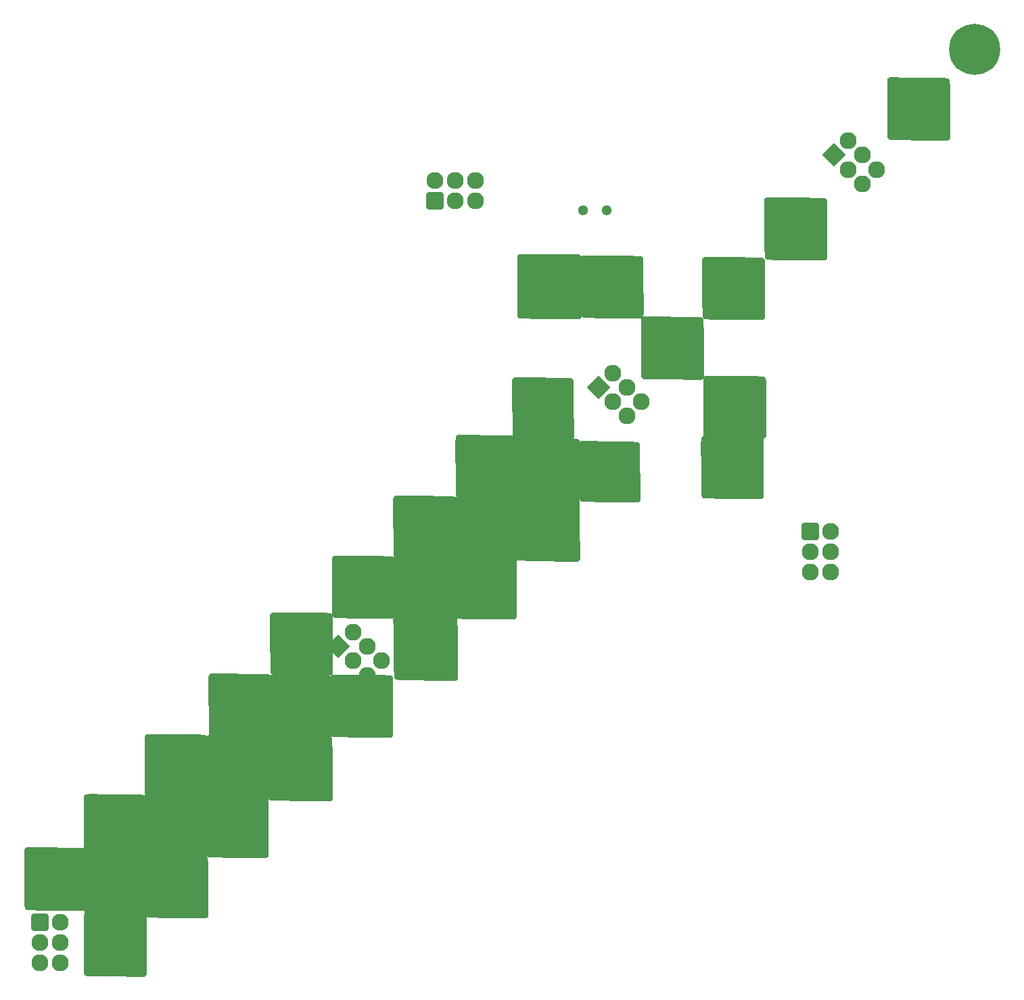
<source format=gbr>
%TF.GenerationSoftware,KiCad,Pcbnew,7.0.11*%
%TF.CreationDate,2024-07-23T21:54:52-05:00*%
%TF.ProjectId,Project Narsil Sword,50726f6a-6563-4742-904e-617273696c20,rev?*%
%TF.SameCoordinates,Original*%
%TF.FileFunction,Soldermask,Top*%
%TF.FilePolarity,Negative*%
%FSLAX46Y46*%
G04 Gerber Fmt 4.6, Leading zero omitted, Abs format (unit mm)*
G04 Created by KiCad (PCBNEW 7.0.11) date 2024-07-23 21:54:52*
%MOMM*%
%LPD*%
G01*
G04 APERTURE LIST*
G04 Aperture macros list*
%AMRoundRect*
0 Rectangle with rounded corners*
0 $1 Rounding radius*
0 $2 $3 $4 $5 $6 $7 $8 $9 X,Y pos of 4 corners*
0 Add a 4 corners polygon primitive as box body*
4,1,4,$2,$3,$4,$5,$6,$7,$8,$9,$2,$3,0*
0 Add four circle primitives for the rounded corners*
1,1,$1+$1,$2,$3*
1,1,$1+$1,$4,$5*
1,1,$1+$1,$6,$7*
1,1,$1+$1,$8,$9*
0 Add four rect primitives between the rounded corners*
20,1,$1+$1,$2,$3,$4,$5,0*
20,1,$1+$1,$4,$5,$6,$7,0*
20,1,$1+$1,$6,$7,$8,$9,0*
20,1,$1+$1,$8,$9,$2,$3,0*%
%AMHorizOval*
0 Thick line with rounded ends*
0 $1 width*
0 $2 $3 position (X,Y) of the first rounded end (center of the circle)*
0 $4 $5 position (X,Y) of the second rounded end (center of the circle)*
0 Add line between two ends*
20,1,$1,$2,$3,$4,$5,0*
0 Add two circle primitives to create the rounded ends*
1,1,$1,$2,$3*
1,1,$1,$4,$5*%
G04 Aperture macros list end*
%ADD10C,0.010000*%
%ADD11HorizOval,2.127200X0.000000X0.000000X0.000000X0.000000X0*%
%ADD12RoundRect,0.200000X0.000000X1.221315X-1.221315X0.000000X0.000000X-1.221315X1.221315X0.000000X0*%
%ADD13C,2.127200*%
%ADD14O,2.127200X2.127200*%
%ADD15RoundRect,0.200000X0.863600X0.863600X-0.863600X0.863600X-0.863600X-0.863600X0.863600X-0.863600X0*%
%ADD16RoundRect,0.200000X-0.863600X0.863600X-0.863600X-0.863600X0.863600X-0.863600X0.863600X0.863600X0*%
%ADD17C,6.400000*%
%ADD18C,1.300000*%
G04 APERTURE END LIST*
%TO.C,G\u002A\u002A\u002A*%
D10*
X184572646Y-32470232D02*
X184653357Y-32470863D01*
X184761418Y-32471835D01*
X184895362Y-32473130D01*
X185053724Y-32474734D01*
X185235037Y-32476630D01*
X185437835Y-32478802D01*
X185660652Y-32481234D01*
X185902023Y-32483911D01*
X186160480Y-32486815D01*
X186434559Y-32489932D01*
X186722792Y-32493244D01*
X187023714Y-32496738D01*
X187335858Y-32500394D01*
X187657760Y-32504198D01*
X187987952Y-32508135D01*
X188058802Y-32508984D01*
X188412995Y-32513322D01*
X188755587Y-32517699D01*
X189085297Y-32522090D01*
X189400845Y-32526473D01*
X189700948Y-32530826D01*
X189984327Y-32535127D01*
X190249702Y-32539353D01*
X190495791Y-32543480D01*
X190721314Y-32547487D01*
X190924988Y-32551350D01*
X191105535Y-32555049D01*
X191261672Y-32558559D01*
X191392120Y-32561858D01*
X191495597Y-32564924D01*
X191570823Y-32567734D01*
X191616517Y-32570266D01*
X191630492Y-32571925D01*
X191719753Y-32611865D01*
X191801601Y-32675928D01*
X191866822Y-32756538D01*
X191877730Y-32775201D01*
X191893443Y-32808570D01*
X191904549Y-32845830D01*
X191911818Y-32893130D01*
X191916021Y-32956617D01*
X191917926Y-33042439D01*
X191918268Y-33098870D01*
X191918420Y-33139304D01*
X191918731Y-33209867D01*
X191919194Y-33308936D01*
X191919802Y-33434889D01*
X191920545Y-33586106D01*
X191921414Y-33760963D01*
X191922403Y-33957840D01*
X191923503Y-34175114D01*
X191924706Y-34411164D01*
X191926003Y-34664369D01*
X191927386Y-34933107D01*
X191928846Y-35215755D01*
X191930376Y-35510693D01*
X191931968Y-35816298D01*
X191933612Y-36130950D01*
X191935302Y-36453025D01*
X191936432Y-36667975D01*
X191938044Y-36991123D01*
X191939444Y-37306288D01*
X191940630Y-37611965D01*
X191941602Y-37906643D01*
X191942361Y-38188818D01*
X191942909Y-38456978D01*
X191943245Y-38709619D01*
X191943368Y-38945230D01*
X191943281Y-39162306D01*
X191942983Y-39359337D01*
X191942475Y-39534816D01*
X191941758Y-39687235D01*
X191940831Y-39815087D01*
X191939695Y-39916864D01*
X191938351Y-39991057D01*
X191936799Y-40036159D01*
X191935475Y-40050073D01*
X191914283Y-40099151D01*
X191880276Y-40154936D01*
X191857493Y-40185048D01*
X191815487Y-40230952D01*
X191773075Y-40265246D01*
X191724771Y-40289561D01*
X191665089Y-40305526D01*
X191588545Y-40314772D01*
X191489652Y-40318929D01*
X191404416Y-40319684D01*
X191312733Y-40319536D01*
X191195413Y-40318948D01*
X191054220Y-40317943D01*
X190890922Y-40316548D01*
X190707285Y-40314788D01*
X190505073Y-40312689D01*
X190286055Y-40310275D01*
X190051996Y-40307573D01*
X189804661Y-40304607D01*
X189545818Y-40301404D01*
X189277233Y-40297988D01*
X189000670Y-40294386D01*
X188717898Y-40290621D01*
X188430682Y-40286722D01*
X188140788Y-40282710D01*
X187849981Y-40278615D01*
X187560031Y-40274459D01*
X187272699Y-40270268D01*
X186989754Y-40266068D01*
X186712963Y-40261885D01*
X186444090Y-40257744D01*
X186184903Y-40253670D01*
X185937167Y-40249689D01*
X185702648Y-40245826D01*
X185483113Y-40242107D01*
X185280329Y-40238556D01*
X185096059Y-40235200D01*
X184932073Y-40232063D01*
X184790135Y-40229172D01*
X184672010Y-40226552D01*
X184579467Y-40224227D01*
X184514270Y-40222224D01*
X184478187Y-40220568D01*
X184471659Y-40219889D01*
X184425719Y-40206012D01*
X184385877Y-40184468D01*
X184341779Y-40148809D01*
X184310763Y-40119686D01*
X184261833Y-40069454D01*
X184230955Y-40028291D01*
X184211096Y-39985804D01*
X184202992Y-39960440D01*
X184200362Y-39935816D01*
X184197735Y-39881294D01*
X184195119Y-39798621D01*
X184192521Y-39689546D01*
X184189951Y-39555820D01*
X184187416Y-39399191D01*
X184184924Y-39221407D01*
X184182484Y-39024218D01*
X184180104Y-38809371D01*
X184177792Y-38578618D01*
X184175556Y-38333706D01*
X184173406Y-38076384D01*
X184171347Y-37808402D01*
X184169389Y-37531508D01*
X184167540Y-37247450D01*
X184165809Y-36957979D01*
X184164203Y-36664844D01*
X184162731Y-36369791D01*
X184161400Y-36074571D01*
X184160220Y-35780933D01*
X184159198Y-35490627D01*
X184158343Y-35205399D01*
X184157662Y-34927000D01*
X184157164Y-34657179D01*
X184156858Y-34397684D01*
X184156750Y-34150265D01*
X184156849Y-33916670D01*
X184157165Y-33698648D01*
X184157704Y-33497948D01*
X184158475Y-33316319D01*
X184159487Y-33155511D01*
X184160747Y-33017271D01*
X184162263Y-32903349D01*
X184164045Y-32815494D01*
X184166100Y-32755455D01*
X184168435Y-32724980D01*
X184169061Y-32722196D01*
X184213873Y-32637650D01*
X184281231Y-32564633D01*
X184363652Y-32508863D01*
X184453652Y-32476058D01*
X184499135Y-32470055D01*
X184520749Y-32469958D01*
X184572646Y-32470232D01*
G36*
X184572646Y-32470232D02*
G01*
X184653357Y-32470863D01*
X184761418Y-32471835D01*
X184895362Y-32473130D01*
X185053724Y-32474734D01*
X185235037Y-32476630D01*
X185437835Y-32478802D01*
X185660652Y-32481234D01*
X185902023Y-32483911D01*
X186160480Y-32486815D01*
X186434559Y-32489932D01*
X186722792Y-32493244D01*
X187023714Y-32496738D01*
X187335858Y-32500394D01*
X187657760Y-32504198D01*
X187987952Y-32508135D01*
X188058802Y-32508984D01*
X188412995Y-32513322D01*
X188755587Y-32517699D01*
X189085297Y-32522090D01*
X189400845Y-32526473D01*
X189700948Y-32530826D01*
X189984327Y-32535127D01*
X190249702Y-32539353D01*
X190495791Y-32543480D01*
X190721314Y-32547487D01*
X190924988Y-32551350D01*
X191105535Y-32555049D01*
X191261672Y-32558559D01*
X191392120Y-32561858D01*
X191495597Y-32564924D01*
X191570823Y-32567734D01*
X191616517Y-32570266D01*
X191630492Y-32571925D01*
X191719753Y-32611865D01*
X191801601Y-32675928D01*
X191866822Y-32756538D01*
X191877730Y-32775201D01*
X191893443Y-32808570D01*
X191904549Y-32845830D01*
X191911818Y-32893130D01*
X191916021Y-32956617D01*
X191917926Y-33042439D01*
X191918268Y-33098870D01*
X191918420Y-33139304D01*
X191918731Y-33209867D01*
X191919194Y-33308936D01*
X191919802Y-33434889D01*
X191920545Y-33586106D01*
X191921414Y-33760963D01*
X191922403Y-33957840D01*
X191923503Y-34175114D01*
X191924706Y-34411164D01*
X191926003Y-34664369D01*
X191927386Y-34933107D01*
X191928846Y-35215755D01*
X191930376Y-35510693D01*
X191931968Y-35816298D01*
X191933612Y-36130950D01*
X191935302Y-36453025D01*
X191936432Y-36667975D01*
X191938044Y-36991123D01*
X191939444Y-37306288D01*
X191940630Y-37611965D01*
X191941602Y-37906643D01*
X191942361Y-38188818D01*
X191942909Y-38456978D01*
X191943245Y-38709619D01*
X191943368Y-38945230D01*
X191943281Y-39162306D01*
X191942983Y-39359337D01*
X191942475Y-39534816D01*
X191941758Y-39687235D01*
X191940831Y-39815087D01*
X191939695Y-39916864D01*
X191938351Y-39991057D01*
X191936799Y-40036159D01*
X191935475Y-40050073D01*
X191914283Y-40099151D01*
X191880276Y-40154936D01*
X191857493Y-40185048D01*
X191815487Y-40230952D01*
X191773075Y-40265246D01*
X191724771Y-40289561D01*
X191665089Y-40305526D01*
X191588545Y-40314772D01*
X191489652Y-40318929D01*
X191404416Y-40319684D01*
X191312733Y-40319536D01*
X191195413Y-40318948D01*
X191054220Y-40317943D01*
X190890922Y-40316548D01*
X190707285Y-40314788D01*
X190505073Y-40312689D01*
X190286055Y-40310275D01*
X190051996Y-40307573D01*
X189804661Y-40304607D01*
X189545818Y-40301404D01*
X189277233Y-40297988D01*
X189000670Y-40294386D01*
X188717898Y-40290621D01*
X188430682Y-40286722D01*
X188140788Y-40282710D01*
X187849981Y-40278615D01*
X187560031Y-40274459D01*
X187272699Y-40270268D01*
X186989754Y-40266068D01*
X186712963Y-40261885D01*
X186444090Y-40257744D01*
X186184903Y-40253670D01*
X185937167Y-40249689D01*
X185702648Y-40245826D01*
X185483113Y-40242107D01*
X185280329Y-40238556D01*
X185096059Y-40235200D01*
X184932073Y-40232063D01*
X184790135Y-40229172D01*
X184672010Y-40226552D01*
X184579467Y-40224227D01*
X184514270Y-40222224D01*
X184478187Y-40220568D01*
X184471659Y-40219889D01*
X184425719Y-40206012D01*
X184385877Y-40184468D01*
X184341779Y-40148809D01*
X184310763Y-40119686D01*
X184261833Y-40069454D01*
X184230955Y-40028291D01*
X184211096Y-39985804D01*
X184202992Y-39960440D01*
X184200362Y-39935816D01*
X184197735Y-39881294D01*
X184195119Y-39798621D01*
X184192521Y-39689546D01*
X184189951Y-39555820D01*
X184187416Y-39399191D01*
X184184924Y-39221407D01*
X184182484Y-39024218D01*
X184180104Y-38809371D01*
X184177792Y-38578618D01*
X184175556Y-38333706D01*
X184173406Y-38076384D01*
X184171347Y-37808402D01*
X184169389Y-37531508D01*
X184167540Y-37247450D01*
X184165809Y-36957979D01*
X184164203Y-36664844D01*
X184162731Y-36369791D01*
X184161400Y-36074571D01*
X184160220Y-35780933D01*
X184159198Y-35490627D01*
X184158343Y-35205399D01*
X184157662Y-34927000D01*
X184157164Y-34657179D01*
X184156858Y-34397684D01*
X184156750Y-34150265D01*
X184156849Y-33916670D01*
X184157165Y-33698648D01*
X184157704Y-33497948D01*
X184158475Y-33316319D01*
X184159487Y-33155511D01*
X184160747Y-33017271D01*
X184162263Y-32903349D01*
X184164045Y-32815494D01*
X184166100Y-32755455D01*
X184168435Y-32724980D01*
X184169061Y-32722196D01*
X184213873Y-32637650D01*
X184281231Y-32564633D01*
X184363652Y-32508863D01*
X184453652Y-32476058D01*
X184499135Y-32470055D01*
X184520749Y-32469958D01*
X184572646Y-32470232D01*
G37*
X169299845Y-47489033D02*
X169375927Y-47489375D01*
X169465927Y-47489978D01*
X169571058Y-47490849D01*
X169692537Y-47491996D01*
X169831580Y-47493429D01*
X169989403Y-47495153D01*
X170167222Y-47497175D01*
X170366251Y-47499506D01*
X170587709Y-47502152D01*
X170832809Y-47505120D01*
X171102768Y-47508419D01*
X171398802Y-47512057D01*
X171722127Y-47516040D01*
X172073959Y-47520377D01*
X172455513Y-47525076D01*
X172726613Y-47528408D01*
X173149456Y-47533670D01*
X173541367Y-47538692D01*
X173903162Y-47543491D01*
X174235654Y-47548083D01*
X174539663Y-47552483D01*
X174816004Y-47556708D01*
X175065492Y-47560772D01*
X175288946Y-47564694D01*
X175487178Y-47568487D01*
X175661007Y-47572168D01*
X175811249Y-47575753D01*
X175938719Y-47579258D01*
X176044234Y-47582698D01*
X176128610Y-47586091D01*
X176192663Y-47589451D01*
X176237209Y-47592794D01*
X176263065Y-47596137D01*
X176268216Y-47597430D01*
X176354915Y-47641238D01*
X176432740Y-47707459D01*
X176492426Y-47787347D01*
X176511489Y-47826912D01*
X176524484Y-47876239D01*
X176534181Y-47944530D01*
X176538914Y-48019039D01*
X176539125Y-48038249D01*
X176539187Y-48067586D01*
X176539417Y-48127140D01*
X176539807Y-48215381D01*
X176540349Y-48330778D01*
X176541034Y-48471798D01*
X176541856Y-48636911D01*
X176542805Y-48824585D01*
X176543875Y-49033289D01*
X176545057Y-49261491D01*
X176546343Y-49507660D01*
X176547725Y-49770264D01*
X176549196Y-50047773D01*
X176550747Y-50338655D01*
X176552371Y-50641377D01*
X176554060Y-50954410D01*
X176555804Y-51276222D01*
X176557502Y-51587793D01*
X176559875Y-52041932D01*
X176561857Y-52464343D01*
X176563448Y-52855044D01*
X176564648Y-53214055D01*
X176565458Y-53541396D01*
X176565876Y-53837084D01*
X176565902Y-54101140D01*
X176565538Y-54333582D01*
X176564783Y-54534430D01*
X176563636Y-54703703D01*
X176562099Y-54841419D01*
X176560171Y-54947598D01*
X176557851Y-55022260D01*
X176555140Y-55065422D01*
X176553560Y-55075479D01*
X176514037Y-55161638D01*
X176451246Y-55237715D01*
X176373033Y-55295633D01*
X176315700Y-55320323D01*
X176291269Y-55322782D01*
X176236849Y-55324723D01*
X176154197Y-55326168D01*
X176045073Y-55327136D01*
X175911231Y-55327650D01*
X175754429Y-55327730D01*
X175576425Y-55327397D01*
X175378974Y-55326673D01*
X175163834Y-55325580D01*
X174932764Y-55324136D01*
X174687518Y-55322366D01*
X174429856Y-55320289D01*
X174161533Y-55317926D01*
X173884307Y-55315299D01*
X173599935Y-55312429D01*
X173310174Y-55309338D01*
X173016782Y-55306045D01*
X172721514Y-55302573D01*
X172426129Y-55298943D01*
X172132383Y-55295176D01*
X171842034Y-55291292D01*
X171556839Y-55287314D01*
X171278554Y-55283262D01*
X171008937Y-55279158D01*
X170749745Y-55275022D01*
X170502735Y-55270877D01*
X170269665Y-55266742D01*
X170052290Y-55262640D01*
X169852368Y-55258591D01*
X169671657Y-55254616D01*
X169511914Y-55250738D01*
X169374895Y-55246976D01*
X169262358Y-55243353D01*
X169176060Y-55239889D01*
X169117757Y-55236605D01*
X169089208Y-55233523D01*
X169088020Y-55233215D01*
X168999925Y-55192487D01*
X168920395Y-55129476D01*
X168858033Y-55052133D01*
X168829433Y-54994347D01*
X168826282Y-54976656D01*
X168823264Y-54940577D01*
X168820365Y-54885310D01*
X168817579Y-54810051D01*
X168814895Y-54714001D01*
X168812303Y-54596357D01*
X168809794Y-54456318D01*
X168807358Y-54293084D01*
X168804986Y-54105852D01*
X168802667Y-53893821D01*
X168800393Y-53656191D01*
X168798152Y-53392158D01*
X168795937Y-53100923D01*
X168793738Y-52781685D01*
X168791543Y-52433640D01*
X168789344Y-52055989D01*
X168787133Y-51647929D01*
X168785628Y-51355097D01*
X168783639Y-50956833D01*
X168781843Y-50589079D01*
X168780251Y-50250595D01*
X168778866Y-49940142D01*
X168777696Y-49656478D01*
X168776748Y-49398367D01*
X168776027Y-49164567D01*
X168775540Y-48953838D01*
X168775295Y-48764941D01*
X168775296Y-48596637D01*
X168775553Y-48447685D01*
X168776069Y-48316847D01*
X168776853Y-48202881D01*
X168777911Y-48104550D01*
X168779248Y-48020612D01*
X168780873Y-47949828D01*
X168782791Y-47890959D01*
X168785008Y-47842764D01*
X168787532Y-47804006D01*
X168790370Y-47773443D01*
X168793527Y-47749835D01*
X168797009Y-47731944D01*
X168800826Y-47718529D01*
X168804906Y-47708507D01*
X168855886Y-47629589D01*
X168924271Y-47561825D01*
X169000595Y-47514020D01*
X169023931Y-47504782D01*
X169029746Y-47502440D01*
X169033671Y-47500259D01*
X169036921Y-47498245D01*
X169040714Y-47496407D01*
X169046265Y-47494751D01*
X169054788Y-47493287D01*
X169067501Y-47492020D01*
X169085620Y-47490961D01*
X169110359Y-47490116D01*
X169142935Y-47489493D01*
X169184565Y-47489099D01*
X169236462Y-47488943D01*
X169299845Y-47489033D01*
G36*
X169299845Y-47489033D02*
G01*
X169375927Y-47489375D01*
X169465927Y-47489978D01*
X169571058Y-47490849D01*
X169692537Y-47491996D01*
X169831580Y-47493429D01*
X169989403Y-47495153D01*
X170167222Y-47497175D01*
X170366251Y-47499506D01*
X170587709Y-47502152D01*
X170832809Y-47505120D01*
X171102768Y-47508419D01*
X171398802Y-47512057D01*
X171722127Y-47516040D01*
X172073959Y-47520377D01*
X172455513Y-47525076D01*
X172726613Y-47528408D01*
X173149456Y-47533670D01*
X173541367Y-47538692D01*
X173903162Y-47543491D01*
X174235654Y-47548083D01*
X174539663Y-47552483D01*
X174816004Y-47556708D01*
X175065492Y-47560772D01*
X175288946Y-47564694D01*
X175487178Y-47568487D01*
X175661007Y-47572168D01*
X175811249Y-47575753D01*
X175938719Y-47579258D01*
X176044234Y-47582698D01*
X176128610Y-47586091D01*
X176192663Y-47589451D01*
X176237209Y-47592794D01*
X176263065Y-47596137D01*
X176268216Y-47597430D01*
X176354915Y-47641238D01*
X176432740Y-47707459D01*
X176492426Y-47787347D01*
X176511489Y-47826912D01*
X176524484Y-47876239D01*
X176534181Y-47944530D01*
X176538914Y-48019039D01*
X176539125Y-48038249D01*
X176539187Y-48067586D01*
X176539417Y-48127140D01*
X176539807Y-48215381D01*
X176540349Y-48330778D01*
X176541034Y-48471798D01*
X176541856Y-48636911D01*
X176542805Y-48824585D01*
X176543875Y-49033289D01*
X176545057Y-49261491D01*
X176546343Y-49507660D01*
X176547725Y-49770264D01*
X176549196Y-50047773D01*
X176550747Y-50338655D01*
X176552371Y-50641377D01*
X176554060Y-50954410D01*
X176555804Y-51276222D01*
X176557502Y-51587793D01*
X176559875Y-52041932D01*
X176561857Y-52464343D01*
X176563448Y-52855044D01*
X176564648Y-53214055D01*
X176565458Y-53541396D01*
X176565876Y-53837084D01*
X176565902Y-54101140D01*
X176565538Y-54333582D01*
X176564783Y-54534430D01*
X176563636Y-54703703D01*
X176562099Y-54841419D01*
X176560171Y-54947598D01*
X176557851Y-55022260D01*
X176555140Y-55065422D01*
X176553560Y-55075479D01*
X176514037Y-55161638D01*
X176451246Y-55237715D01*
X176373033Y-55295633D01*
X176315700Y-55320323D01*
X176291269Y-55322782D01*
X176236849Y-55324723D01*
X176154197Y-55326168D01*
X176045073Y-55327136D01*
X175911231Y-55327650D01*
X175754429Y-55327730D01*
X175576425Y-55327397D01*
X175378974Y-55326673D01*
X175163834Y-55325580D01*
X174932764Y-55324136D01*
X174687518Y-55322366D01*
X174429856Y-55320289D01*
X174161533Y-55317926D01*
X173884307Y-55315299D01*
X173599935Y-55312429D01*
X173310174Y-55309338D01*
X173016782Y-55306045D01*
X172721514Y-55302573D01*
X172426129Y-55298943D01*
X172132383Y-55295176D01*
X171842034Y-55291292D01*
X171556839Y-55287314D01*
X171278554Y-55283262D01*
X171008937Y-55279158D01*
X170749745Y-55275022D01*
X170502735Y-55270877D01*
X170269665Y-55266742D01*
X170052290Y-55262640D01*
X169852368Y-55258591D01*
X169671657Y-55254616D01*
X169511914Y-55250738D01*
X169374895Y-55246976D01*
X169262358Y-55243353D01*
X169176060Y-55239889D01*
X169117757Y-55236605D01*
X169089208Y-55233523D01*
X169088020Y-55233215D01*
X168999925Y-55192487D01*
X168920395Y-55129476D01*
X168858033Y-55052133D01*
X168829433Y-54994347D01*
X168826282Y-54976656D01*
X168823264Y-54940577D01*
X168820365Y-54885310D01*
X168817579Y-54810051D01*
X168814895Y-54714001D01*
X168812303Y-54596357D01*
X168809794Y-54456318D01*
X168807358Y-54293084D01*
X168804986Y-54105852D01*
X168802667Y-53893821D01*
X168800393Y-53656191D01*
X168798152Y-53392158D01*
X168795937Y-53100923D01*
X168793738Y-52781685D01*
X168791543Y-52433640D01*
X168789344Y-52055989D01*
X168787133Y-51647929D01*
X168785628Y-51355097D01*
X168783639Y-50956833D01*
X168781843Y-50589079D01*
X168780251Y-50250595D01*
X168778866Y-49940142D01*
X168777696Y-49656478D01*
X168776748Y-49398367D01*
X168776027Y-49164567D01*
X168775540Y-48953838D01*
X168775295Y-48764941D01*
X168775296Y-48596637D01*
X168775553Y-48447685D01*
X168776069Y-48316847D01*
X168776853Y-48202881D01*
X168777911Y-48104550D01*
X168779248Y-48020612D01*
X168780873Y-47949828D01*
X168782791Y-47890959D01*
X168785008Y-47842764D01*
X168787532Y-47804006D01*
X168790370Y-47773443D01*
X168793527Y-47749835D01*
X168797009Y-47731944D01*
X168800826Y-47718529D01*
X168804906Y-47708507D01*
X168855886Y-47629589D01*
X168924271Y-47561825D01*
X169000595Y-47514020D01*
X169023931Y-47504782D01*
X169029746Y-47502440D01*
X169033671Y-47500259D01*
X169036921Y-47498245D01*
X169040714Y-47496407D01*
X169046265Y-47494751D01*
X169054788Y-47493287D01*
X169067501Y-47492020D01*
X169085620Y-47490961D01*
X169110359Y-47490116D01*
X169142935Y-47489493D01*
X169184565Y-47489099D01*
X169236462Y-47488943D01*
X169299845Y-47489033D01*
G37*
X161907005Y-54949445D02*
X162070551Y-54950144D01*
X162255809Y-54951287D01*
X162463834Y-54952878D01*
X162695682Y-54954924D01*
X162952404Y-54957428D01*
X163235057Y-54960396D01*
X163544695Y-54963834D01*
X163882373Y-54967747D01*
X164249144Y-54972137D01*
X164646064Y-54977013D01*
X164862696Y-54979715D01*
X165201549Y-54984050D01*
X165531682Y-54988444D01*
X165851674Y-54992872D01*
X166160105Y-54997308D01*
X166455556Y-55001727D01*
X166736608Y-55006103D01*
X167001840Y-55010412D01*
X167249831Y-55014626D01*
X167479163Y-55018721D01*
X167688416Y-55022673D01*
X167876169Y-55026453D01*
X168041002Y-55030038D01*
X168181498Y-55033403D01*
X168296233Y-55036519D01*
X168383791Y-55039365D01*
X168442750Y-55041912D01*
X168471690Y-55044137D01*
X168473875Y-55044576D01*
X168547885Y-55079203D01*
X168621613Y-55134358D01*
X168684132Y-55200655D01*
X168718332Y-55254567D01*
X168722068Y-55261061D01*
X168725514Y-55265244D01*
X168728686Y-55268321D01*
X168731601Y-55271497D01*
X168734278Y-55275977D01*
X168736732Y-55282965D01*
X168738981Y-55293669D01*
X168741043Y-55309289D01*
X168742934Y-55331035D01*
X168744671Y-55360108D01*
X168746272Y-55397715D01*
X168747754Y-55445060D01*
X168749134Y-55503349D01*
X168750429Y-55573787D01*
X168751656Y-55657578D01*
X168752832Y-55755927D01*
X168753975Y-55870038D01*
X168755102Y-56001119D01*
X168756230Y-56150372D01*
X168757375Y-56319004D01*
X168758556Y-56508218D01*
X168759789Y-56719219D01*
X168761092Y-56953215D01*
X168762481Y-57211408D01*
X168763974Y-57495002D01*
X168765588Y-57805205D01*
X168767340Y-58143221D01*
X168769246Y-58510254D01*
X168771326Y-58907510D01*
X168771914Y-59018955D01*
X168773565Y-59347370D01*
X168775015Y-59667906D01*
X168776264Y-59979072D01*
X168777313Y-60279379D01*
X168778160Y-60567337D01*
X168778806Y-60841457D01*
X168779250Y-61100246D01*
X168779492Y-61342217D01*
X168779532Y-61565879D01*
X168779369Y-61769742D01*
X168779003Y-61952317D01*
X168778434Y-62112111D01*
X168777662Y-62247637D01*
X168776686Y-62357404D01*
X168775508Y-62439922D01*
X168774124Y-62493702D01*
X168772536Y-62517252D01*
X168772502Y-62517408D01*
X168741338Y-62592181D01*
X168686982Y-62664941D01*
X168617295Y-62727088D01*
X168542396Y-62769129D01*
X168528677Y-62772235D01*
X168503334Y-62774949D01*
X168465300Y-62777268D01*
X168413501Y-62779186D01*
X168346871Y-62780698D01*
X168264340Y-62781799D01*
X168164838Y-62782485D01*
X168047297Y-62782750D01*
X167910647Y-62782590D01*
X167753818Y-62781999D01*
X167575741Y-62780972D01*
X167375347Y-62779504D01*
X167151567Y-62777591D01*
X166903331Y-62775227D01*
X166629570Y-62772409D01*
X166329214Y-62769129D01*
X166001195Y-62765385D01*
X165644443Y-62761170D01*
X165257888Y-62756479D01*
X164918829Y-62752286D01*
X164577438Y-62747947D01*
X164245070Y-62743551D01*
X163923127Y-62739123D01*
X163613014Y-62734689D01*
X163316131Y-62730275D01*
X163033881Y-62725904D01*
X162767667Y-62721601D01*
X162518892Y-62717394D01*
X162288957Y-62713305D01*
X162079265Y-62709359D01*
X161891219Y-62705584D01*
X161726221Y-62702003D01*
X161585674Y-62698641D01*
X161470981Y-62695523D01*
X161383542Y-62692676D01*
X161324762Y-62690123D01*
X161296042Y-62687889D01*
X161294007Y-62687477D01*
X161220961Y-62652944D01*
X161149001Y-62596551D01*
X161087481Y-62527094D01*
X161046183Y-62454450D01*
X161042901Y-62439726D01*
X161039792Y-62411768D01*
X161036842Y-62369560D01*
X161034038Y-62312086D01*
X161031367Y-62238330D01*
X161028818Y-62147278D01*
X161026375Y-62037912D01*
X161024029Y-61909219D01*
X161021764Y-61760180D01*
X161019567Y-61589783D01*
X161017429Y-61397010D01*
X161015333Y-61180844D01*
X161013268Y-60940273D01*
X161011220Y-60674279D01*
X161009177Y-60381847D01*
X161007126Y-60061959D01*
X161005056Y-59713603D01*
X161002950Y-59335761D01*
X161000799Y-58927418D01*
X161000298Y-58829302D01*
X160998170Y-58391214D01*
X160996377Y-57979591D01*
X160994917Y-57594803D01*
X160993791Y-57237222D01*
X160992998Y-56907214D01*
X160992539Y-56605151D01*
X160992411Y-56331404D01*
X160992615Y-56086340D01*
X160993151Y-55870332D01*
X160994018Y-55683747D01*
X160995215Y-55526958D01*
X160996743Y-55400332D01*
X160998601Y-55304241D01*
X161000789Y-55239054D01*
X161003306Y-55205141D01*
X161004076Y-55201278D01*
X161045848Y-55113906D01*
X161111534Y-55037906D01*
X161193495Y-54981072D01*
X161238165Y-54962288D01*
X161253751Y-54959221D01*
X161281558Y-54956552D01*
X161322642Y-54954286D01*
X161378056Y-54952429D01*
X161448857Y-54950985D01*
X161536098Y-54949960D01*
X161640833Y-54949358D01*
X161764117Y-54949185D01*
X161907005Y-54949445D01*
G36*
X161907005Y-54949445D02*
G01*
X162070551Y-54950144D01*
X162255809Y-54951287D01*
X162463834Y-54952878D01*
X162695682Y-54954924D01*
X162952404Y-54957428D01*
X163235057Y-54960396D01*
X163544695Y-54963834D01*
X163882373Y-54967747D01*
X164249144Y-54972137D01*
X164646064Y-54977013D01*
X164862696Y-54979715D01*
X165201549Y-54984050D01*
X165531682Y-54988444D01*
X165851674Y-54992872D01*
X166160105Y-54997308D01*
X166455556Y-55001727D01*
X166736608Y-55006103D01*
X167001840Y-55010412D01*
X167249831Y-55014626D01*
X167479163Y-55018721D01*
X167688416Y-55022673D01*
X167876169Y-55026453D01*
X168041002Y-55030038D01*
X168181498Y-55033403D01*
X168296233Y-55036519D01*
X168383791Y-55039365D01*
X168442750Y-55041912D01*
X168471690Y-55044137D01*
X168473875Y-55044576D01*
X168547885Y-55079203D01*
X168621613Y-55134358D01*
X168684132Y-55200655D01*
X168718332Y-55254567D01*
X168722068Y-55261061D01*
X168725514Y-55265244D01*
X168728686Y-55268321D01*
X168731601Y-55271497D01*
X168734278Y-55275977D01*
X168736732Y-55282965D01*
X168738981Y-55293669D01*
X168741043Y-55309289D01*
X168742934Y-55331035D01*
X168744671Y-55360108D01*
X168746272Y-55397715D01*
X168747754Y-55445060D01*
X168749134Y-55503349D01*
X168750429Y-55573787D01*
X168751656Y-55657578D01*
X168752832Y-55755927D01*
X168753975Y-55870038D01*
X168755102Y-56001119D01*
X168756230Y-56150372D01*
X168757375Y-56319004D01*
X168758556Y-56508218D01*
X168759789Y-56719219D01*
X168761092Y-56953215D01*
X168762481Y-57211408D01*
X168763974Y-57495002D01*
X168765588Y-57805205D01*
X168767340Y-58143221D01*
X168769246Y-58510254D01*
X168771326Y-58907510D01*
X168771914Y-59018955D01*
X168773565Y-59347370D01*
X168775015Y-59667906D01*
X168776264Y-59979072D01*
X168777313Y-60279379D01*
X168778160Y-60567337D01*
X168778806Y-60841457D01*
X168779250Y-61100246D01*
X168779492Y-61342217D01*
X168779532Y-61565879D01*
X168779369Y-61769742D01*
X168779003Y-61952317D01*
X168778434Y-62112111D01*
X168777662Y-62247637D01*
X168776686Y-62357404D01*
X168775508Y-62439922D01*
X168774124Y-62493702D01*
X168772536Y-62517252D01*
X168772502Y-62517408D01*
X168741338Y-62592181D01*
X168686982Y-62664941D01*
X168617295Y-62727088D01*
X168542396Y-62769129D01*
X168528677Y-62772235D01*
X168503334Y-62774949D01*
X168465300Y-62777268D01*
X168413501Y-62779186D01*
X168346871Y-62780698D01*
X168264340Y-62781799D01*
X168164838Y-62782485D01*
X168047297Y-62782750D01*
X167910647Y-62782590D01*
X167753818Y-62781999D01*
X167575741Y-62780972D01*
X167375347Y-62779504D01*
X167151567Y-62777591D01*
X166903331Y-62775227D01*
X166629570Y-62772409D01*
X166329214Y-62769129D01*
X166001195Y-62765385D01*
X165644443Y-62761170D01*
X165257888Y-62756479D01*
X164918829Y-62752286D01*
X164577438Y-62747947D01*
X164245070Y-62743551D01*
X163923127Y-62739123D01*
X163613014Y-62734689D01*
X163316131Y-62730275D01*
X163033881Y-62725904D01*
X162767667Y-62721601D01*
X162518892Y-62717394D01*
X162288957Y-62713305D01*
X162079265Y-62709359D01*
X161891219Y-62705584D01*
X161726221Y-62702003D01*
X161585674Y-62698641D01*
X161470981Y-62695523D01*
X161383542Y-62692676D01*
X161324762Y-62690123D01*
X161296042Y-62687889D01*
X161294007Y-62687477D01*
X161220961Y-62652944D01*
X161149001Y-62596551D01*
X161087481Y-62527094D01*
X161046183Y-62454450D01*
X161042901Y-62439726D01*
X161039792Y-62411768D01*
X161036842Y-62369560D01*
X161034038Y-62312086D01*
X161031367Y-62238330D01*
X161028818Y-62147278D01*
X161026375Y-62037912D01*
X161024029Y-61909219D01*
X161021764Y-61760180D01*
X161019567Y-61589783D01*
X161017429Y-61397010D01*
X161015333Y-61180844D01*
X161013268Y-60940273D01*
X161011220Y-60674279D01*
X161009177Y-60381847D01*
X161007126Y-60061959D01*
X161005056Y-59713603D01*
X161002950Y-59335761D01*
X161000799Y-58927418D01*
X161000298Y-58829302D01*
X160998170Y-58391214D01*
X160996377Y-57979591D01*
X160994917Y-57594803D01*
X160993791Y-57237222D01*
X160992998Y-56907214D01*
X160992539Y-56605151D01*
X160992411Y-56331404D01*
X160992615Y-56086340D01*
X160993151Y-55870332D01*
X160994018Y-55683747D01*
X160995215Y-55526958D01*
X160996743Y-55400332D01*
X160998601Y-55304241D01*
X161000789Y-55239054D01*
X161003306Y-55205141D01*
X161004076Y-55201278D01*
X161045848Y-55113906D01*
X161111534Y-55037906D01*
X161193495Y-54981072D01*
X161238165Y-54962288D01*
X161253751Y-54959221D01*
X161281558Y-54956552D01*
X161322642Y-54954286D01*
X161378056Y-54952429D01*
X161448857Y-54950985D01*
X161536098Y-54949960D01*
X161640833Y-54949358D01*
X161764117Y-54949185D01*
X161907005Y-54949445D01*
G37*
X138628536Y-54577989D02*
X138743640Y-54578437D01*
X138875091Y-54579145D01*
X139024053Y-54580117D01*
X139191689Y-54581356D01*
X139379163Y-54582867D01*
X139587639Y-54584652D01*
X139818282Y-54586715D01*
X140072254Y-54589061D01*
X140350720Y-54591693D01*
X140654845Y-54594614D01*
X140985792Y-54597828D01*
X141344723Y-54601340D01*
X141732804Y-54605153D01*
X142151201Y-54609270D01*
X142253029Y-54610272D01*
X142653474Y-54614321D01*
X143031039Y-54618359D01*
X143385085Y-54622377D01*
X143714974Y-54626362D01*
X144020062Y-54630304D01*
X144299713Y-54634194D01*
X144553287Y-54638020D01*
X144780143Y-54641772D01*
X144979644Y-54645440D01*
X145151149Y-54649013D01*
X145294018Y-54652480D01*
X145407612Y-54655832D01*
X145491292Y-54659058D01*
X145544418Y-54662146D01*
X145565283Y-54664711D01*
X145623907Y-54686321D01*
X145675204Y-54719183D01*
X145720406Y-54759394D01*
X145763054Y-54803381D01*
X145798342Y-54844683D01*
X145815793Y-54869732D01*
X145829053Y-54890765D01*
X145842893Y-54895455D01*
X145865202Y-54882168D01*
X145900524Y-54852191D01*
X145951284Y-54814123D01*
X146005875Y-54782321D01*
X146027293Y-54772899D01*
X146049236Y-54770775D01*
X146101180Y-54769136D01*
X146181378Y-54767963D01*
X146288082Y-54767233D01*
X146419549Y-54766928D01*
X146574033Y-54767026D01*
X146749786Y-54767509D01*
X146945063Y-54768354D01*
X147158119Y-54769541D01*
X147387205Y-54771051D01*
X147630578Y-54772862D01*
X147886491Y-54774956D01*
X148153198Y-54777310D01*
X148428952Y-54779904D01*
X148712010Y-54782719D01*
X149000622Y-54785733D01*
X149293045Y-54788928D01*
X149587531Y-54792281D01*
X149882335Y-54795773D01*
X150175711Y-54799384D01*
X150465914Y-54803092D01*
X150751196Y-54806878D01*
X151029812Y-54810721D01*
X151300016Y-54814601D01*
X151560062Y-54818497D01*
X151808203Y-54822390D01*
X152042695Y-54826258D01*
X152261791Y-54830081D01*
X152463744Y-54833838D01*
X152646809Y-54837512D01*
X152809240Y-54841079D01*
X152949291Y-54844519D01*
X153065216Y-54847812D01*
X153155269Y-54850938D01*
X153217703Y-54853878D01*
X153250774Y-54856609D01*
X153254336Y-54857280D01*
X153344228Y-54896057D01*
X153425583Y-54959408D01*
X153489564Y-55040158D01*
X153498113Y-55055167D01*
X153517951Y-55102272D01*
X153531024Y-55160747D01*
X153538683Y-55238265D01*
X153541349Y-55300815D01*
X153541908Y-55333463D01*
X153542601Y-55396309D01*
X153543421Y-55487799D01*
X153544356Y-55606381D01*
X153545400Y-55750503D01*
X153546540Y-55918612D01*
X153547770Y-56109157D01*
X153549079Y-56320584D01*
X153550458Y-56551340D01*
X153551899Y-56799875D01*
X153553390Y-57064634D01*
X153554923Y-57344065D01*
X153556490Y-57636618D01*
X153558079Y-57940737D01*
X153559684Y-58254872D01*
X153561294Y-58577468D01*
X153562764Y-58878841D01*
X153564811Y-59323923D01*
X153566505Y-59737482D01*
X153567848Y-60119744D01*
X153568837Y-60470936D01*
X153569474Y-60791283D01*
X153569756Y-61081010D01*
X153569685Y-61340344D01*
X153569258Y-61569511D01*
X153568478Y-61768735D01*
X153567340Y-61938243D01*
X153565847Y-62078261D01*
X153563998Y-62189015D01*
X153561793Y-62270729D01*
X153559230Y-62323631D01*
X153556310Y-62347946D01*
X153556184Y-62348331D01*
X153513036Y-62430272D01*
X153447476Y-62503947D01*
X153368435Y-62560827D01*
X153306061Y-62587225D01*
X153286459Y-62590063D01*
X153248173Y-62592438D01*
X153190410Y-62594347D01*
X153112375Y-62595785D01*
X153013277Y-62596749D01*
X152892320Y-62597233D01*
X152748713Y-62597234D01*
X152581661Y-62596746D01*
X152390370Y-62595765D01*
X152174049Y-62594287D01*
X151931905Y-62592308D01*
X151663141Y-62589822D01*
X151366966Y-62586827D01*
X151042587Y-62583316D01*
X150689210Y-62579287D01*
X150306040Y-62574734D01*
X149892287Y-62569653D01*
X149690149Y-62567120D01*
X149356640Y-62562832D01*
X149031062Y-62558478D01*
X148714879Y-62554083D01*
X148409550Y-62549674D01*
X148116538Y-62545278D01*
X147837305Y-62540920D01*
X147573310Y-62536627D01*
X147326017Y-62532424D01*
X147096887Y-62528340D01*
X146887382Y-62524398D01*
X146698963Y-62520627D01*
X146533092Y-62517052D01*
X146391229Y-62513699D01*
X146274838Y-62510595D01*
X146185379Y-62507765D01*
X146124315Y-62505237D01*
X146093106Y-62503035D01*
X146089818Y-62502453D01*
X146038740Y-62480520D01*
X145980683Y-62445822D01*
X145946254Y-62420326D01*
X145870847Y-62358362D01*
X145849758Y-62422453D01*
X145815762Y-62488739D01*
X145761237Y-62555905D01*
X145695584Y-62614232D01*
X145628201Y-62653997D01*
X145624357Y-62655561D01*
X145616874Y-62658640D01*
X145609790Y-62661496D01*
X145601944Y-62664127D01*
X145592177Y-62666530D01*
X145579331Y-62668702D01*
X145562246Y-62670639D01*
X145539762Y-62672339D01*
X145510720Y-62673798D01*
X145473963Y-62675015D01*
X145428328Y-62675985D01*
X145372658Y-62676705D01*
X145305794Y-62677174D01*
X145226575Y-62677388D01*
X145133844Y-62677343D01*
X145026440Y-62677038D01*
X144903204Y-62676468D01*
X144762977Y-62675632D01*
X144604600Y-62674525D01*
X144426913Y-62673145D01*
X144228757Y-62671490D01*
X144008974Y-62669556D01*
X143766402Y-62667339D01*
X143499883Y-62664838D01*
X143208259Y-62662049D01*
X142890370Y-62658969D01*
X142545056Y-62655596D01*
X142171159Y-62651926D01*
X141767518Y-62647955D01*
X141453448Y-62644868D01*
X141015078Y-62640447D01*
X140608315Y-62636117D01*
X140233017Y-62631873D01*
X139889043Y-62627714D01*
X139576249Y-62623637D01*
X139294494Y-62619639D01*
X139043635Y-62615719D01*
X138823530Y-62611873D01*
X138634038Y-62608100D01*
X138475014Y-62604396D01*
X138346319Y-62600760D01*
X138247808Y-62597190D01*
X138179341Y-62593682D01*
X138140774Y-62590234D01*
X138133922Y-62588938D01*
X138075943Y-62569230D01*
X138028491Y-62541923D01*
X137977813Y-62498788D01*
X137968727Y-62490100D01*
X137920432Y-62439132D01*
X137889400Y-62392791D01*
X137866859Y-62337530D01*
X137863815Y-62328098D01*
X137860610Y-62311202D01*
X137857605Y-62280788D01*
X137854789Y-62235864D01*
X137852153Y-62175436D01*
X137849687Y-62098511D01*
X137847380Y-62004096D01*
X137845224Y-61891196D01*
X137843209Y-61758818D01*
X137841326Y-61605970D01*
X137839562Y-61431658D01*
X137837912Y-61234888D01*
X137836362Y-61014667D01*
X137834906Y-60770002D01*
X137833530Y-60499898D01*
X137832229Y-60203364D01*
X137830990Y-59879405D01*
X137829805Y-59527027D01*
X137828663Y-59145238D01*
X137827555Y-58733044D01*
X137827170Y-58579627D01*
X137826387Y-58229240D01*
X137825794Y-57888513D01*
X137825385Y-57558792D01*
X137825159Y-57241427D01*
X137825109Y-56937768D01*
X137825234Y-56649163D01*
X137825528Y-56376961D01*
X137825989Y-56122510D01*
X137826611Y-55887162D01*
X137827393Y-55672263D01*
X137828328Y-55479163D01*
X137829416Y-55309210D01*
X137830650Y-55163755D01*
X137832027Y-55044146D01*
X137833543Y-54951731D01*
X137835197Y-54887861D01*
X137836981Y-54853883D01*
X137837686Y-54849113D01*
X137870933Y-54777466D01*
X137925858Y-54706445D01*
X137993565Y-54645248D01*
X138065160Y-54603069D01*
X138081630Y-54596897D01*
X138090100Y-54594101D01*
X138098620Y-54591511D01*
X138108356Y-54589133D01*
X138120471Y-54586970D01*
X138136129Y-54585026D01*
X138156493Y-54583304D01*
X138182730Y-54581809D01*
X138216000Y-54580543D01*
X138257469Y-54579512D01*
X138308301Y-54578718D01*
X138369660Y-54578164D01*
X138442709Y-54577855D01*
X138528613Y-54577796D01*
X138628536Y-54577989D01*
G36*
X138628536Y-54577989D02*
G01*
X138743640Y-54578437D01*
X138875091Y-54579145D01*
X139024053Y-54580117D01*
X139191689Y-54581356D01*
X139379163Y-54582867D01*
X139587639Y-54584652D01*
X139818282Y-54586715D01*
X140072254Y-54589061D01*
X140350720Y-54591693D01*
X140654845Y-54594614D01*
X140985792Y-54597828D01*
X141344723Y-54601340D01*
X141732804Y-54605153D01*
X142151201Y-54609270D01*
X142253029Y-54610272D01*
X142653474Y-54614321D01*
X143031039Y-54618359D01*
X143385085Y-54622377D01*
X143714974Y-54626362D01*
X144020062Y-54630304D01*
X144299713Y-54634194D01*
X144553287Y-54638020D01*
X144780143Y-54641772D01*
X144979644Y-54645440D01*
X145151149Y-54649013D01*
X145294018Y-54652480D01*
X145407612Y-54655832D01*
X145491292Y-54659058D01*
X145544418Y-54662146D01*
X145565283Y-54664711D01*
X145623907Y-54686321D01*
X145675204Y-54719183D01*
X145720406Y-54759394D01*
X145763054Y-54803381D01*
X145798342Y-54844683D01*
X145815793Y-54869732D01*
X145829053Y-54890765D01*
X145842893Y-54895455D01*
X145865202Y-54882168D01*
X145900524Y-54852191D01*
X145951284Y-54814123D01*
X146005875Y-54782321D01*
X146027293Y-54772899D01*
X146049236Y-54770775D01*
X146101180Y-54769136D01*
X146181378Y-54767963D01*
X146288082Y-54767233D01*
X146419549Y-54766928D01*
X146574033Y-54767026D01*
X146749786Y-54767509D01*
X146945063Y-54768354D01*
X147158119Y-54769541D01*
X147387205Y-54771051D01*
X147630578Y-54772862D01*
X147886491Y-54774956D01*
X148153198Y-54777310D01*
X148428952Y-54779904D01*
X148712010Y-54782719D01*
X149000622Y-54785733D01*
X149293045Y-54788928D01*
X149587531Y-54792281D01*
X149882335Y-54795773D01*
X150175711Y-54799384D01*
X150465914Y-54803092D01*
X150751196Y-54806878D01*
X151029812Y-54810721D01*
X151300016Y-54814601D01*
X151560062Y-54818497D01*
X151808203Y-54822390D01*
X152042695Y-54826258D01*
X152261791Y-54830081D01*
X152463744Y-54833838D01*
X152646809Y-54837512D01*
X152809240Y-54841079D01*
X152949291Y-54844519D01*
X153065216Y-54847812D01*
X153155269Y-54850938D01*
X153217703Y-54853878D01*
X153250774Y-54856609D01*
X153254336Y-54857280D01*
X153344228Y-54896057D01*
X153425583Y-54959408D01*
X153489564Y-55040158D01*
X153498113Y-55055167D01*
X153517951Y-55102272D01*
X153531024Y-55160747D01*
X153538683Y-55238265D01*
X153541349Y-55300815D01*
X153541908Y-55333463D01*
X153542601Y-55396309D01*
X153543421Y-55487799D01*
X153544356Y-55606381D01*
X153545400Y-55750503D01*
X153546540Y-55918612D01*
X153547770Y-56109157D01*
X153549079Y-56320584D01*
X153550458Y-56551340D01*
X153551899Y-56799875D01*
X153553390Y-57064634D01*
X153554923Y-57344065D01*
X153556490Y-57636618D01*
X153558079Y-57940737D01*
X153559684Y-58254872D01*
X153561294Y-58577468D01*
X153562764Y-58878841D01*
X153564811Y-59323923D01*
X153566505Y-59737482D01*
X153567848Y-60119744D01*
X153568837Y-60470936D01*
X153569474Y-60791283D01*
X153569756Y-61081010D01*
X153569685Y-61340344D01*
X153569258Y-61569511D01*
X153568478Y-61768735D01*
X153567340Y-61938243D01*
X153565847Y-62078261D01*
X153563998Y-62189015D01*
X153561793Y-62270729D01*
X153559230Y-62323631D01*
X153556310Y-62347946D01*
X153556184Y-62348331D01*
X153513036Y-62430272D01*
X153447476Y-62503947D01*
X153368435Y-62560827D01*
X153306061Y-62587225D01*
X153286459Y-62590063D01*
X153248173Y-62592438D01*
X153190410Y-62594347D01*
X153112375Y-62595785D01*
X153013277Y-62596749D01*
X152892320Y-62597233D01*
X152748713Y-62597234D01*
X152581661Y-62596746D01*
X152390370Y-62595765D01*
X152174049Y-62594287D01*
X151931905Y-62592308D01*
X151663141Y-62589822D01*
X151366966Y-62586827D01*
X151042587Y-62583316D01*
X150689210Y-62579287D01*
X150306040Y-62574734D01*
X149892287Y-62569653D01*
X149690149Y-62567120D01*
X149356640Y-62562832D01*
X149031062Y-62558478D01*
X148714879Y-62554083D01*
X148409550Y-62549674D01*
X148116538Y-62545278D01*
X147837305Y-62540920D01*
X147573310Y-62536627D01*
X147326017Y-62532424D01*
X147096887Y-62528340D01*
X146887382Y-62524398D01*
X146698963Y-62520627D01*
X146533092Y-62517052D01*
X146391229Y-62513699D01*
X146274838Y-62510595D01*
X146185379Y-62507765D01*
X146124315Y-62505237D01*
X146093106Y-62503035D01*
X146089818Y-62502453D01*
X146038740Y-62480520D01*
X145980683Y-62445822D01*
X145946254Y-62420326D01*
X145870847Y-62358362D01*
X145849758Y-62422453D01*
X145815762Y-62488739D01*
X145761237Y-62555905D01*
X145695584Y-62614232D01*
X145628201Y-62653997D01*
X145624357Y-62655561D01*
X145616874Y-62658640D01*
X145609790Y-62661496D01*
X145601944Y-62664127D01*
X145592177Y-62666530D01*
X145579331Y-62668702D01*
X145562246Y-62670639D01*
X145539762Y-62672339D01*
X145510720Y-62673798D01*
X145473963Y-62675015D01*
X145428328Y-62675985D01*
X145372658Y-62676705D01*
X145305794Y-62677174D01*
X145226575Y-62677388D01*
X145133844Y-62677343D01*
X145026440Y-62677038D01*
X144903204Y-62676468D01*
X144762977Y-62675632D01*
X144604600Y-62674525D01*
X144426913Y-62673145D01*
X144228757Y-62671490D01*
X144008974Y-62669556D01*
X143766402Y-62667339D01*
X143499883Y-62664838D01*
X143208259Y-62662049D01*
X142890370Y-62658969D01*
X142545056Y-62655596D01*
X142171159Y-62651926D01*
X141767518Y-62647955D01*
X141453448Y-62644868D01*
X141015078Y-62640447D01*
X140608315Y-62636117D01*
X140233017Y-62631873D01*
X139889043Y-62627714D01*
X139576249Y-62623637D01*
X139294494Y-62619639D01*
X139043635Y-62615719D01*
X138823530Y-62611873D01*
X138634038Y-62608100D01*
X138475014Y-62604396D01*
X138346319Y-62600760D01*
X138247808Y-62597190D01*
X138179341Y-62593682D01*
X138140774Y-62590234D01*
X138133922Y-62588938D01*
X138075943Y-62569230D01*
X138028491Y-62541923D01*
X137977813Y-62498788D01*
X137968727Y-62490100D01*
X137920432Y-62439132D01*
X137889400Y-62392791D01*
X137866859Y-62337530D01*
X137863815Y-62328098D01*
X137860610Y-62311202D01*
X137857605Y-62280788D01*
X137854789Y-62235864D01*
X137852153Y-62175436D01*
X137849687Y-62098511D01*
X137847380Y-62004096D01*
X137845224Y-61891196D01*
X137843209Y-61758818D01*
X137841326Y-61605970D01*
X137839562Y-61431658D01*
X137837912Y-61234888D01*
X137836362Y-61014667D01*
X137834906Y-60770002D01*
X137833530Y-60499898D01*
X137832229Y-60203364D01*
X137830990Y-59879405D01*
X137829805Y-59527027D01*
X137828663Y-59145238D01*
X137827555Y-58733044D01*
X137827170Y-58579627D01*
X137826387Y-58229240D01*
X137825794Y-57888513D01*
X137825385Y-57558792D01*
X137825159Y-57241427D01*
X137825109Y-56937768D01*
X137825234Y-56649163D01*
X137825528Y-56376961D01*
X137825989Y-56122510D01*
X137826611Y-55887162D01*
X137827393Y-55672263D01*
X137828328Y-55479163D01*
X137829416Y-55309210D01*
X137830650Y-55163755D01*
X137832027Y-55044146D01*
X137833543Y-54951731D01*
X137835197Y-54887861D01*
X137836981Y-54853883D01*
X137837686Y-54849113D01*
X137870933Y-54777466D01*
X137925858Y-54706445D01*
X137993565Y-54645248D01*
X138065160Y-54603069D01*
X138081630Y-54596897D01*
X138090100Y-54594101D01*
X138098620Y-54591511D01*
X138108356Y-54589133D01*
X138120471Y-54586970D01*
X138136129Y-54585026D01*
X138156493Y-54583304D01*
X138182730Y-54581809D01*
X138216000Y-54580543D01*
X138257469Y-54579512D01*
X138308301Y-54578718D01*
X138369660Y-54578164D01*
X138442709Y-54577855D01*
X138528613Y-54577796D01*
X138628536Y-54577989D01*
G37*
X161603942Y-69822476D02*
X161712233Y-69823147D01*
X161846410Y-69824162D01*
X162005010Y-69825504D01*
X162186568Y-69827159D01*
X162389619Y-69829113D01*
X162612698Y-69831350D01*
X162854339Y-69833857D01*
X163113079Y-69836618D01*
X163387452Y-69839618D01*
X163675993Y-69842842D01*
X163977235Y-69846277D01*
X164289717Y-69849907D01*
X164611973Y-69853717D01*
X164942536Y-69857693D01*
X165022238Y-69858662D01*
X165418271Y-69863581D01*
X165795422Y-69868459D01*
X166152831Y-69873282D01*
X166489635Y-69878033D01*
X166804972Y-69882697D01*
X167097977Y-69887258D01*
X167367789Y-69891702D01*
X167613545Y-69896010D01*
X167834383Y-69900169D01*
X168029438Y-69904163D01*
X168197852Y-69907976D01*
X168338757Y-69911593D01*
X168451293Y-69914998D01*
X168534597Y-69918174D01*
X168587806Y-69921108D01*
X168609417Y-69923572D01*
X168691754Y-69959544D01*
X168768739Y-70015888D01*
X168829936Y-70084078D01*
X168852305Y-70121913D01*
X168872861Y-70177877D01*
X168887104Y-70240076D01*
X168888553Y-70250926D01*
X168889373Y-70273245D01*
X168890324Y-70325848D01*
X168891398Y-70407267D01*
X168892582Y-70516037D01*
X168893868Y-70650690D01*
X168895245Y-70809761D01*
X168896701Y-70991782D01*
X168898229Y-71195288D01*
X168899815Y-71418811D01*
X168901451Y-71660886D01*
X168903126Y-71920045D01*
X168904829Y-72194822D01*
X168906551Y-72483752D01*
X168908281Y-72785368D01*
X168910008Y-73098201D01*
X168911723Y-73420788D01*
X168913415Y-73751660D01*
X168913834Y-73835611D01*
X168915982Y-74288065D01*
X168917781Y-74708991D01*
X168919229Y-75098612D01*
X168920327Y-75457148D01*
X168921074Y-75784822D01*
X168921470Y-76081853D01*
X168921514Y-76348464D01*
X168921206Y-76584876D01*
X168920546Y-76791309D01*
X168919533Y-76967986D01*
X168918167Y-77115128D01*
X168916448Y-77232954D01*
X168914375Y-77321688D01*
X168911949Y-77381549D01*
X168909168Y-77412760D01*
X168908303Y-77416458D01*
X168863596Y-77500719D01*
X168794749Y-77575268D01*
X168709273Y-77632879D01*
X168662289Y-77653199D01*
X168607752Y-77675662D01*
X168582172Y-77693896D01*
X168581051Y-77701947D01*
X168584187Y-77710326D01*
X168587111Y-77723830D01*
X168589839Y-77743661D01*
X168592384Y-77771022D01*
X168594764Y-77807117D01*
X168596990Y-77853147D01*
X168599079Y-77910317D01*
X168601046Y-77979828D01*
X168602904Y-78062884D01*
X168604669Y-78160688D01*
X168606355Y-78274441D01*
X168607978Y-78405349D01*
X168609551Y-78554612D01*
X168611091Y-78723434D01*
X168612610Y-78913019D01*
X168614124Y-79124569D01*
X168615649Y-79359286D01*
X168617199Y-79618374D01*
X168618788Y-79903036D01*
X168620429Y-80214474D01*
X168622141Y-80553892D01*
X168623936Y-80922491D01*
X168625829Y-81321476D01*
X168626092Y-81377508D01*
X168628078Y-81819774D01*
X168629742Y-82230750D01*
X168631082Y-82610893D01*
X168632098Y-82960663D01*
X168632790Y-83280514D01*
X168633155Y-83570908D01*
X168633193Y-83832302D01*
X168632904Y-84065151D01*
X168632286Y-84269916D01*
X168631338Y-84447055D01*
X168630060Y-84597023D01*
X168628450Y-84720281D01*
X168626508Y-84817285D01*
X168624233Y-84888495D01*
X168621623Y-84934367D01*
X168618873Y-84954766D01*
X168601705Y-85001986D01*
X168578507Y-85040834D01*
X168541919Y-85082022D01*
X168510826Y-85111987D01*
X168460515Y-85156298D01*
X168420140Y-85183043D01*
X168378671Y-85198494D01*
X168346758Y-85205300D01*
X168323529Y-85206450D01*
X168270020Y-85207184D01*
X168187700Y-85207514D01*
X168078036Y-85207452D01*
X167942495Y-85207010D01*
X167782547Y-85206201D01*
X167599657Y-85205036D01*
X167395295Y-85203528D01*
X167170928Y-85201688D01*
X166928023Y-85199530D01*
X166668049Y-85197065D01*
X166392472Y-85194306D01*
X166102761Y-85191264D01*
X165800385Y-85187952D01*
X165486808Y-85184383D01*
X165163501Y-85180567D01*
X164831931Y-85176518D01*
X164734722Y-85175305D01*
X164304538Y-85169843D01*
X163905360Y-85164625D01*
X163536443Y-85159637D01*
X163197045Y-85154863D01*
X162886421Y-85150290D01*
X162603828Y-85145905D01*
X162348522Y-85141689D01*
X162119760Y-85137632D01*
X161916798Y-85133717D01*
X161738893Y-85129931D01*
X161585300Y-85126257D01*
X161455277Y-85122684D01*
X161348079Y-85119194D01*
X161262963Y-85115776D01*
X161199186Y-85112412D01*
X161156003Y-85109090D01*
X161132671Y-85105795D01*
X161129965Y-85105014D01*
X161065523Y-85070279D01*
X160999994Y-85015964D01*
X160942029Y-84951085D01*
X160900275Y-84884659D01*
X160887883Y-84852645D01*
X160886258Y-84831493D01*
X160884516Y-84780044D01*
X160882669Y-84699746D01*
X160880733Y-84592051D01*
X160878723Y-84458408D01*
X160876651Y-84300269D01*
X160874531Y-84119086D01*
X160872377Y-83916307D01*
X160870203Y-83693384D01*
X160868024Y-83451768D01*
X160865854Y-83192910D01*
X160863705Y-82918259D01*
X160861592Y-82629268D01*
X160859530Y-82327386D01*
X160857531Y-82014065D01*
X160855610Y-81690754D01*
X160853781Y-81358906D01*
X160853142Y-81236675D01*
X160850952Y-80795186D01*
X160849085Y-80384909D01*
X160847544Y-80005304D01*
X160846328Y-79655836D01*
X160845440Y-79335966D01*
X160844878Y-79045157D01*
X160844645Y-78782873D01*
X160844741Y-78548574D01*
X160845167Y-78341724D01*
X160845923Y-78161785D01*
X160847011Y-78008220D01*
X160848431Y-77880491D01*
X160850185Y-77778062D01*
X160852273Y-77700394D01*
X160854695Y-77646950D01*
X160857454Y-77617192D01*
X160858686Y-77611702D01*
X160906241Y-77523460D01*
X160978602Y-77449332D01*
X161070021Y-77394790D01*
X161097990Y-77383864D01*
X161190240Y-77351679D01*
X161174240Y-77294388D01*
X161172282Y-77271882D01*
X161170297Y-77219442D01*
X161168295Y-77138811D01*
X161166282Y-77031736D01*
X161164265Y-76899961D01*
X161162254Y-76745233D01*
X161160254Y-76569296D01*
X161158275Y-76373895D01*
X161156322Y-76160777D01*
X161154405Y-75931685D01*
X161152532Y-75688366D01*
X161150709Y-75432565D01*
X161148943Y-75166028D01*
X161147244Y-74890499D01*
X161145618Y-74607724D01*
X161144073Y-74319448D01*
X161142617Y-74027417D01*
X161141258Y-73733375D01*
X161140002Y-73439069D01*
X161138858Y-73146243D01*
X161137834Y-72856643D01*
X161136936Y-72572014D01*
X161136174Y-72294102D01*
X161135553Y-72024652D01*
X161135082Y-71765407D01*
X161134770Y-71518117D01*
X161134622Y-71284523D01*
X161134647Y-71066373D01*
X161134853Y-70865411D01*
X161135247Y-70683382D01*
X161135838Y-70522033D01*
X161136632Y-70383108D01*
X161137637Y-70268353D01*
X161138860Y-70179512D01*
X161140310Y-70118332D01*
X161141994Y-70086558D01*
X161142627Y-70082747D01*
X161173698Y-70019391D01*
X161222275Y-69952889D01*
X161278899Y-69894575D01*
X161330464Y-69857644D01*
X161383785Y-69836817D01*
X161442765Y-69823416D01*
X161449048Y-69822666D01*
X161470886Y-69822221D01*
X161523005Y-69822162D01*
X161603942Y-69822476D01*
G36*
X161603942Y-69822476D02*
G01*
X161712233Y-69823147D01*
X161846410Y-69824162D01*
X162005010Y-69825504D01*
X162186568Y-69827159D01*
X162389619Y-69829113D01*
X162612698Y-69831350D01*
X162854339Y-69833857D01*
X163113079Y-69836618D01*
X163387452Y-69839618D01*
X163675993Y-69842842D01*
X163977235Y-69846277D01*
X164289717Y-69849907D01*
X164611973Y-69853717D01*
X164942536Y-69857693D01*
X165022238Y-69858662D01*
X165418271Y-69863581D01*
X165795422Y-69868459D01*
X166152831Y-69873282D01*
X166489635Y-69878033D01*
X166804972Y-69882697D01*
X167097977Y-69887258D01*
X167367789Y-69891702D01*
X167613545Y-69896010D01*
X167834383Y-69900169D01*
X168029438Y-69904163D01*
X168197852Y-69907976D01*
X168338757Y-69911593D01*
X168451293Y-69914998D01*
X168534597Y-69918174D01*
X168587806Y-69921108D01*
X168609417Y-69923572D01*
X168691754Y-69959544D01*
X168768739Y-70015888D01*
X168829936Y-70084078D01*
X168852305Y-70121913D01*
X168872861Y-70177877D01*
X168887104Y-70240076D01*
X168888553Y-70250926D01*
X168889373Y-70273245D01*
X168890324Y-70325848D01*
X168891398Y-70407267D01*
X168892582Y-70516037D01*
X168893868Y-70650690D01*
X168895245Y-70809761D01*
X168896701Y-70991782D01*
X168898229Y-71195288D01*
X168899815Y-71418811D01*
X168901451Y-71660886D01*
X168903126Y-71920045D01*
X168904829Y-72194822D01*
X168906551Y-72483752D01*
X168908281Y-72785368D01*
X168910008Y-73098201D01*
X168911723Y-73420788D01*
X168913415Y-73751660D01*
X168913834Y-73835611D01*
X168915982Y-74288065D01*
X168917781Y-74708991D01*
X168919229Y-75098612D01*
X168920327Y-75457148D01*
X168921074Y-75784822D01*
X168921470Y-76081853D01*
X168921514Y-76348464D01*
X168921206Y-76584876D01*
X168920546Y-76791309D01*
X168919533Y-76967986D01*
X168918167Y-77115128D01*
X168916448Y-77232954D01*
X168914375Y-77321688D01*
X168911949Y-77381549D01*
X168909168Y-77412760D01*
X168908303Y-77416458D01*
X168863596Y-77500719D01*
X168794749Y-77575268D01*
X168709273Y-77632879D01*
X168662289Y-77653199D01*
X168607752Y-77675662D01*
X168582172Y-77693896D01*
X168581051Y-77701947D01*
X168584187Y-77710326D01*
X168587111Y-77723830D01*
X168589839Y-77743661D01*
X168592384Y-77771022D01*
X168594764Y-77807117D01*
X168596990Y-77853147D01*
X168599079Y-77910317D01*
X168601046Y-77979828D01*
X168602904Y-78062884D01*
X168604669Y-78160688D01*
X168606355Y-78274441D01*
X168607978Y-78405349D01*
X168609551Y-78554612D01*
X168611091Y-78723434D01*
X168612610Y-78913019D01*
X168614124Y-79124569D01*
X168615649Y-79359286D01*
X168617199Y-79618374D01*
X168618788Y-79903036D01*
X168620429Y-80214474D01*
X168622141Y-80553892D01*
X168623936Y-80922491D01*
X168625829Y-81321476D01*
X168626092Y-81377508D01*
X168628078Y-81819774D01*
X168629742Y-82230750D01*
X168631082Y-82610893D01*
X168632098Y-82960663D01*
X168632790Y-83280514D01*
X168633155Y-83570908D01*
X168633193Y-83832302D01*
X168632904Y-84065151D01*
X168632286Y-84269916D01*
X168631338Y-84447055D01*
X168630060Y-84597023D01*
X168628450Y-84720281D01*
X168626508Y-84817285D01*
X168624233Y-84888495D01*
X168621623Y-84934367D01*
X168618873Y-84954766D01*
X168601705Y-85001986D01*
X168578507Y-85040834D01*
X168541919Y-85082022D01*
X168510826Y-85111987D01*
X168460515Y-85156298D01*
X168420140Y-85183043D01*
X168378671Y-85198494D01*
X168346758Y-85205300D01*
X168323529Y-85206450D01*
X168270020Y-85207184D01*
X168187700Y-85207514D01*
X168078036Y-85207452D01*
X167942495Y-85207010D01*
X167782547Y-85206201D01*
X167599657Y-85205036D01*
X167395295Y-85203528D01*
X167170928Y-85201688D01*
X166928023Y-85199530D01*
X166668049Y-85197065D01*
X166392472Y-85194306D01*
X166102761Y-85191264D01*
X165800385Y-85187952D01*
X165486808Y-85184383D01*
X165163501Y-85180567D01*
X164831931Y-85176518D01*
X164734722Y-85175305D01*
X164304538Y-85169843D01*
X163905360Y-85164625D01*
X163536443Y-85159637D01*
X163197045Y-85154863D01*
X162886421Y-85150290D01*
X162603828Y-85145905D01*
X162348522Y-85141689D01*
X162119760Y-85137632D01*
X161916798Y-85133717D01*
X161738893Y-85129931D01*
X161585300Y-85126257D01*
X161455277Y-85122684D01*
X161348079Y-85119194D01*
X161262963Y-85115776D01*
X161199186Y-85112412D01*
X161156003Y-85109090D01*
X161132671Y-85105795D01*
X161129965Y-85105014D01*
X161065523Y-85070279D01*
X160999994Y-85015964D01*
X160942029Y-84951085D01*
X160900275Y-84884659D01*
X160887883Y-84852645D01*
X160886258Y-84831493D01*
X160884516Y-84780044D01*
X160882669Y-84699746D01*
X160880733Y-84592051D01*
X160878723Y-84458408D01*
X160876651Y-84300269D01*
X160874531Y-84119086D01*
X160872377Y-83916307D01*
X160870203Y-83693384D01*
X160868024Y-83451768D01*
X160865854Y-83192910D01*
X160863705Y-82918259D01*
X160861592Y-82629268D01*
X160859530Y-82327386D01*
X160857531Y-82014065D01*
X160855610Y-81690754D01*
X160853781Y-81358906D01*
X160853142Y-81236675D01*
X160850952Y-80795186D01*
X160849085Y-80384909D01*
X160847544Y-80005304D01*
X160846328Y-79655836D01*
X160845440Y-79335966D01*
X160844878Y-79045157D01*
X160844645Y-78782873D01*
X160844741Y-78548574D01*
X160845167Y-78341724D01*
X160845923Y-78161785D01*
X160847011Y-78008220D01*
X160848431Y-77880491D01*
X160850185Y-77778062D01*
X160852273Y-77700394D01*
X160854695Y-77646950D01*
X160857454Y-77617192D01*
X160858686Y-77611702D01*
X160906241Y-77523460D01*
X160978602Y-77449332D01*
X161070021Y-77394790D01*
X161097990Y-77383864D01*
X161190240Y-77351679D01*
X161174240Y-77294388D01*
X161172282Y-77271882D01*
X161170297Y-77219442D01*
X161168295Y-77138811D01*
X161166282Y-77031736D01*
X161164265Y-76899961D01*
X161162254Y-76745233D01*
X161160254Y-76569296D01*
X161158275Y-76373895D01*
X161156322Y-76160777D01*
X161154405Y-75931685D01*
X161152532Y-75688366D01*
X161150709Y-75432565D01*
X161148943Y-75166028D01*
X161147244Y-74890499D01*
X161145618Y-74607724D01*
X161144073Y-74319448D01*
X161142617Y-74027417D01*
X161141258Y-73733375D01*
X161140002Y-73439069D01*
X161138858Y-73146243D01*
X161137834Y-72856643D01*
X161136936Y-72572014D01*
X161136174Y-72294102D01*
X161135553Y-72024652D01*
X161135082Y-71765407D01*
X161134770Y-71518117D01*
X161134622Y-71284523D01*
X161134647Y-71066373D01*
X161134853Y-70865411D01*
X161135247Y-70683382D01*
X161135838Y-70522033D01*
X161136632Y-70383108D01*
X161137637Y-70268353D01*
X161138860Y-70179512D01*
X161140310Y-70118332D01*
X161141994Y-70086558D01*
X161142627Y-70082747D01*
X161173698Y-70019391D01*
X161222275Y-69952889D01*
X161278899Y-69894575D01*
X161330464Y-69857644D01*
X161383785Y-69836817D01*
X161442765Y-69823416D01*
X161449048Y-69822666D01*
X161470886Y-69822221D01*
X161523005Y-69822162D01*
X161603942Y-69822476D01*
G37*
X154276783Y-62422195D02*
X154440343Y-62423040D01*
X154625564Y-62424334D01*
X154833637Y-62426081D01*
X155065754Y-62428286D01*
X155323108Y-62430951D01*
X155606891Y-62434082D01*
X155918296Y-62437683D01*
X156258515Y-62441757D01*
X156628740Y-62446309D01*
X156809153Y-62448560D01*
X157130477Y-62452581D01*
X157446794Y-62456530D01*
X157756345Y-62460386D01*
X158057372Y-62464126D01*
X158348116Y-62467730D01*
X158626819Y-62471175D01*
X158891723Y-62474440D01*
X159141069Y-62477503D01*
X159373098Y-62480343D01*
X159586052Y-62482939D01*
X159778174Y-62485269D01*
X159947703Y-62487310D01*
X160092882Y-62489044D01*
X160211952Y-62490445D01*
X160303155Y-62491494D01*
X160364732Y-62492169D01*
X160373602Y-62492260D01*
X160499823Y-62494544D01*
X160612279Y-62498572D01*
X160706743Y-62504082D01*
X160778992Y-62510816D01*
X160824802Y-62518508D01*
X160831754Y-62520596D01*
X160902868Y-62558024D01*
X160973659Y-62615574D01*
X161034123Y-62683646D01*
X161074258Y-62752642D01*
X161074692Y-62753730D01*
X161077855Y-62770757D01*
X161080886Y-62806031D01*
X161083797Y-62860364D01*
X161086597Y-62934565D01*
X161089295Y-63029449D01*
X161091903Y-63145826D01*
X161094430Y-63284506D01*
X161096885Y-63446302D01*
X161099279Y-63632026D01*
X161101623Y-63842488D01*
X161103924Y-64078501D01*
X161106194Y-64340875D01*
X161108444Y-64630422D01*
X161110682Y-64947954D01*
X161112919Y-65294283D01*
X161115164Y-65670219D01*
X161117427Y-66076573D01*
X161118890Y-66353008D01*
X161120588Y-66686479D01*
X161122176Y-67011949D01*
X161123651Y-67327959D01*
X161125007Y-67633056D01*
X161126240Y-67925779D01*
X161127348Y-68204675D01*
X161128323Y-68468286D01*
X161129163Y-68715154D01*
X161129862Y-68943825D01*
X161130417Y-69152841D01*
X161130824Y-69340745D01*
X161131077Y-69506081D01*
X161131173Y-69647393D01*
X161131107Y-69763223D01*
X161130873Y-69852115D01*
X161130470Y-69912613D01*
X161129891Y-69943260D01*
X161129681Y-69946433D01*
X161102352Y-70041183D01*
X161048701Y-70125779D01*
X160973887Y-70194185D01*
X160883072Y-70240363D01*
X160876668Y-70242473D01*
X160861281Y-70245635D01*
X160835414Y-70248410D01*
X160797956Y-70250794D01*
X160747796Y-70252782D01*
X160683827Y-70254368D01*
X160604936Y-70255548D01*
X160510013Y-70256314D01*
X160397950Y-70256665D01*
X160267635Y-70256593D01*
X160117958Y-70256094D01*
X159947809Y-70255162D01*
X159756079Y-70253793D01*
X159541657Y-70251981D01*
X159303433Y-70249722D01*
X159040297Y-70247009D01*
X158751138Y-70243837D01*
X158434848Y-70240203D01*
X158090314Y-70236100D01*
X157716428Y-70231523D01*
X157312079Y-70226468D01*
X157246052Y-70225633D01*
X156912173Y-70221331D01*
X156586300Y-70216971D01*
X156269889Y-70212580D01*
X155964394Y-70208184D01*
X155671267Y-70203808D01*
X155391964Y-70199479D01*
X155127939Y-70195222D01*
X154880646Y-70191064D01*
X154651538Y-70187029D01*
X154442071Y-70183143D01*
X154253699Y-70179434D01*
X154087874Y-70175926D01*
X153946053Y-70172644D01*
X153829688Y-70169615D01*
X153740235Y-70166866D01*
X153679146Y-70164421D01*
X153647877Y-70162307D01*
X153644371Y-70161692D01*
X153583334Y-70131715D01*
X153517006Y-70083613D01*
X153456250Y-70026595D01*
X153411933Y-69969871D01*
X153406274Y-69959898D01*
X153390516Y-69915184D01*
X153377802Y-69852362D01*
X153370913Y-69785389D01*
X153369345Y-69737973D01*
X153367770Y-69662079D01*
X153366193Y-69559464D01*
X153364623Y-69431886D01*
X153363062Y-69281107D01*
X153361517Y-69108884D01*
X153359994Y-68916978D01*
X153358497Y-68707147D01*
X153357033Y-68481151D01*
X153355606Y-68240749D01*
X153354224Y-67987700D01*
X153352889Y-67723765D01*
X153351609Y-67450701D01*
X153350389Y-67170267D01*
X153349235Y-66884225D01*
X153348151Y-66594332D01*
X153347144Y-66302347D01*
X153346220Y-66010031D01*
X153345382Y-65719144D01*
X153344637Y-65431442D01*
X153343991Y-65148686D01*
X153343448Y-64872636D01*
X153343016Y-64605049D01*
X153342698Y-64347688D01*
X153342501Y-64102307D01*
X153342430Y-63870670D01*
X153342490Y-63654535D01*
X153342687Y-63455660D01*
X153343027Y-63275806D01*
X153343516Y-63116731D01*
X153344158Y-62980194D01*
X153344958Y-62867955D01*
X153345922Y-62781773D01*
X153347058Y-62723408D01*
X153348369Y-62694619D01*
X153348704Y-62692332D01*
X153383007Y-62609791D01*
X153441276Y-62532124D01*
X153515959Y-62468022D01*
X153570137Y-62437560D01*
X153582682Y-62434136D01*
X153604961Y-62431121D01*
X153638170Y-62428518D01*
X153683499Y-62426333D01*
X153742141Y-62424566D01*
X153815288Y-62423227D01*
X153904135Y-62422316D01*
X154009870Y-62421837D01*
X154133689Y-62421796D01*
X154276783Y-62422195D01*
G36*
X154276783Y-62422195D02*
G01*
X154440343Y-62423040D01*
X154625564Y-62424334D01*
X154833637Y-62426081D01*
X155065754Y-62428286D01*
X155323108Y-62430951D01*
X155606891Y-62434082D01*
X155918296Y-62437683D01*
X156258515Y-62441757D01*
X156628740Y-62446309D01*
X156809153Y-62448560D01*
X157130477Y-62452581D01*
X157446794Y-62456530D01*
X157756345Y-62460386D01*
X158057372Y-62464126D01*
X158348116Y-62467730D01*
X158626819Y-62471175D01*
X158891723Y-62474440D01*
X159141069Y-62477503D01*
X159373098Y-62480343D01*
X159586052Y-62482939D01*
X159778174Y-62485269D01*
X159947703Y-62487310D01*
X160092882Y-62489044D01*
X160211952Y-62490445D01*
X160303155Y-62491494D01*
X160364732Y-62492169D01*
X160373602Y-62492260D01*
X160499823Y-62494544D01*
X160612279Y-62498572D01*
X160706743Y-62504082D01*
X160778992Y-62510816D01*
X160824802Y-62518508D01*
X160831754Y-62520596D01*
X160902868Y-62558024D01*
X160973659Y-62615574D01*
X161034123Y-62683646D01*
X161074258Y-62752642D01*
X161074692Y-62753730D01*
X161077855Y-62770757D01*
X161080886Y-62806031D01*
X161083797Y-62860364D01*
X161086597Y-62934565D01*
X161089295Y-63029449D01*
X161091903Y-63145826D01*
X161094430Y-63284506D01*
X161096885Y-63446302D01*
X161099279Y-63632026D01*
X161101623Y-63842488D01*
X161103924Y-64078501D01*
X161106194Y-64340875D01*
X161108444Y-64630422D01*
X161110682Y-64947954D01*
X161112919Y-65294283D01*
X161115164Y-65670219D01*
X161117427Y-66076573D01*
X161118890Y-66353008D01*
X161120588Y-66686479D01*
X161122176Y-67011949D01*
X161123651Y-67327959D01*
X161125007Y-67633056D01*
X161126240Y-67925779D01*
X161127348Y-68204675D01*
X161128323Y-68468286D01*
X161129163Y-68715154D01*
X161129862Y-68943825D01*
X161130417Y-69152841D01*
X161130824Y-69340745D01*
X161131077Y-69506081D01*
X161131173Y-69647393D01*
X161131107Y-69763223D01*
X161130873Y-69852115D01*
X161130470Y-69912613D01*
X161129891Y-69943260D01*
X161129681Y-69946433D01*
X161102352Y-70041183D01*
X161048701Y-70125779D01*
X160973887Y-70194185D01*
X160883072Y-70240363D01*
X160876668Y-70242473D01*
X160861281Y-70245635D01*
X160835414Y-70248410D01*
X160797956Y-70250794D01*
X160747796Y-70252782D01*
X160683827Y-70254368D01*
X160604936Y-70255548D01*
X160510013Y-70256314D01*
X160397950Y-70256665D01*
X160267635Y-70256593D01*
X160117958Y-70256094D01*
X159947809Y-70255162D01*
X159756079Y-70253793D01*
X159541657Y-70251981D01*
X159303433Y-70249722D01*
X159040297Y-70247009D01*
X158751138Y-70243837D01*
X158434848Y-70240203D01*
X158090314Y-70236100D01*
X157716428Y-70231523D01*
X157312079Y-70226468D01*
X157246052Y-70225633D01*
X156912173Y-70221331D01*
X156586300Y-70216971D01*
X156269889Y-70212580D01*
X155964394Y-70208184D01*
X155671267Y-70203808D01*
X155391964Y-70199479D01*
X155127939Y-70195222D01*
X154880646Y-70191064D01*
X154651538Y-70187029D01*
X154442071Y-70183143D01*
X154253699Y-70179434D01*
X154087874Y-70175926D01*
X153946053Y-70172644D01*
X153829688Y-70169615D01*
X153740235Y-70166866D01*
X153679146Y-70164421D01*
X153647877Y-70162307D01*
X153644371Y-70161692D01*
X153583334Y-70131715D01*
X153517006Y-70083613D01*
X153456250Y-70026595D01*
X153411933Y-69969871D01*
X153406274Y-69959898D01*
X153390516Y-69915184D01*
X153377802Y-69852362D01*
X153370913Y-69785389D01*
X153369345Y-69737973D01*
X153367770Y-69662079D01*
X153366193Y-69559464D01*
X153364623Y-69431886D01*
X153363062Y-69281107D01*
X153361517Y-69108884D01*
X153359994Y-68916978D01*
X153358497Y-68707147D01*
X153357033Y-68481151D01*
X153355606Y-68240749D01*
X153354224Y-67987700D01*
X153352889Y-67723765D01*
X153351609Y-67450701D01*
X153350389Y-67170267D01*
X153349235Y-66884225D01*
X153348151Y-66594332D01*
X153347144Y-66302347D01*
X153346220Y-66010031D01*
X153345382Y-65719144D01*
X153344637Y-65431442D01*
X153343991Y-65148686D01*
X153343448Y-64872636D01*
X153343016Y-64605049D01*
X153342698Y-64347688D01*
X153342501Y-64102307D01*
X153342430Y-63870670D01*
X153342490Y-63654535D01*
X153342687Y-63455660D01*
X153343027Y-63275806D01*
X153343516Y-63116731D01*
X153344158Y-62980194D01*
X153344958Y-62867955D01*
X153345922Y-62781773D01*
X153347058Y-62723408D01*
X153348369Y-62694619D01*
X153348704Y-62692332D01*
X153383007Y-62609791D01*
X153441276Y-62532124D01*
X153515959Y-62468022D01*
X153570137Y-62437560D01*
X153582682Y-62434136D01*
X153604961Y-62431121D01*
X153638170Y-62428518D01*
X153683499Y-62426333D01*
X153742141Y-62424566D01*
X153815288Y-62423227D01*
X153904135Y-62422316D01*
X154009870Y-62421837D01*
X154133689Y-62421796D01*
X154276783Y-62422195D01*
G37*
X137664485Y-70009249D02*
X137760877Y-70010036D01*
X137882547Y-70011354D01*
X138027721Y-70013168D01*
X138194626Y-70015447D01*
X138381488Y-70018157D01*
X138586532Y-70021269D01*
X138807986Y-70024745D01*
X139044077Y-70028557D01*
X139293031Y-70032669D01*
X139553073Y-70037050D01*
X139822429Y-70041668D01*
X140099328Y-70046491D01*
X140381995Y-70051483D01*
X140668657Y-70056615D01*
X140957539Y-70061853D01*
X141246869Y-70067164D01*
X141534873Y-70072516D01*
X141819776Y-70077876D01*
X142099805Y-70083212D01*
X142373189Y-70088491D01*
X142638151Y-70093681D01*
X142892918Y-70098748D01*
X143135719Y-70103662D01*
X143364777Y-70108387D01*
X143578321Y-70112893D01*
X143774575Y-70117146D01*
X143951768Y-70121114D01*
X144108124Y-70124765D01*
X144241872Y-70128065D01*
X144351236Y-70130983D01*
X144434443Y-70133485D01*
X144489720Y-70135540D01*
X144515294Y-70137114D01*
X144516465Y-70137308D01*
X144585708Y-70166108D01*
X144656162Y-70216357D01*
X144718447Y-70279569D01*
X144763190Y-70347259D01*
X144772445Y-70368960D01*
X144775520Y-70380196D01*
X144778434Y-70397100D01*
X144781207Y-70420791D01*
X144783855Y-70452389D01*
X144786395Y-70493011D01*
X144788846Y-70543780D01*
X144791225Y-70605811D01*
X144793549Y-70680227D01*
X144795836Y-70768145D01*
X144798103Y-70870686D01*
X144800369Y-70988967D01*
X144802650Y-71124110D01*
X144804965Y-71277231D01*
X144807330Y-71449452D01*
X144809764Y-71641892D01*
X144812283Y-71855670D01*
X144814905Y-72091904D01*
X144817649Y-72351714D01*
X144820531Y-72636220D01*
X144823569Y-72946541D01*
X144826781Y-73283796D01*
X144830184Y-73649103D01*
X144833796Y-74043585D01*
X144837633Y-74468357D01*
X144838839Y-74602692D01*
X144842046Y-74974578D01*
X144844802Y-75323532D01*
X144847103Y-75648867D01*
X144848950Y-75949898D01*
X144850342Y-76225935D01*
X144851276Y-76476294D01*
X144851754Y-76700289D01*
X144851775Y-76897231D01*
X144851335Y-77066435D01*
X144850437Y-77207216D01*
X144849076Y-77318884D01*
X144847255Y-77400755D01*
X144844970Y-77452142D01*
X144842695Y-77471239D01*
X144803236Y-77551676D01*
X144756321Y-77608907D01*
X144722323Y-77645512D01*
X144700074Y-77671529D01*
X144694622Y-77680347D01*
X144710802Y-77681955D01*
X144753525Y-77684343D01*
X144817600Y-77687270D01*
X144897838Y-77690496D01*
X144972816Y-77693222D01*
X145070101Y-77698055D01*
X145162775Y-77705291D01*
X145243441Y-77714161D01*
X145304699Y-77723895D01*
X145331131Y-77730495D01*
X145426923Y-77778102D01*
X145507278Y-77849252D01*
X145567694Y-77937973D01*
X145603671Y-78038294D01*
X145611695Y-78102698D01*
X145614024Y-78168845D01*
X145673344Y-78108572D01*
X145751605Y-78048364D01*
X145811575Y-78022563D01*
X145828110Y-78019610D01*
X145858812Y-78017138D01*
X145904680Y-78015159D01*
X145966714Y-78013681D01*
X146045915Y-78012713D01*
X146143283Y-78012263D01*
X146259819Y-78012341D01*
X146396521Y-78012958D01*
X146554391Y-78014121D01*
X146734429Y-78015839D01*
X146937634Y-78018122D01*
X147165008Y-78020979D01*
X147417551Y-78024418D01*
X147696262Y-78028451D01*
X148002141Y-78033083D01*
X148336189Y-78038327D01*
X148699407Y-78044190D01*
X149092794Y-78050681D01*
X149332515Y-78054693D01*
X149661570Y-78060307D01*
X149982612Y-78065947D01*
X150294165Y-78071578D01*
X150594752Y-78077169D01*
X150882898Y-78082687D01*
X151157126Y-78088101D01*
X151415960Y-78093377D01*
X151657925Y-78098484D01*
X151881542Y-78103388D01*
X152085339Y-78108057D01*
X152267835Y-78112459D01*
X152427557Y-78116562D01*
X152563028Y-78120332D01*
X152672772Y-78123739D01*
X152755311Y-78126748D01*
X152809173Y-78129329D01*
X152832876Y-78131447D01*
X152833410Y-78131590D01*
X152877469Y-78152577D01*
X152930833Y-78187281D01*
X152970278Y-78218389D01*
X153019528Y-78265202D01*
X153051457Y-78308335D01*
X153075598Y-78361053D01*
X153078572Y-78369057D01*
X153082149Y-78383622D01*
X153085547Y-78407981D01*
X153088787Y-78443281D01*
X153091888Y-78490665D01*
X153094871Y-78551283D01*
X153097753Y-78626277D01*
X153100557Y-78716796D01*
X153103302Y-78823984D01*
X153106006Y-78948989D01*
X153108690Y-79092955D01*
X153111375Y-79257028D01*
X153114078Y-79442355D01*
X153116822Y-79650083D01*
X153119624Y-79881355D01*
X153122504Y-80137319D01*
X153125483Y-80419121D01*
X153128581Y-80727906D01*
X153131817Y-81064821D01*
X153135211Y-81431010D01*
X153138781Y-81827622D01*
X153139367Y-81893486D01*
X153142196Y-82222617D01*
X153144785Y-82543784D01*
X153147128Y-82855507D01*
X153149219Y-83156305D01*
X153151056Y-83444700D01*
X153152631Y-83719210D01*
X153153940Y-83978358D01*
X153154978Y-84220661D01*
X153155742Y-84444640D01*
X153156224Y-84648818D01*
X153156420Y-84831712D01*
X153156326Y-84991844D01*
X153155935Y-85127733D01*
X153155244Y-85237899D01*
X153154248Y-85320863D01*
X153152940Y-85375145D01*
X153151318Y-85399265D01*
X153151188Y-85399799D01*
X153115647Y-85474554D01*
X153057727Y-85544856D01*
X152986474Y-85601731D01*
X152913731Y-85635421D01*
X152887937Y-85638038D01*
X152831347Y-85639919D01*
X152743893Y-85641065D01*
X152625503Y-85641473D01*
X152476111Y-85641143D01*
X152295646Y-85640075D01*
X152084040Y-85638267D01*
X151841223Y-85635720D01*
X151567126Y-85632431D01*
X151261680Y-85628401D01*
X150924816Y-85623629D01*
X150556464Y-85618115D01*
X150156556Y-85611857D01*
X149725022Y-85604854D01*
X149417351Y-85599732D01*
X149089158Y-85594164D01*
X148768879Y-85588625D01*
X148458000Y-85583146D01*
X148158012Y-85577756D01*
X147870400Y-85572485D01*
X147596654Y-85567362D01*
X147338262Y-85562419D01*
X147096710Y-85557686D01*
X146873488Y-85553191D01*
X146670083Y-85548966D01*
X146487984Y-85545039D01*
X146328679Y-85541441D01*
X146193655Y-85538203D01*
X146084400Y-85535353D01*
X146002402Y-85532921D01*
X145949151Y-85530939D01*
X145926132Y-85529437D01*
X145926014Y-85529416D01*
X145848805Y-85501602D01*
X145773299Y-85450476D01*
X145708142Y-85383705D01*
X145661978Y-85308961D01*
X145653697Y-85287835D01*
X145626784Y-85208535D01*
X145611139Y-85261473D01*
X145592227Y-85313935D01*
X145568385Y-85366800D01*
X145567933Y-85367678D01*
X145564866Y-85379418D01*
X145562189Y-85402735D01*
X145559907Y-85438681D01*
X145558028Y-85488307D01*
X145556556Y-85552663D01*
X145555497Y-85632802D01*
X145554857Y-85729774D01*
X145554642Y-85844630D01*
X145554857Y-85978420D01*
X145555508Y-86132197D01*
X145556602Y-86307010D01*
X145558143Y-86503911D01*
X145560138Y-86723952D01*
X145562593Y-86968182D01*
X145565513Y-87237653D01*
X145568903Y-87533416D01*
X145572770Y-87856522D01*
X145577120Y-88208022D01*
X145581959Y-88588967D01*
X145587290Y-89000408D01*
X145588356Y-89081861D01*
X145594062Y-89522542D01*
X145599216Y-89932153D01*
X145603823Y-90311368D01*
X145607886Y-90660862D01*
X145611411Y-90981310D01*
X145614401Y-91273387D01*
X145616862Y-91537768D01*
X145618797Y-91775126D01*
X145620211Y-91986139D01*
X145621108Y-92171479D01*
X145621492Y-92331822D01*
X145621368Y-92467842D01*
X145620740Y-92580214D01*
X145619613Y-92669613D01*
X145617992Y-92736714D01*
X145615879Y-92782192D01*
X145613279Y-92806722D01*
X145612429Y-92810031D01*
X145564809Y-92899048D01*
X145493704Y-92973984D01*
X145406047Y-93029859D01*
X145308770Y-93061688D01*
X145254698Y-93067123D01*
X145210185Y-93067273D01*
X145137025Y-93066710D01*
X145036927Y-93065477D01*
X144911600Y-93063611D01*
X144762757Y-93061148D01*
X144592109Y-93058130D01*
X144401365Y-93054594D01*
X144192235Y-93050579D01*
X143966430Y-93046122D01*
X143725662Y-93041264D01*
X143471640Y-93036041D01*
X143206074Y-93030494D01*
X142930677Y-93024659D01*
X142647156Y-93018577D01*
X142357225Y-93012285D01*
X142062591Y-93005822D01*
X141764967Y-92999226D01*
X141466063Y-92992536D01*
X141167589Y-92985791D01*
X140871257Y-92979028D01*
X140578775Y-92972287D01*
X140291856Y-92965607D01*
X140012208Y-92959025D01*
X139741545Y-92952579D01*
X139481574Y-92946310D01*
X139234007Y-92940255D01*
X139000554Y-92934452D01*
X138782926Y-92928940D01*
X138582835Y-92923759D01*
X138401988Y-92918945D01*
X138242099Y-92914539D01*
X138104876Y-92910577D01*
X137992031Y-92907099D01*
X137905274Y-92904144D01*
X137846315Y-92901750D01*
X137816865Y-92899956D01*
X137814011Y-92899531D01*
X137765037Y-92882120D01*
X137726392Y-92862555D01*
X137717100Y-92855600D01*
X137688975Y-92832206D01*
X137669521Y-92825109D01*
X137657366Y-92837472D01*
X137651139Y-92872459D01*
X137649468Y-92933235D01*
X137650641Y-93008960D01*
X137651531Y-93060200D01*
X137652483Y-93139762D01*
X137653473Y-93244213D01*
X137654479Y-93370124D01*
X137655474Y-93514067D01*
X137656436Y-93672611D01*
X137657342Y-93842325D01*
X137658168Y-94019782D01*
X137658889Y-94201550D01*
X137658895Y-94203231D01*
X137659411Y-94340293D01*
X137660074Y-94506248D01*
X137660869Y-94698238D01*
X137661785Y-94913405D01*
X137662807Y-95148892D01*
X137663923Y-95401841D01*
X137665122Y-95669396D01*
X137666389Y-95948699D01*
X137667711Y-96236892D01*
X137669078Y-96531118D01*
X137670473Y-96828519D01*
X137671886Y-97126238D01*
X137673305Y-97421419D01*
X137674061Y-97577442D01*
X137675403Y-97881703D01*
X137676407Y-98171652D01*
X137677077Y-98445893D01*
X137677420Y-98703030D01*
X137677439Y-98941670D01*
X137677139Y-99160417D01*
X137676527Y-99357876D01*
X137675607Y-99532653D01*
X137674383Y-99683350D01*
X137672861Y-99808576D01*
X137671046Y-99906933D01*
X137668943Y-99977026D01*
X137666556Y-100017461D01*
X137665262Y-100026107D01*
X137626764Y-100109677D01*
X137564521Y-100184455D01*
X137486527Y-100242535D01*
X137416444Y-100272152D01*
X137393828Y-100274903D01*
X137347169Y-100277140D01*
X137275957Y-100278861D01*
X137179686Y-100280061D01*
X137057846Y-100280739D01*
X136909932Y-100280892D01*
X136735433Y-100280516D01*
X136533842Y-100279609D01*
X136304652Y-100278169D01*
X136047354Y-100276192D01*
X135761442Y-100273676D01*
X135446406Y-100270617D01*
X135101738Y-100267013D01*
X134726932Y-100262860D01*
X134321478Y-100258158D01*
X133884870Y-100252900D01*
X133811279Y-100251997D01*
X133478476Y-100247862D01*
X133153735Y-100243736D01*
X132838510Y-100239646D01*
X132534256Y-100235612D01*
X132242429Y-100231655D01*
X131964482Y-100227799D01*
X131701872Y-100224065D01*
X131456054Y-100220474D01*
X131228481Y-100217050D01*
X131020610Y-100213814D01*
X130833896Y-100210787D01*
X130669792Y-100207993D01*
X130529756Y-100205453D01*
X130415242Y-100203189D01*
X130327704Y-100201222D01*
X130268597Y-100199576D01*
X130239378Y-100198271D01*
X130236754Y-100197971D01*
X130184527Y-100187251D01*
X130226236Y-100265996D01*
X130231125Y-100274615D01*
X130235659Y-100282073D01*
X130239865Y-100289520D01*
X130243771Y-100298104D01*
X130247406Y-100308974D01*
X130250795Y-100323282D01*
X130253968Y-100342175D01*
X130256949Y-100366802D01*
X130259769Y-100398312D01*
X130262453Y-100437856D01*
X130265030Y-100486581D01*
X130267526Y-100545638D01*
X130269971Y-100616176D01*
X130272390Y-100699344D01*
X130274810Y-100796290D01*
X130277262Y-100908165D01*
X130279770Y-101036117D01*
X130282363Y-101181295D01*
X130285067Y-101344850D01*
X130287913Y-101527930D01*
X130290924Y-101731683D01*
X130294130Y-101957261D01*
X130297559Y-102205811D01*
X130301237Y-102478483D01*
X130305192Y-102776426D01*
X130309451Y-103100790D01*
X130314042Y-103452723D01*
X130318993Y-103833374D01*
X130324331Y-104243894D01*
X130327934Y-104520653D01*
X130332991Y-104917339D01*
X130337522Y-105290556D01*
X130341521Y-105639694D01*
X130344987Y-105964148D01*
X130347914Y-106263308D01*
X130350301Y-106536566D01*
X130352140Y-106783316D01*
X130353430Y-107002948D01*
X130354167Y-107194856D01*
X130354347Y-107358431D01*
X130353967Y-107493065D01*
X130353022Y-107598149D01*
X130351508Y-107673079D01*
X130349422Y-107717244D01*
X130347859Y-107728844D01*
X130346893Y-107730878D01*
X130310874Y-107806697D01*
X130251202Y-107879967D01*
X130177555Y-107939374D01*
X130124375Y-107966940D01*
X130111689Y-107970051D01*
X130089560Y-107972717D01*
X130056869Y-107974923D01*
X130012497Y-107976657D01*
X129955322Y-107977903D01*
X129884228Y-107978649D01*
X129798092Y-107978882D01*
X129695798Y-107978584D01*
X129576223Y-107977745D01*
X129438249Y-107976350D01*
X129280758Y-107974385D01*
X129102628Y-107971836D01*
X128902742Y-107968690D01*
X128679978Y-107964931D01*
X128433218Y-107960548D01*
X128161342Y-107955524D01*
X127863231Y-107949848D01*
X127537764Y-107943505D01*
X127183823Y-107936480D01*
X126800289Y-107928761D01*
X126420956Y-107921047D01*
X125954432Y-107911416D01*
X125518849Y-107902214D01*
X125114265Y-107893441D01*
X124740737Y-107885096D01*
X124398322Y-107877184D01*
X124087078Y-107869705D01*
X123807064Y-107862662D01*
X123558336Y-107856053D01*
X123340951Y-107849884D01*
X123154968Y-107844154D01*
X123000443Y-107838864D01*
X122877435Y-107834018D01*
X122786001Y-107829614D01*
X122726198Y-107825657D01*
X122698084Y-107822147D01*
X122697987Y-107822120D01*
X122645617Y-107805637D01*
X122606636Y-107785631D01*
X122569227Y-107754547D01*
X122531791Y-107715878D01*
X122485159Y-107659543D01*
X122448331Y-107603537D01*
X122433091Y-107571700D01*
X122430750Y-107550174D01*
X122428085Y-107498624D01*
X122425124Y-107418776D01*
X122421889Y-107312350D01*
X122418409Y-107181074D01*
X122414704Y-107026669D01*
X122410803Y-106850861D01*
X122406731Y-106655373D01*
X122402510Y-106441930D01*
X122398166Y-106212255D01*
X122393727Y-105968074D01*
X122389215Y-105711108D01*
X122384656Y-105443084D01*
X122380074Y-105165725D01*
X122375496Y-104880754D01*
X122370946Y-104589897D01*
X122366449Y-104294877D01*
X122362030Y-103997418D01*
X122357714Y-103699245D01*
X122353526Y-103402080D01*
X122349492Y-103107650D01*
X122345635Y-102817677D01*
X122341982Y-102533885D01*
X122338558Y-102258000D01*
X122335387Y-101991744D01*
X122332494Y-101736842D01*
X122329904Y-101495018D01*
X122327644Y-101267995D01*
X122325737Y-101057500D01*
X122324208Y-100865254D01*
X122323083Y-100692983D01*
X122322387Y-100542409D01*
X122322144Y-100415259D01*
X122322381Y-100313254D01*
X122323120Y-100238121D01*
X122324389Y-100191582D01*
X122325686Y-100176558D01*
X122339913Y-100129013D01*
X122356975Y-100092493D01*
X122361777Y-100085948D01*
X122360767Y-100081883D01*
X122338386Y-100093407D01*
X122299370Y-100118037D01*
X122295109Y-100120876D01*
X122232163Y-100156767D01*
X122167836Y-100183516D01*
X122133920Y-100192483D01*
X122109026Y-100193877D01*
X122054295Y-100194772D01*
X121971479Y-100195193D01*
X121862330Y-100195161D01*
X121728601Y-100194703D01*
X121572044Y-100193840D01*
X121394411Y-100192596D01*
X121197453Y-100190996D01*
X120982924Y-100189060D01*
X120752575Y-100186815D01*
X120508158Y-100184282D01*
X120251427Y-100181487D01*
X119984131Y-100178452D01*
X119708024Y-100175199D01*
X119424859Y-100171754D01*
X119136386Y-100168140D01*
X118844359Y-100164379D01*
X118550529Y-100160497D01*
X118256649Y-100156515D01*
X117964469Y-100152458D01*
X117675744Y-100148348D01*
X117392225Y-100144211D01*
X117115664Y-100140068D01*
X116847813Y-100135943D01*
X116590425Y-100131862D01*
X116345250Y-100127845D01*
X116114042Y-100123917D01*
X115898554Y-100120101D01*
X115700536Y-100116421D01*
X115521740Y-100112902D01*
X115363921Y-100109564D01*
X115228828Y-100106433D01*
X115118215Y-100103533D01*
X115033833Y-100100885D01*
X114977435Y-100098514D01*
X114950772Y-100096444D01*
X114949455Y-100096163D01*
X114877093Y-100062311D01*
X114836253Y-100030453D01*
X122372870Y-100030453D01*
X122373067Y-100041677D01*
X122384290Y-100041481D01*
X122384094Y-100030257D01*
X122372870Y-100030453D01*
X114836253Y-100030453D01*
X114805723Y-100006638D01*
X114744461Y-99938021D01*
X114702424Y-99865333D01*
X114696856Y-99850272D01*
X114693558Y-99825239D01*
X114690351Y-99770393D01*
X114687235Y-99685588D01*
X114684207Y-99570679D01*
X114681266Y-99425519D01*
X114678409Y-99249961D01*
X114675635Y-99043860D01*
X114672942Y-98807069D01*
X114670329Y-98539442D01*
X114667793Y-98240832D01*
X114665333Y-97911094D01*
X114662947Y-97550081D01*
X114660634Y-97157646D01*
X114658391Y-96733644D01*
X114657850Y-96624312D01*
X114656272Y-96303595D01*
X114654704Y-95987644D01*
X114653154Y-95678239D01*
X114651632Y-95377165D01*
X114650148Y-95086204D01*
X114648710Y-94807138D01*
X114647328Y-94541750D01*
X114646012Y-94291822D01*
X114644771Y-94059138D01*
X114643615Y-93845480D01*
X114642553Y-93652630D01*
X114641595Y-93482370D01*
X114640749Y-93336484D01*
X114640026Y-93216755D01*
X114639434Y-93124964D01*
X114638984Y-93062894D01*
X114638934Y-93056771D01*
X114638062Y-92930290D01*
X114638074Y-92831158D01*
X114639333Y-92754976D01*
X114642206Y-92697350D01*
X114647059Y-92653880D01*
X114654256Y-92620171D01*
X114664164Y-92591825D01*
X114677146Y-92564443D01*
X114680371Y-92558266D01*
X114743596Y-92466070D01*
X114823706Y-92399578D01*
X114892917Y-92366227D01*
X114914761Y-92364138D01*
X114966607Y-92362540D01*
X115046709Y-92361413D01*
X115153323Y-92360736D01*
X115284706Y-92360487D01*
X115439110Y-92360647D01*
X115614793Y-92361194D01*
X115810010Y-92362107D01*
X116023017Y-92363367D01*
X116252068Y-92364950D01*
X116495419Y-92366838D01*
X116751326Y-92369009D01*
X117018043Y-92371441D01*
X117293827Y-92374116D01*
X117576933Y-92377010D01*
X117865616Y-92380105D01*
X118158132Y-92383378D01*
X118452734Y-92386810D01*
X118747682Y-92390378D01*
X119041227Y-92394063D01*
X119331628Y-92397843D01*
X119617138Y-92401698D01*
X119896013Y-92405606D01*
X120166508Y-92409548D01*
X120426881Y-92413501D01*
X120675384Y-92417446D01*
X120910273Y-92421361D01*
X121129806Y-92425225D01*
X121332236Y-92429019D01*
X121515819Y-92432720D01*
X121678810Y-92436309D01*
X121819466Y-92439763D01*
X121936041Y-92443063D01*
X122026790Y-92446187D01*
X122089971Y-92449115D01*
X122123836Y-92451826D01*
X122128292Y-92452673D01*
X122181633Y-92475378D01*
X122239501Y-92509294D01*
X122262683Y-92526011D01*
X122330147Y-92578924D01*
X122383318Y-92523863D01*
X122414541Y-92489661D01*
X122425672Y-92465994D01*
X122418912Y-92440793D01*
X122403427Y-92413626D01*
X122381092Y-92364779D01*
X122361692Y-92303005D01*
X122354917Y-92272137D01*
X122353376Y-92248230D01*
X122351722Y-92194051D01*
X122349971Y-92111082D01*
X122348135Y-92000800D01*
X122346229Y-91864684D01*
X122344265Y-91704215D01*
X122342257Y-91520871D01*
X122340218Y-91316131D01*
X122338162Y-91091475D01*
X122336102Y-90848381D01*
X122334052Y-90588329D01*
X122332025Y-90312797D01*
X122330034Y-90023266D01*
X122328094Y-89721214D01*
X122326216Y-89408120D01*
X122324416Y-89085463D01*
X122322705Y-88754723D01*
X122322373Y-88687359D01*
X122320346Y-88257603D01*
X122318620Y-87858863D01*
X122317196Y-87490404D01*
X122316076Y-87151492D01*
X122315263Y-86841397D01*
X122314755Y-86559382D01*
X122314557Y-86304714D01*
X122314668Y-86076661D01*
X122315092Y-85874487D01*
X122315829Y-85697462D01*
X122316880Y-85544849D01*
X122318249Y-85415916D01*
X122319934Y-85309930D01*
X122321940Y-85226156D01*
X122324266Y-85163863D01*
X122326917Y-85122315D01*
X122329889Y-85100780D01*
X122329973Y-85100474D01*
X122372517Y-85003125D01*
X122438436Y-84925397D01*
X122524162Y-84870109D01*
X122626130Y-84840084D01*
X122664179Y-84836113D01*
X122696445Y-84835352D01*
X122758069Y-84835057D01*
X122847293Y-84835204D01*
X122962363Y-84835769D01*
X123101521Y-84836728D01*
X123263013Y-84838057D01*
X123445080Y-84839735D01*
X123645969Y-84841736D01*
X123863923Y-84844036D01*
X124097185Y-84846612D01*
X124343999Y-84849441D01*
X124602610Y-84852497D01*
X124871262Y-84855758D01*
X125148198Y-84859200D01*
X125431662Y-84862798D01*
X125719898Y-84866530D01*
X126011150Y-84870373D01*
X126303663Y-84874300D01*
X126595680Y-84878290D01*
X126885443Y-84882319D01*
X127171200Y-84886361D01*
X127451193Y-84890395D01*
X127723665Y-84894395D01*
X127986861Y-84898340D01*
X128239024Y-84902204D01*
X128478399Y-84905964D01*
X128703230Y-84909596D01*
X128911760Y-84913077D01*
X129102234Y-84916382D01*
X129272895Y-84919488D01*
X129421987Y-84922371D01*
X129547755Y-84925008D01*
X129648442Y-84927374D01*
X129722292Y-84929447D01*
X129767548Y-84931201D01*
X129781968Y-84932355D01*
X129851728Y-84959447D01*
X129923704Y-85006055D01*
X129927139Y-85008790D01*
X129969880Y-85041472D01*
X129996474Y-85055598D01*
X130014330Y-85053901D01*
X130025354Y-85045012D01*
X130066919Y-85016746D01*
X130128672Y-84990765D01*
X130199106Y-84971211D01*
X130253032Y-84963054D01*
X130325344Y-84957086D01*
X130254893Y-84887488D01*
X130208187Y-84835717D01*
X130178607Y-84785356D01*
X130158832Y-84728517D01*
X130155887Y-84702702D01*
X130152949Y-84646992D01*
X130150028Y-84563142D01*
X130147134Y-84452908D01*
X130144274Y-84318043D01*
X130141458Y-84160304D01*
X130138695Y-83981446D01*
X130135993Y-83783221D01*
X130133361Y-83567388D01*
X130130810Y-83335699D01*
X130128346Y-83089911D01*
X130125981Y-82831778D01*
X130123721Y-82563055D01*
X130121576Y-82285497D01*
X130119556Y-82000859D01*
X130117670Y-81710897D01*
X130115924Y-81417364D01*
X130114330Y-81122016D01*
X130112896Y-80826609D01*
X130111630Y-80532897D01*
X130110543Y-80242634D01*
X130109642Y-79957576D01*
X130108938Y-79679479D01*
X130108437Y-79410097D01*
X130108150Y-79151185D01*
X130108086Y-78904497D01*
X130108253Y-78671790D01*
X130108660Y-78454817D01*
X130109316Y-78255334D01*
X130110232Y-78075097D01*
X130111414Y-77915859D01*
X130112873Y-77779376D01*
X130114616Y-77667404D01*
X130116653Y-77581695D01*
X130118992Y-77524007D01*
X130121645Y-77496094D01*
X130121997Y-77494789D01*
X130166673Y-77408159D01*
X130235338Y-77333259D01*
X130320533Y-77277469D01*
X130356984Y-77262360D01*
X130371276Y-77259031D01*
X130394743Y-77256091D01*
X130428555Y-77253544D01*
X130473880Y-77251393D01*
X130531888Y-77249645D01*
X130603748Y-77248305D01*
X130690630Y-77247376D01*
X130793703Y-77246864D01*
X130914138Y-77246773D01*
X131053103Y-77247109D01*
X131211768Y-77247875D01*
X131391303Y-77249076D01*
X131592876Y-77250719D01*
X131817659Y-77252806D01*
X132066820Y-77255342D01*
X132341528Y-77258334D01*
X132642953Y-77261784D01*
X132972265Y-77265700D01*
X133330634Y-77270083D01*
X133719230Y-77274940D01*
X133841929Y-77276491D01*
X134168229Y-77280573D01*
X134486059Y-77284450D01*
X134793966Y-77288105D01*
X135090495Y-77291526D01*
X135374193Y-77294700D01*
X135643604Y-77297614D01*
X135897275Y-77300252D01*
X136133752Y-77302601D01*
X136351580Y-77304649D01*
X136549304Y-77306381D01*
X136725471Y-77307783D01*
X136878626Y-77308842D01*
X137007315Y-77309544D01*
X137110085Y-77309876D01*
X137185480Y-77309823D01*
X137232047Y-77309373D01*
X137248330Y-77308511D01*
X137248334Y-77308504D01*
X137248616Y-77291807D01*
X137248607Y-77244802D01*
X137248317Y-77168931D01*
X137247757Y-77065633D01*
X137246941Y-76936352D01*
X137245877Y-76782527D01*
X137244580Y-76605598D01*
X137243059Y-76407009D01*
X137241326Y-76188197D01*
X137239393Y-75950606D01*
X137237271Y-75695676D01*
X137234971Y-75424848D01*
X137232506Y-75139563D01*
X137229884Y-74841262D01*
X137227121Y-74531386D01*
X137224225Y-74211375D01*
X137221210Y-73882671D01*
X137220584Y-73814857D01*
X137217572Y-73480220D01*
X137214811Y-73154152D01*
X137212306Y-72838094D01*
X137210062Y-72533486D01*
X137208085Y-72241769D01*
X137206379Y-71964379D01*
X137204952Y-71702760D01*
X137203806Y-71458349D01*
X137202949Y-71232588D01*
X137202386Y-71026915D01*
X137202121Y-70842770D01*
X137202161Y-70681594D01*
X137202510Y-70544824D01*
X137203175Y-70433903D01*
X137204161Y-70350269D01*
X137205472Y-70295363D01*
X137207115Y-70270624D01*
X137207293Y-70269876D01*
X137252185Y-70173281D01*
X137320140Y-70096287D01*
X137407160Y-70041896D01*
X137509246Y-70013103D01*
X137554628Y-70009392D01*
X137595143Y-70009023D01*
X137664485Y-70009249D01*
G36*
X137664485Y-70009249D02*
G01*
X137760877Y-70010036D01*
X137882547Y-70011354D01*
X138027721Y-70013168D01*
X138194626Y-70015447D01*
X138381488Y-70018157D01*
X138586532Y-70021269D01*
X138807986Y-70024745D01*
X139044077Y-70028557D01*
X139293031Y-70032669D01*
X139553073Y-70037050D01*
X139822429Y-70041668D01*
X140099328Y-70046491D01*
X140381995Y-70051483D01*
X140668657Y-70056615D01*
X140957539Y-70061853D01*
X141246869Y-70067164D01*
X141534873Y-70072516D01*
X141819776Y-70077876D01*
X142099805Y-70083212D01*
X142373189Y-70088491D01*
X142638151Y-70093681D01*
X142892918Y-70098748D01*
X143135719Y-70103662D01*
X143364777Y-70108387D01*
X143578321Y-70112893D01*
X143774575Y-70117146D01*
X143951768Y-70121114D01*
X144108124Y-70124765D01*
X144241872Y-70128065D01*
X144351236Y-70130983D01*
X144434443Y-70133485D01*
X144489720Y-70135540D01*
X144515294Y-70137114D01*
X144516465Y-70137308D01*
X144585708Y-70166108D01*
X144656162Y-70216357D01*
X144718447Y-70279569D01*
X144763190Y-70347259D01*
X144772445Y-70368960D01*
X144775520Y-70380196D01*
X144778434Y-70397100D01*
X144781207Y-70420791D01*
X144783855Y-70452389D01*
X144786395Y-70493011D01*
X144788846Y-70543780D01*
X144791225Y-70605811D01*
X144793549Y-70680227D01*
X144795836Y-70768145D01*
X144798103Y-70870686D01*
X144800369Y-70988967D01*
X144802650Y-71124110D01*
X144804965Y-71277231D01*
X144807330Y-71449452D01*
X144809764Y-71641892D01*
X144812283Y-71855670D01*
X144814905Y-72091904D01*
X144817649Y-72351714D01*
X144820531Y-72636220D01*
X144823569Y-72946541D01*
X144826781Y-73283796D01*
X144830184Y-73649103D01*
X144833796Y-74043585D01*
X144837633Y-74468357D01*
X144838839Y-74602692D01*
X144842046Y-74974578D01*
X144844802Y-75323532D01*
X144847103Y-75648867D01*
X144848950Y-75949898D01*
X144850342Y-76225935D01*
X144851276Y-76476294D01*
X144851754Y-76700289D01*
X144851775Y-76897231D01*
X144851335Y-77066435D01*
X144850437Y-77207216D01*
X144849076Y-77318884D01*
X144847255Y-77400755D01*
X144844970Y-77452142D01*
X144842695Y-77471239D01*
X144803236Y-77551676D01*
X144756321Y-77608907D01*
X144722323Y-77645512D01*
X144700074Y-77671529D01*
X144694622Y-77680347D01*
X144710802Y-77681955D01*
X144753525Y-77684343D01*
X144817600Y-77687270D01*
X144897838Y-77690496D01*
X144972816Y-77693222D01*
X145070101Y-77698055D01*
X145162775Y-77705291D01*
X145243441Y-77714161D01*
X145304699Y-77723895D01*
X145331131Y-77730495D01*
X145426923Y-77778102D01*
X145507278Y-77849252D01*
X145567694Y-77937973D01*
X145603671Y-78038294D01*
X145611695Y-78102698D01*
X145614024Y-78168845D01*
X145673344Y-78108572D01*
X145751605Y-78048364D01*
X145811575Y-78022563D01*
X145828110Y-78019610D01*
X145858812Y-78017138D01*
X145904680Y-78015159D01*
X145966714Y-78013681D01*
X146045915Y-78012713D01*
X146143283Y-78012263D01*
X146259819Y-78012341D01*
X146396521Y-78012958D01*
X146554391Y-78014121D01*
X146734429Y-78015839D01*
X146937634Y-78018122D01*
X147165008Y-78020979D01*
X147417551Y-78024418D01*
X147696262Y-78028451D01*
X148002141Y-78033083D01*
X148336189Y-78038327D01*
X148699407Y-78044190D01*
X149092794Y-78050681D01*
X149332515Y-78054693D01*
X149661570Y-78060307D01*
X149982612Y-78065947D01*
X150294165Y-78071578D01*
X150594752Y-78077169D01*
X150882898Y-78082687D01*
X151157126Y-78088101D01*
X151415960Y-78093377D01*
X151657925Y-78098484D01*
X151881542Y-78103388D01*
X152085339Y-78108057D01*
X152267835Y-78112459D01*
X152427557Y-78116562D01*
X152563028Y-78120332D01*
X152672772Y-78123739D01*
X152755311Y-78126748D01*
X152809173Y-78129329D01*
X152832876Y-78131447D01*
X152833410Y-78131590D01*
X152877469Y-78152577D01*
X152930833Y-78187281D01*
X152970278Y-78218389D01*
X153019528Y-78265202D01*
X153051457Y-78308335D01*
X153075598Y-78361053D01*
X153078572Y-78369057D01*
X153082149Y-78383622D01*
X153085547Y-78407981D01*
X153088787Y-78443281D01*
X153091888Y-78490665D01*
X153094871Y-78551283D01*
X153097753Y-78626277D01*
X153100557Y-78716796D01*
X153103302Y-78823984D01*
X153106006Y-78948989D01*
X153108690Y-79092955D01*
X153111375Y-79257028D01*
X153114078Y-79442355D01*
X153116822Y-79650083D01*
X153119624Y-79881355D01*
X153122504Y-80137319D01*
X153125483Y-80419121D01*
X153128581Y-80727906D01*
X153131817Y-81064821D01*
X153135211Y-81431010D01*
X153138781Y-81827622D01*
X153139367Y-81893486D01*
X153142196Y-82222617D01*
X153144785Y-82543784D01*
X153147128Y-82855507D01*
X153149219Y-83156305D01*
X153151056Y-83444700D01*
X153152631Y-83719210D01*
X153153940Y-83978358D01*
X153154978Y-84220661D01*
X153155742Y-84444640D01*
X153156224Y-84648818D01*
X153156420Y-84831712D01*
X153156326Y-84991844D01*
X153155935Y-85127733D01*
X153155244Y-85237899D01*
X153154248Y-85320863D01*
X153152940Y-85375145D01*
X153151318Y-85399265D01*
X153151188Y-85399799D01*
X153115647Y-85474554D01*
X153057727Y-85544856D01*
X152986474Y-85601731D01*
X152913731Y-85635421D01*
X152887937Y-85638038D01*
X152831347Y-85639919D01*
X152743893Y-85641065D01*
X152625503Y-85641473D01*
X152476111Y-85641143D01*
X152295646Y-85640075D01*
X152084040Y-85638267D01*
X151841223Y-85635720D01*
X151567126Y-85632431D01*
X151261680Y-85628401D01*
X150924816Y-85623629D01*
X150556464Y-85618115D01*
X150156556Y-85611857D01*
X149725022Y-85604854D01*
X149417351Y-85599732D01*
X149089158Y-85594164D01*
X148768879Y-85588625D01*
X148458000Y-85583146D01*
X148158012Y-85577756D01*
X147870400Y-85572485D01*
X147596654Y-85567362D01*
X147338262Y-85562419D01*
X147096710Y-85557686D01*
X146873488Y-85553191D01*
X146670083Y-85548966D01*
X146487984Y-85545039D01*
X146328679Y-85541441D01*
X146193655Y-85538203D01*
X146084400Y-85535353D01*
X146002402Y-85532921D01*
X145949151Y-85530939D01*
X145926132Y-85529437D01*
X145926014Y-85529416D01*
X145848805Y-85501602D01*
X145773299Y-85450476D01*
X145708142Y-85383705D01*
X145661978Y-85308961D01*
X145653697Y-85287835D01*
X145626784Y-85208535D01*
X145611139Y-85261473D01*
X145592227Y-85313935D01*
X145568385Y-85366800D01*
X145567933Y-85367678D01*
X145564866Y-85379418D01*
X145562189Y-85402735D01*
X145559907Y-85438681D01*
X145558028Y-85488307D01*
X145556556Y-85552663D01*
X145555497Y-85632802D01*
X145554857Y-85729774D01*
X145554642Y-85844630D01*
X145554857Y-85978420D01*
X145555508Y-86132197D01*
X145556602Y-86307010D01*
X145558143Y-86503911D01*
X145560138Y-86723952D01*
X145562593Y-86968182D01*
X145565513Y-87237653D01*
X145568903Y-87533416D01*
X145572770Y-87856522D01*
X145577120Y-88208022D01*
X145581959Y-88588967D01*
X145587290Y-89000408D01*
X145588356Y-89081861D01*
X145594062Y-89522542D01*
X145599216Y-89932153D01*
X145603823Y-90311368D01*
X145607886Y-90660862D01*
X145611411Y-90981310D01*
X145614401Y-91273387D01*
X145616862Y-91537768D01*
X145618797Y-91775126D01*
X145620211Y-91986139D01*
X145621108Y-92171479D01*
X145621492Y-92331822D01*
X145621368Y-92467842D01*
X145620740Y-92580214D01*
X145619613Y-92669613D01*
X145617992Y-92736714D01*
X145615879Y-92782192D01*
X145613279Y-92806722D01*
X145612429Y-92810031D01*
X145564809Y-92899048D01*
X145493704Y-92973984D01*
X145406047Y-93029859D01*
X145308770Y-93061688D01*
X145254698Y-93067123D01*
X145210185Y-93067273D01*
X145137025Y-93066710D01*
X145036927Y-93065477D01*
X144911600Y-93063611D01*
X144762757Y-93061148D01*
X144592109Y-93058130D01*
X144401365Y-93054594D01*
X144192235Y-93050579D01*
X143966430Y-93046122D01*
X143725662Y-93041264D01*
X143471640Y-93036041D01*
X143206074Y-93030494D01*
X142930677Y-93024659D01*
X142647156Y-93018577D01*
X142357225Y-93012285D01*
X142062591Y-93005822D01*
X141764967Y-92999226D01*
X141466063Y-92992536D01*
X141167589Y-92985791D01*
X140871257Y-92979028D01*
X140578775Y-92972287D01*
X140291856Y-92965607D01*
X140012208Y-92959025D01*
X139741545Y-92952579D01*
X139481574Y-92946310D01*
X139234007Y-92940255D01*
X139000554Y-92934452D01*
X138782926Y-92928940D01*
X138582835Y-92923759D01*
X138401988Y-92918945D01*
X138242099Y-92914539D01*
X138104876Y-92910577D01*
X137992031Y-92907099D01*
X137905274Y-92904144D01*
X137846315Y-92901750D01*
X137816865Y-92899956D01*
X137814011Y-92899531D01*
X137765037Y-92882120D01*
X137726392Y-92862555D01*
X137717100Y-92855600D01*
X137688975Y-92832206D01*
X137669521Y-92825109D01*
X137657366Y-92837472D01*
X137651139Y-92872459D01*
X137649468Y-92933235D01*
X137650641Y-93008960D01*
X137651531Y-93060200D01*
X137652483Y-93139762D01*
X137653473Y-93244213D01*
X137654479Y-93370124D01*
X137655474Y-93514067D01*
X137656436Y-93672611D01*
X137657342Y-93842325D01*
X137658168Y-94019782D01*
X137658889Y-94201550D01*
X137658895Y-94203231D01*
X137659411Y-94340293D01*
X137660074Y-94506248D01*
X137660869Y-94698238D01*
X137661785Y-94913405D01*
X137662807Y-95148892D01*
X137663923Y-95401841D01*
X137665122Y-95669396D01*
X137666389Y-95948699D01*
X137667711Y-96236892D01*
X137669078Y-96531118D01*
X137670473Y-96828519D01*
X137671886Y-97126238D01*
X137673305Y-97421419D01*
X137674061Y-97577442D01*
X137675403Y-97881703D01*
X137676407Y-98171652D01*
X137677077Y-98445893D01*
X137677420Y-98703030D01*
X137677439Y-98941670D01*
X137677139Y-99160417D01*
X137676527Y-99357876D01*
X137675607Y-99532653D01*
X137674383Y-99683350D01*
X137672861Y-99808576D01*
X137671046Y-99906933D01*
X137668943Y-99977026D01*
X137666556Y-100017461D01*
X137665262Y-100026107D01*
X137626764Y-100109677D01*
X137564521Y-100184455D01*
X137486527Y-100242535D01*
X137416444Y-100272152D01*
X137393828Y-100274903D01*
X137347169Y-100277140D01*
X137275957Y-100278861D01*
X137179686Y-100280061D01*
X137057846Y-100280739D01*
X136909932Y-100280892D01*
X136735433Y-100280516D01*
X136533842Y-100279609D01*
X136304652Y-100278169D01*
X136047354Y-100276192D01*
X135761442Y-100273676D01*
X135446406Y-100270617D01*
X135101738Y-100267013D01*
X134726932Y-100262860D01*
X134321478Y-100258158D01*
X133884870Y-100252900D01*
X133811279Y-100251997D01*
X133478476Y-100247862D01*
X133153735Y-100243736D01*
X132838510Y-100239646D01*
X132534256Y-100235612D01*
X132242429Y-100231655D01*
X131964482Y-100227799D01*
X131701872Y-100224065D01*
X131456054Y-100220474D01*
X131228481Y-100217050D01*
X131020610Y-100213814D01*
X130833896Y-100210787D01*
X130669792Y-100207993D01*
X130529756Y-100205453D01*
X130415242Y-100203189D01*
X130327704Y-100201222D01*
X130268597Y-100199576D01*
X130239378Y-100198271D01*
X130236754Y-100197971D01*
X130184527Y-100187251D01*
X130226236Y-100265996D01*
X130231125Y-100274615D01*
X130235659Y-100282073D01*
X130239865Y-100289520D01*
X130243771Y-100298104D01*
X130247406Y-100308974D01*
X130250795Y-100323282D01*
X130253968Y-100342175D01*
X130256949Y-100366802D01*
X130259769Y-100398312D01*
X130262453Y-100437856D01*
X130265030Y-100486581D01*
X130267526Y-100545638D01*
X130269971Y-100616176D01*
X130272390Y-100699344D01*
X130274810Y-100796290D01*
X130277262Y-100908165D01*
X130279770Y-101036117D01*
X130282363Y-101181295D01*
X130285067Y-101344850D01*
X130287913Y-101527930D01*
X130290924Y-101731683D01*
X130294130Y-101957261D01*
X130297559Y-102205811D01*
X130301237Y-102478483D01*
X130305192Y-102776426D01*
X130309451Y-103100790D01*
X130314042Y-103452723D01*
X130318993Y-103833374D01*
X130324331Y-104243894D01*
X130327934Y-104520653D01*
X130332991Y-104917339D01*
X130337522Y-105290556D01*
X130341521Y-105639694D01*
X130344987Y-105964148D01*
X130347914Y-106263308D01*
X130350301Y-106536566D01*
X130352140Y-106783316D01*
X130353430Y-107002948D01*
X130354167Y-107194856D01*
X130354347Y-107358431D01*
X130353967Y-107493065D01*
X130353022Y-107598149D01*
X130351508Y-107673079D01*
X130349422Y-107717244D01*
X130347859Y-107728844D01*
X130346893Y-107730878D01*
X130310874Y-107806697D01*
X130251202Y-107879967D01*
X130177555Y-107939374D01*
X130124375Y-107966940D01*
X130111689Y-107970051D01*
X130089560Y-107972717D01*
X130056869Y-107974923D01*
X130012497Y-107976657D01*
X129955322Y-107977903D01*
X129884228Y-107978649D01*
X129798092Y-107978882D01*
X129695798Y-107978584D01*
X129576223Y-107977745D01*
X129438249Y-107976350D01*
X129280758Y-107974385D01*
X129102628Y-107971836D01*
X128902742Y-107968690D01*
X128679978Y-107964931D01*
X128433218Y-107960548D01*
X128161342Y-107955524D01*
X127863231Y-107949848D01*
X127537764Y-107943505D01*
X127183823Y-107936480D01*
X126800289Y-107928761D01*
X126420956Y-107921047D01*
X125954432Y-107911416D01*
X125518849Y-107902214D01*
X125114265Y-107893441D01*
X124740737Y-107885096D01*
X124398322Y-107877184D01*
X124087078Y-107869705D01*
X123807064Y-107862662D01*
X123558336Y-107856053D01*
X123340951Y-107849884D01*
X123154968Y-107844154D01*
X123000443Y-107838864D01*
X122877435Y-107834018D01*
X122786001Y-107829614D01*
X122726198Y-107825657D01*
X122698084Y-107822147D01*
X122697987Y-107822120D01*
X122645617Y-107805637D01*
X122606636Y-107785631D01*
X122569227Y-107754547D01*
X122531791Y-107715878D01*
X122485159Y-107659543D01*
X122448331Y-107603537D01*
X122433091Y-107571700D01*
X122430750Y-107550174D01*
X122428085Y-107498624D01*
X122425124Y-107418776D01*
X122421889Y-107312350D01*
X122418409Y-107181074D01*
X122414704Y-107026669D01*
X122410803Y-106850861D01*
X122406731Y-106655373D01*
X122402510Y-106441930D01*
X122398166Y-106212255D01*
X122393727Y-105968074D01*
X122389215Y-105711108D01*
X122384656Y-105443084D01*
X122380074Y-105165725D01*
X122375496Y-104880754D01*
X122370946Y-104589897D01*
X122366449Y-104294877D01*
X122362030Y-103997418D01*
X122357714Y-103699245D01*
X122353526Y-103402080D01*
X122349492Y-103107650D01*
X122345635Y-102817677D01*
X122341982Y-102533885D01*
X122338558Y-102258000D01*
X122335387Y-101991744D01*
X122332494Y-101736842D01*
X122329904Y-101495018D01*
X122327644Y-101267995D01*
X122325737Y-101057500D01*
X122324208Y-100865254D01*
X122323083Y-100692983D01*
X122322387Y-100542409D01*
X122322144Y-100415259D01*
X122322381Y-100313254D01*
X122323120Y-100238121D01*
X122324389Y-100191582D01*
X122325686Y-100176558D01*
X122339913Y-100129013D01*
X122356975Y-100092493D01*
X122361777Y-100085948D01*
X122360767Y-100081883D01*
X122338386Y-100093407D01*
X122299370Y-100118037D01*
X122295109Y-100120876D01*
X122232163Y-100156767D01*
X122167836Y-100183516D01*
X122133920Y-100192483D01*
X122109026Y-100193877D01*
X122054295Y-100194772D01*
X121971479Y-100195193D01*
X121862330Y-100195161D01*
X121728601Y-100194703D01*
X121572044Y-100193840D01*
X121394411Y-100192596D01*
X121197453Y-100190996D01*
X120982924Y-100189060D01*
X120752575Y-100186815D01*
X120508158Y-100184282D01*
X120251427Y-100181487D01*
X119984131Y-100178452D01*
X119708024Y-100175199D01*
X119424859Y-100171754D01*
X119136386Y-100168140D01*
X118844359Y-100164379D01*
X118550529Y-100160497D01*
X118256649Y-100156515D01*
X117964469Y-100152458D01*
X117675744Y-100148348D01*
X117392225Y-100144211D01*
X117115664Y-100140068D01*
X116847813Y-100135943D01*
X116590425Y-100131862D01*
X116345250Y-100127845D01*
X116114042Y-100123917D01*
X115898554Y-100120101D01*
X115700536Y-100116421D01*
X115521740Y-100112902D01*
X115363921Y-100109564D01*
X115228828Y-100106433D01*
X115118215Y-100103533D01*
X115033833Y-100100885D01*
X114977435Y-100098514D01*
X114950772Y-100096444D01*
X114949455Y-100096163D01*
X114877093Y-100062311D01*
X114836253Y-100030453D01*
X122372870Y-100030453D01*
X122373067Y-100041677D01*
X122384290Y-100041481D01*
X122384094Y-100030257D01*
X122372870Y-100030453D01*
X114836253Y-100030453D01*
X114805723Y-100006638D01*
X114744461Y-99938021D01*
X114702424Y-99865333D01*
X114696856Y-99850272D01*
X114693558Y-99825239D01*
X114690351Y-99770393D01*
X114687235Y-99685588D01*
X114684207Y-99570679D01*
X114681266Y-99425519D01*
X114678409Y-99249961D01*
X114675635Y-99043860D01*
X114672942Y-98807069D01*
X114670329Y-98539442D01*
X114667793Y-98240832D01*
X114665333Y-97911094D01*
X114662947Y-97550081D01*
X114660634Y-97157646D01*
X114658391Y-96733644D01*
X114657850Y-96624312D01*
X114656272Y-96303595D01*
X114654704Y-95987644D01*
X114653154Y-95678239D01*
X114651632Y-95377165D01*
X114650148Y-95086204D01*
X114648710Y-94807138D01*
X114647328Y-94541750D01*
X114646012Y-94291822D01*
X114644771Y-94059138D01*
X114643615Y-93845480D01*
X114642553Y-93652630D01*
X114641595Y-93482370D01*
X114640749Y-93336484D01*
X114640026Y-93216755D01*
X114639434Y-93124964D01*
X114638984Y-93062894D01*
X114638934Y-93056771D01*
X114638062Y-92930290D01*
X114638074Y-92831158D01*
X114639333Y-92754976D01*
X114642206Y-92697350D01*
X114647059Y-92653880D01*
X114654256Y-92620171D01*
X114664164Y-92591825D01*
X114677146Y-92564443D01*
X114680371Y-92558266D01*
X114743596Y-92466070D01*
X114823706Y-92399578D01*
X114892917Y-92366227D01*
X114914761Y-92364138D01*
X114966607Y-92362540D01*
X115046709Y-92361413D01*
X115153323Y-92360736D01*
X115284706Y-92360487D01*
X115439110Y-92360647D01*
X115614793Y-92361194D01*
X115810010Y-92362107D01*
X116023017Y-92363367D01*
X116252068Y-92364950D01*
X116495419Y-92366838D01*
X116751326Y-92369009D01*
X117018043Y-92371441D01*
X117293827Y-92374116D01*
X117576933Y-92377010D01*
X117865616Y-92380105D01*
X118158132Y-92383378D01*
X118452734Y-92386810D01*
X118747682Y-92390378D01*
X119041227Y-92394063D01*
X119331628Y-92397843D01*
X119617138Y-92401698D01*
X119896013Y-92405606D01*
X120166508Y-92409548D01*
X120426881Y-92413501D01*
X120675384Y-92417446D01*
X120910273Y-92421361D01*
X121129806Y-92425225D01*
X121332236Y-92429019D01*
X121515819Y-92432720D01*
X121678810Y-92436309D01*
X121819466Y-92439763D01*
X121936041Y-92443063D01*
X122026790Y-92446187D01*
X122089971Y-92449115D01*
X122123836Y-92451826D01*
X122128292Y-92452673D01*
X122181633Y-92475378D01*
X122239501Y-92509294D01*
X122262683Y-92526011D01*
X122330147Y-92578924D01*
X122383318Y-92523863D01*
X122414541Y-92489661D01*
X122425672Y-92465994D01*
X122418912Y-92440793D01*
X122403427Y-92413626D01*
X122381092Y-92364779D01*
X122361692Y-92303005D01*
X122354917Y-92272137D01*
X122353376Y-92248230D01*
X122351722Y-92194051D01*
X122349971Y-92111082D01*
X122348135Y-92000800D01*
X122346229Y-91864684D01*
X122344265Y-91704215D01*
X122342257Y-91520871D01*
X122340218Y-91316131D01*
X122338162Y-91091475D01*
X122336102Y-90848381D01*
X122334052Y-90588329D01*
X122332025Y-90312797D01*
X122330034Y-90023266D01*
X122328094Y-89721214D01*
X122326216Y-89408120D01*
X122324416Y-89085463D01*
X122322705Y-88754723D01*
X122322373Y-88687359D01*
X122320346Y-88257603D01*
X122318620Y-87858863D01*
X122317196Y-87490404D01*
X122316076Y-87151492D01*
X122315263Y-86841397D01*
X122314755Y-86559382D01*
X122314557Y-86304714D01*
X122314668Y-86076661D01*
X122315092Y-85874487D01*
X122315829Y-85697462D01*
X122316880Y-85544849D01*
X122318249Y-85415916D01*
X122319934Y-85309930D01*
X122321940Y-85226156D01*
X122324266Y-85163863D01*
X122326917Y-85122315D01*
X122329889Y-85100780D01*
X122329973Y-85100474D01*
X122372517Y-85003125D01*
X122438436Y-84925397D01*
X122524162Y-84870109D01*
X122626130Y-84840084D01*
X122664179Y-84836113D01*
X122696445Y-84835352D01*
X122758069Y-84835057D01*
X122847293Y-84835204D01*
X122962363Y-84835769D01*
X123101521Y-84836728D01*
X123263013Y-84838057D01*
X123445080Y-84839735D01*
X123645969Y-84841736D01*
X123863923Y-84844036D01*
X124097185Y-84846612D01*
X124343999Y-84849441D01*
X124602610Y-84852497D01*
X124871262Y-84855758D01*
X125148198Y-84859200D01*
X125431662Y-84862798D01*
X125719898Y-84866530D01*
X126011150Y-84870373D01*
X126303663Y-84874300D01*
X126595680Y-84878290D01*
X126885443Y-84882319D01*
X127171200Y-84886361D01*
X127451193Y-84890395D01*
X127723665Y-84894395D01*
X127986861Y-84898340D01*
X128239024Y-84902204D01*
X128478399Y-84905964D01*
X128703230Y-84909596D01*
X128911760Y-84913077D01*
X129102234Y-84916382D01*
X129272895Y-84919488D01*
X129421987Y-84922371D01*
X129547755Y-84925008D01*
X129648442Y-84927374D01*
X129722292Y-84929447D01*
X129767548Y-84931201D01*
X129781968Y-84932355D01*
X129851728Y-84959447D01*
X129923704Y-85006055D01*
X129927139Y-85008790D01*
X129969880Y-85041472D01*
X129996474Y-85055598D01*
X130014330Y-85053901D01*
X130025354Y-85045012D01*
X130066919Y-85016746D01*
X130128672Y-84990765D01*
X130199106Y-84971211D01*
X130253032Y-84963054D01*
X130325344Y-84957086D01*
X130254893Y-84887488D01*
X130208187Y-84835717D01*
X130178607Y-84785356D01*
X130158832Y-84728517D01*
X130155887Y-84702702D01*
X130152949Y-84646992D01*
X130150028Y-84563142D01*
X130147134Y-84452908D01*
X130144274Y-84318043D01*
X130141458Y-84160304D01*
X130138695Y-83981446D01*
X130135993Y-83783221D01*
X130133361Y-83567388D01*
X130130810Y-83335699D01*
X130128346Y-83089911D01*
X130125981Y-82831778D01*
X130123721Y-82563055D01*
X130121576Y-82285497D01*
X130119556Y-82000859D01*
X130117670Y-81710897D01*
X130115924Y-81417364D01*
X130114330Y-81122016D01*
X130112896Y-80826609D01*
X130111630Y-80532897D01*
X130110543Y-80242634D01*
X130109642Y-79957576D01*
X130108938Y-79679479D01*
X130108437Y-79410097D01*
X130108150Y-79151185D01*
X130108086Y-78904497D01*
X130108253Y-78671790D01*
X130108660Y-78454817D01*
X130109316Y-78255334D01*
X130110232Y-78075097D01*
X130111414Y-77915859D01*
X130112873Y-77779376D01*
X130114616Y-77667404D01*
X130116653Y-77581695D01*
X130118992Y-77524007D01*
X130121645Y-77496094D01*
X130121997Y-77494789D01*
X130166673Y-77408159D01*
X130235338Y-77333259D01*
X130320533Y-77277469D01*
X130356984Y-77262360D01*
X130371276Y-77259031D01*
X130394743Y-77256091D01*
X130428555Y-77253544D01*
X130473880Y-77251393D01*
X130531888Y-77249645D01*
X130603748Y-77248305D01*
X130690630Y-77247376D01*
X130793703Y-77246864D01*
X130914138Y-77246773D01*
X131053103Y-77247109D01*
X131211768Y-77247875D01*
X131391303Y-77249076D01*
X131592876Y-77250719D01*
X131817659Y-77252806D01*
X132066820Y-77255342D01*
X132341528Y-77258334D01*
X132642953Y-77261784D01*
X132972265Y-77265700D01*
X133330634Y-77270083D01*
X133719230Y-77274940D01*
X133841929Y-77276491D01*
X134168229Y-77280573D01*
X134486059Y-77284450D01*
X134793966Y-77288105D01*
X135090495Y-77291526D01*
X135374193Y-77294700D01*
X135643604Y-77297614D01*
X135897275Y-77300252D01*
X136133752Y-77302601D01*
X136351580Y-77304649D01*
X136549304Y-77306381D01*
X136725471Y-77307783D01*
X136878626Y-77308842D01*
X137007315Y-77309544D01*
X137110085Y-77309876D01*
X137185480Y-77309823D01*
X137232047Y-77309373D01*
X137248330Y-77308511D01*
X137248334Y-77308504D01*
X137248616Y-77291807D01*
X137248607Y-77244802D01*
X137248317Y-77168931D01*
X137247757Y-77065633D01*
X137246941Y-76936352D01*
X137245877Y-76782527D01*
X137244580Y-76605598D01*
X137243059Y-76407009D01*
X137241326Y-76188197D01*
X137239393Y-75950606D01*
X137237271Y-75695676D01*
X137234971Y-75424848D01*
X137232506Y-75139563D01*
X137229884Y-74841262D01*
X137227121Y-74531386D01*
X137224225Y-74211375D01*
X137221210Y-73882671D01*
X137220584Y-73814857D01*
X137217572Y-73480220D01*
X137214811Y-73154152D01*
X137212306Y-72838094D01*
X137210062Y-72533486D01*
X137208085Y-72241769D01*
X137206379Y-71964379D01*
X137204952Y-71702760D01*
X137203806Y-71458349D01*
X137202949Y-71232588D01*
X137202386Y-71026915D01*
X137202121Y-70842770D01*
X137202161Y-70681594D01*
X137202510Y-70544824D01*
X137203175Y-70433903D01*
X137204161Y-70350269D01*
X137205472Y-70295363D01*
X137207115Y-70270624D01*
X137207293Y-70269876D01*
X137252185Y-70173281D01*
X137320140Y-70096287D01*
X137407160Y-70041896D01*
X137509246Y-70013103D01*
X137554628Y-70009392D01*
X137595143Y-70009023D01*
X137664485Y-70009249D01*
G37*
X107879138Y-99457817D02*
X108075857Y-99458514D01*
X108290317Y-99459575D01*
X108520769Y-99460981D01*
X108765463Y-99462710D01*
X109022648Y-99464742D01*
X109290573Y-99467056D01*
X109567489Y-99469630D01*
X109851644Y-99472445D01*
X110141289Y-99475479D01*
X110434673Y-99478712D01*
X110730045Y-99482123D01*
X111025655Y-99485690D01*
X111319754Y-99489394D01*
X111610588Y-99493213D01*
X111896412Y-99497127D01*
X112175470Y-99501115D01*
X112446015Y-99505156D01*
X112706296Y-99509230D01*
X112954562Y-99513314D01*
X113189063Y-99517390D01*
X113408047Y-99521436D01*
X113609767Y-99525431D01*
X113792469Y-99529353D01*
X113954405Y-99533185D01*
X114093824Y-99536902D01*
X114208976Y-99540486D01*
X114298109Y-99543915D01*
X114359474Y-99547169D01*
X114391319Y-99550225D01*
X114394553Y-99550986D01*
X114463565Y-99587219D01*
X114533051Y-99643831D01*
X114593061Y-99711210D01*
X114633647Y-99779742D01*
X114635178Y-99783502D01*
X114638240Y-99806824D01*
X114641304Y-99860146D01*
X114644357Y-99941715D01*
X114647390Y-100049784D01*
X114650395Y-100182601D01*
X114653360Y-100338415D01*
X114656277Y-100515476D01*
X114659135Y-100712033D01*
X114661925Y-100926337D01*
X114664637Y-101156634D01*
X114667262Y-101401178D01*
X114669789Y-101658214D01*
X114672209Y-101925995D01*
X114674512Y-102202769D01*
X114676689Y-102486785D01*
X114678730Y-102776295D01*
X114680624Y-103069544D01*
X114682363Y-103364786D01*
X114683936Y-103660267D01*
X114685335Y-103954239D01*
X114686548Y-104244951D01*
X114687566Y-104530651D01*
X114688381Y-104809588D01*
X114688981Y-105080015D01*
X114689357Y-105340180D01*
X114689501Y-105588330D01*
X114689399Y-105822717D01*
X114689047Y-106041590D01*
X114688430Y-106243198D01*
X114687541Y-106425790D01*
X114686371Y-106587617D01*
X114684909Y-106726927D01*
X114683144Y-106841970D01*
X114681068Y-106930997D01*
X114678672Y-106992256D01*
X114675944Y-107023995D01*
X114675427Y-107026402D01*
X114657846Y-107081462D01*
X114635912Y-107122204D01*
X114601349Y-107161872D01*
X114575057Y-107187009D01*
X114513392Y-107236516D01*
X114453132Y-107271608D01*
X114434712Y-107278947D01*
X114411818Y-107281135D01*
X114358926Y-107282815D01*
X114277787Y-107284010D01*
X114170148Y-107284738D01*
X114037758Y-107285022D01*
X113882367Y-107284884D01*
X113705721Y-107284344D01*
X113509571Y-107283426D01*
X113295663Y-107282149D01*
X113065749Y-107280536D01*
X112821575Y-107278607D01*
X112564891Y-107276386D01*
X112297445Y-107273892D01*
X112020987Y-107271148D01*
X111737264Y-107268173D01*
X111448025Y-107264992D01*
X111155019Y-107261624D01*
X110859995Y-107258092D01*
X110564701Y-107254416D01*
X110270886Y-107250619D01*
X109980297Y-107246721D01*
X109694686Y-107242745D01*
X109415800Y-107238711D01*
X109145387Y-107234641D01*
X108885196Y-107230557D01*
X108636976Y-107226479D01*
X108402475Y-107222430D01*
X108183443Y-107218433D01*
X107981628Y-107214505D01*
X107798778Y-107210672D01*
X107636642Y-107206951D01*
X107496969Y-107203368D01*
X107381507Y-107199942D01*
X107292006Y-107196694D01*
X107230213Y-107193648D01*
X107197878Y-107190822D01*
X107194175Y-107190019D01*
X107124896Y-107153662D01*
X107055270Y-107096849D01*
X106995209Y-107029171D01*
X106954626Y-106960218D01*
X106953313Y-106956978D01*
X106950262Y-106933691D01*
X106947209Y-106880405D01*
X106944163Y-106798870D01*
X106941134Y-106690838D01*
X106938132Y-106558058D01*
X106935168Y-106402283D01*
X106932250Y-106225262D01*
X106929387Y-106028747D01*
X106926593Y-105814488D01*
X106923874Y-105584235D01*
X106921240Y-105339741D01*
X106918703Y-105082755D01*
X106916272Y-104815027D01*
X106913956Y-104538310D01*
X106911765Y-104254354D01*
X106909710Y-103964909D01*
X106907800Y-103671728D01*
X106906044Y-103376558D01*
X106904454Y-103081152D01*
X106903038Y-102787261D01*
X106901806Y-102496635D01*
X106900768Y-102211026D01*
X106899935Y-101932183D01*
X106899315Y-101661858D01*
X106898919Y-101401802D01*
X106898757Y-101153765D01*
X106898837Y-100919497D01*
X106899171Y-100700751D01*
X106899768Y-100499275D01*
X106900639Y-100316823D01*
X106901791Y-100155143D01*
X106903236Y-100015986D01*
X106904984Y-99901105D01*
X106907044Y-99812249D01*
X106909426Y-99751169D01*
X106912139Y-99719616D01*
X106912651Y-99717253D01*
X106953432Y-99624003D01*
X107017674Y-99544393D01*
X107099068Y-99485251D01*
X107145929Y-99464903D01*
X107169440Y-99462464D01*
X107222946Y-99460535D01*
X107304697Y-99459094D01*
X107412942Y-99458124D01*
X107545931Y-99457601D01*
X107701913Y-99457506D01*
X107879138Y-99457817D01*
G36*
X107879138Y-99457817D02*
G01*
X108075857Y-99458514D01*
X108290317Y-99459575D01*
X108520769Y-99460981D01*
X108765463Y-99462710D01*
X109022648Y-99464742D01*
X109290573Y-99467056D01*
X109567489Y-99469630D01*
X109851644Y-99472445D01*
X110141289Y-99475479D01*
X110434673Y-99478712D01*
X110730045Y-99482123D01*
X111025655Y-99485690D01*
X111319754Y-99489394D01*
X111610588Y-99493213D01*
X111896412Y-99497127D01*
X112175470Y-99501115D01*
X112446015Y-99505156D01*
X112706296Y-99509230D01*
X112954562Y-99513314D01*
X113189063Y-99517390D01*
X113408047Y-99521436D01*
X113609767Y-99525431D01*
X113792469Y-99529353D01*
X113954405Y-99533185D01*
X114093824Y-99536902D01*
X114208976Y-99540486D01*
X114298109Y-99543915D01*
X114359474Y-99547169D01*
X114391319Y-99550225D01*
X114394553Y-99550986D01*
X114463565Y-99587219D01*
X114533051Y-99643831D01*
X114593061Y-99711210D01*
X114633647Y-99779742D01*
X114635178Y-99783502D01*
X114638240Y-99806824D01*
X114641304Y-99860146D01*
X114644357Y-99941715D01*
X114647390Y-100049784D01*
X114650395Y-100182601D01*
X114653360Y-100338415D01*
X114656277Y-100515476D01*
X114659135Y-100712033D01*
X114661925Y-100926337D01*
X114664637Y-101156634D01*
X114667262Y-101401178D01*
X114669789Y-101658214D01*
X114672209Y-101925995D01*
X114674512Y-102202769D01*
X114676689Y-102486785D01*
X114678730Y-102776295D01*
X114680624Y-103069544D01*
X114682363Y-103364786D01*
X114683936Y-103660267D01*
X114685335Y-103954239D01*
X114686548Y-104244951D01*
X114687566Y-104530651D01*
X114688381Y-104809588D01*
X114688981Y-105080015D01*
X114689357Y-105340180D01*
X114689501Y-105588330D01*
X114689399Y-105822717D01*
X114689047Y-106041590D01*
X114688430Y-106243198D01*
X114687541Y-106425790D01*
X114686371Y-106587617D01*
X114684909Y-106726927D01*
X114683144Y-106841970D01*
X114681068Y-106930997D01*
X114678672Y-106992256D01*
X114675944Y-107023995D01*
X114675427Y-107026402D01*
X114657846Y-107081462D01*
X114635912Y-107122204D01*
X114601349Y-107161872D01*
X114575057Y-107187009D01*
X114513392Y-107236516D01*
X114453132Y-107271608D01*
X114434712Y-107278947D01*
X114411818Y-107281135D01*
X114358926Y-107282815D01*
X114277787Y-107284010D01*
X114170148Y-107284738D01*
X114037758Y-107285022D01*
X113882367Y-107284884D01*
X113705721Y-107284344D01*
X113509571Y-107283426D01*
X113295663Y-107282149D01*
X113065749Y-107280536D01*
X112821575Y-107278607D01*
X112564891Y-107276386D01*
X112297445Y-107273892D01*
X112020987Y-107271148D01*
X111737264Y-107268173D01*
X111448025Y-107264992D01*
X111155019Y-107261624D01*
X110859995Y-107258092D01*
X110564701Y-107254416D01*
X110270886Y-107250619D01*
X109980297Y-107246721D01*
X109694686Y-107242745D01*
X109415800Y-107238711D01*
X109145387Y-107234641D01*
X108885196Y-107230557D01*
X108636976Y-107226479D01*
X108402475Y-107222430D01*
X108183443Y-107218433D01*
X107981628Y-107214505D01*
X107798778Y-107210672D01*
X107636642Y-107206951D01*
X107496969Y-107203368D01*
X107381507Y-107199942D01*
X107292006Y-107196694D01*
X107230213Y-107193648D01*
X107197878Y-107190822D01*
X107194175Y-107190019D01*
X107124896Y-107153662D01*
X107055270Y-107096849D01*
X106995209Y-107029171D01*
X106954626Y-106960218D01*
X106953313Y-106956978D01*
X106950262Y-106933691D01*
X106947209Y-106880405D01*
X106944163Y-106798870D01*
X106941134Y-106690838D01*
X106938132Y-106558058D01*
X106935168Y-106402283D01*
X106932250Y-106225262D01*
X106929387Y-106028747D01*
X106926593Y-105814488D01*
X106923874Y-105584235D01*
X106921240Y-105339741D01*
X106918703Y-105082755D01*
X106916272Y-104815027D01*
X106913956Y-104538310D01*
X106911765Y-104254354D01*
X106909710Y-103964909D01*
X106907800Y-103671728D01*
X106906044Y-103376558D01*
X106904454Y-103081152D01*
X106903038Y-102787261D01*
X106901806Y-102496635D01*
X106900768Y-102211026D01*
X106899935Y-101932183D01*
X106899315Y-101661858D01*
X106898919Y-101401802D01*
X106898757Y-101153765D01*
X106898837Y-100919497D01*
X106899171Y-100700751D01*
X106899768Y-100499275D01*
X106900639Y-100316823D01*
X106901791Y-100155143D01*
X106903236Y-100015986D01*
X106904984Y-99901105D01*
X106907044Y-99812249D01*
X106909426Y-99751169D01*
X106912139Y-99719616D01*
X106912651Y-99717253D01*
X106953432Y-99624003D01*
X107017674Y-99544393D01*
X107099068Y-99485251D01*
X107145929Y-99464903D01*
X107169440Y-99462464D01*
X107222946Y-99460535D01*
X107304697Y-99459094D01*
X107412942Y-99458124D01*
X107545931Y-99457601D01*
X107701913Y-99457506D01*
X107879138Y-99457817D01*
G37*
X100156435Y-107130440D02*
X100332751Y-107131270D01*
X100531967Y-107132549D01*
X100755071Y-107134281D01*
X101003054Y-107136471D01*
X101276906Y-107139124D01*
X101577616Y-107142245D01*
X101906175Y-107145837D01*
X102263571Y-107149905D01*
X102650796Y-107154455D01*
X103041969Y-107159164D01*
X103429403Y-107163968D01*
X103799974Y-107168752D01*
X104152704Y-107173501D01*
X104486613Y-107178193D01*
X104800718Y-107182813D01*
X105094041Y-107187343D01*
X105365602Y-107191765D01*
X105614418Y-107196063D01*
X105839511Y-107200218D01*
X106039900Y-107204212D01*
X106214605Y-107208028D01*
X106362645Y-107211648D01*
X106483040Y-107215056D01*
X106574808Y-107218232D01*
X106636972Y-107221160D01*
X106668549Y-107223823D01*
X106670967Y-107224286D01*
X106738820Y-107246270D01*
X106793014Y-107279198D01*
X106827712Y-107309447D01*
X106894297Y-107372505D01*
X106943268Y-107336501D01*
X106988304Y-107312379D01*
X107047187Y-107291915D01*
X107076812Y-107285089D01*
X107102640Y-107283469D01*
X107158289Y-107282354D01*
X107242007Y-107281723D01*
X107352038Y-107281552D01*
X107486627Y-107281820D01*
X107644019Y-107282499D01*
X107822459Y-107283571D01*
X108020193Y-107285009D01*
X108235466Y-107286791D01*
X108466522Y-107288895D01*
X108711608Y-107291296D01*
X108968967Y-107293970D01*
X109236846Y-107296897D01*
X109513490Y-107300051D01*
X109797144Y-107303410D01*
X110086052Y-107306952D01*
X110378461Y-107310650D01*
X110672614Y-107314484D01*
X110966759Y-107318430D01*
X111259139Y-107322464D01*
X111548000Y-107326563D01*
X111831586Y-107330705D01*
X112108144Y-107334865D01*
X112375918Y-107339021D01*
X112633154Y-107343150D01*
X112878096Y-107347227D01*
X113108990Y-107351230D01*
X113324081Y-107355136D01*
X113521614Y-107358922D01*
X113699834Y-107362564D01*
X113856988Y-107366038D01*
X113991318Y-107369323D01*
X114101071Y-107372393D01*
X114184494Y-107375228D01*
X114239828Y-107377802D01*
X114265322Y-107380092D01*
X114266068Y-107380277D01*
X114346978Y-107417714D01*
X114394625Y-107454768D01*
X114428607Y-107485264D01*
X114447570Y-107494987D01*
X114458120Y-107486412D01*
X114461013Y-107479636D01*
X114476491Y-107453044D01*
X114506173Y-107412186D01*
X114538363Y-107372263D01*
X114557737Y-107349319D01*
X114576052Y-107329105D01*
X114595329Y-107311478D01*
X114617589Y-107296291D01*
X114644855Y-107283398D01*
X114679148Y-107272653D01*
X114722488Y-107263910D01*
X114776899Y-107257024D01*
X114844400Y-107251848D01*
X114927014Y-107248237D01*
X115026763Y-107246044D01*
X115145668Y-107245124D01*
X115285750Y-107245331D01*
X115449031Y-107246519D01*
X115637532Y-107248542D01*
X115853275Y-107251255D01*
X116098282Y-107254509D01*
X116158713Y-107255317D01*
X116354844Y-107257911D01*
X116578961Y-107260842D01*
X116827305Y-107264062D01*
X117096113Y-107267523D01*
X117381625Y-107271177D01*
X117680079Y-107274977D01*
X117987716Y-107278875D01*
X118300774Y-107282823D01*
X118615490Y-107286773D01*
X118928106Y-107290678D01*
X119234860Y-107294490D01*
X119531990Y-107298162D01*
X119685483Y-107300049D01*
X120040831Y-107304575D01*
X120364691Y-107309050D01*
X120657328Y-107313478D01*
X120919002Y-107317864D01*
X121149979Y-107322216D01*
X121350520Y-107326541D01*
X121520889Y-107330842D01*
X121661348Y-107335126D01*
X121772160Y-107339399D01*
X121853589Y-107343669D01*
X121905896Y-107347939D01*
X121926722Y-107351296D01*
X121995234Y-107376294D01*
X122049952Y-107412562D01*
X122078766Y-107439176D01*
X122115996Y-107478137D01*
X122143926Y-107510983D01*
X122153399Y-107524964D01*
X122166621Y-107554856D01*
X122183782Y-107596971D01*
X122185248Y-107600711D01*
X122187837Y-107622919D01*
X122190421Y-107675132D01*
X122192995Y-107755602D01*
X122195548Y-107862585D01*
X122198075Y-107994334D01*
X122200566Y-108149102D01*
X122203015Y-108325145D01*
X122205411Y-108520716D01*
X122207748Y-108734070D01*
X122210018Y-108963459D01*
X122212213Y-109207139D01*
X122214324Y-109463362D01*
X122216345Y-109730385D01*
X122218266Y-110006461D01*
X122220080Y-110289841D01*
X122221779Y-110578783D01*
X122223353Y-110871538D01*
X122224798Y-111166364D01*
X122226103Y-111461510D01*
X122227261Y-111755234D01*
X122228264Y-112045787D01*
X122229103Y-112331426D01*
X122229771Y-112610402D01*
X122230261Y-112880973D01*
X122230563Y-113141389D01*
X122230669Y-113389906D01*
X122230574Y-113624778D01*
X122230266Y-113844259D01*
X122229740Y-114046602D01*
X122228987Y-114230062D01*
X122227998Y-114392893D01*
X122226767Y-114533349D01*
X122225285Y-114649683D01*
X122223543Y-114740150D01*
X122221535Y-114803005D01*
X122219251Y-114836500D01*
X122218374Y-114840997D01*
X122176814Y-114919324D01*
X122114044Y-114991713D01*
X122039669Y-115048378D01*
X121992468Y-115071129D01*
X121968754Y-115073842D01*
X121915046Y-115076022D01*
X121833093Y-115077690D01*
X121724646Y-115078867D01*
X121591457Y-115079574D01*
X121435273Y-115079832D01*
X121257847Y-115079663D01*
X121060928Y-115079088D01*
X120846268Y-115078128D01*
X120615616Y-115076804D01*
X120370724Y-115075136D01*
X120113339Y-115073148D01*
X119845215Y-115070859D01*
X119568102Y-115068291D01*
X119283748Y-115065465D01*
X118993905Y-115062403D01*
X118700324Y-115059125D01*
X118404754Y-115055653D01*
X118108946Y-115052007D01*
X117814652Y-115048211D01*
X117523620Y-115044282D01*
X117237601Y-115040245D01*
X116958346Y-115036119D01*
X116687605Y-115031926D01*
X116427128Y-115027687D01*
X116178666Y-115023424D01*
X115943970Y-115019156D01*
X115724790Y-115014906D01*
X115522875Y-115010696D01*
X115339977Y-115006545D01*
X115177847Y-115002476D01*
X115038233Y-114998509D01*
X114922887Y-114994666D01*
X114833560Y-114990967D01*
X114772000Y-114987435D01*
X114739960Y-114984089D01*
X114736734Y-114983272D01*
X114680211Y-114956478D01*
X114626760Y-114921806D01*
X114615664Y-114912727D01*
X114564512Y-114867820D01*
X114524461Y-114939488D01*
X114496160Y-114984854D01*
X114469084Y-115019867D01*
X114458065Y-115030295D01*
X114445437Y-115043291D01*
X114447572Y-115059217D01*
X114467544Y-115084848D01*
X114496506Y-115114943D01*
X114557271Y-115191834D01*
X114588664Y-115254965D01*
X114591833Y-115279007D01*
X114595122Y-115333081D01*
X114598510Y-115415466D01*
X114601985Y-115524443D01*
X114605529Y-115658295D01*
X114609126Y-115815300D01*
X114612760Y-115993740D01*
X114616415Y-116191898D01*
X114620076Y-116408052D01*
X114623724Y-116640485D01*
X114627346Y-116887476D01*
X114630923Y-117147308D01*
X114634441Y-117418261D01*
X114637883Y-117698615D01*
X114641233Y-117986653D01*
X114644475Y-118280654D01*
X114647592Y-118578899D01*
X114650569Y-118879670D01*
X114653391Y-119181248D01*
X114656038Y-119481914D01*
X114658497Y-119779948D01*
X114660751Y-120073631D01*
X114662784Y-120361246D01*
X114664580Y-120641070D01*
X114666122Y-120911387D01*
X114667394Y-121170477D01*
X114668382Y-121416622D01*
X114669067Y-121648101D01*
X114669434Y-121863197D01*
X114669467Y-122060189D01*
X114669150Y-122237360D01*
X114668467Y-122392988D01*
X114667401Y-122525357D01*
X114665936Y-122632746D01*
X114664056Y-122713437D01*
X114661746Y-122765710D01*
X114659371Y-122786742D01*
X114626510Y-122861441D01*
X114619837Y-122876609D01*
X114557087Y-122956605D01*
X114478744Y-123018150D01*
X114434358Y-123040019D01*
X114426568Y-123043219D01*
X114419202Y-123046187D01*
X114411096Y-123048910D01*
X114401084Y-123051381D01*
X114387998Y-123053586D01*
X114370671Y-123055520D01*
X114347938Y-123057168D01*
X114318633Y-123058522D01*
X114281585Y-123059573D01*
X114235632Y-123060308D01*
X114179606Y-123060719D01*
X114112340Y-123060795D01*
X114032667Y-123060526D01*
X113939421Y-123059904D01*
X113831436Y-123058914D01*
X113707545Y-123057551D01*
X113566581Y-123055801D01*
X113407377Y-123053657D01*
X113228768Y-123051106D01*
X113029586Y-123048139D01*
X112808665Y-123044747D01*
X112564838Y-123040918D01*
X112296939Y-123036643D01*
X112003801Y-123031913D01*
X111684258Y-123026715D01*
X111337142Y-123021040D01*
X110961287Y-123014879D01*
X110555528Y-123008221D01*
X110307024Y-123004144D01*
X109868696Y-122996847D01*
X109459428Y-122989810D01*
X109079416Y-122983040D01*
X108728860Y-122976540D01*
X108407954Y-122970316D01*
X108116896Y-122964370D01*
X107855884Y-122958709D01*
X107625113Y-122953336D01*
X107424782Y-122948257D01*
X107255086Y-122943476D01*
X107116224Y-122938996D01*
X107008392Y-122934823D01*
X106931787Y-122930961D01*
X106886606Y-122927415D01*
X106874220Y-122925295D01*
X106813572Y-122893534D01*
X106748508Y-122843516D01*
X106688856Y-122784311D01*
X106644449Y-122724988D01*
X106632918Y-122702704D01*
X106614339Y-122648407D01*
X106602404Y-122594395D01*
X106594858Y-122539363D01*
X106569540Y-122566171D01*
X106555877Y-122594216D01*
X106561429Y-122634962D01*
X106569581Y-122658220D01*
X106572228Y-122680552D01*
X106574912Y-122732886D01*
X106577626Y-122813474D01*
X106580357Y-122920566D01*
X106583095Y-123052417D01*
X106585830Y-123207277D01*
X106588551Y-123383398D01*
X106591246Y-123579032D01*
X106593907Y-123792431D01*
X106596522Y-124021846D01*
X106599081Y-124265530D01*
X106601574Y-124521736D01*
X106603988Y-124788712D01*
X106606314Y-125064714D01*
X106608542Y-125347991D01*
X106610660Y-125636797D01*
X106612659Y-125929383D01*
X106614527Y-126224000D01*
X106616255Y-126518899D01*
X106617831Y-126812336D01*
X106619245Y-127102559D01*
X106620486Y-127387821D01*
X106621544Y-127666375D01*
X106622407Y-127936471D01*
X106623068Y-128196362D01*
X106623512Y-128444300D01*
X106623731Y-128678535D01*
X106623714Y-128897322D01*
X106623450Y-129098911D01*
X106622929Y-129281554D01*
X106622141Y-129443502D01*
X106621072Y-129583009D01*
X106619716Y-129698325D01*
X106618060Y-129787704D01*
X106616094Y-129849395D01*
X106613807Y-129881651D01*
X106613305Y-129884442D01*
X106595281Y-129928279D01*
X106578091Y-129970092D01*
X106518572Y-130048117D01*
X106442183Y-130110318D01*
X106380603Y-130140822D01*
X106365222Y-130143806D01*
X106335785Y-130146380D01*
X106291307Y-130148538D01*
X106230800Y-130150275D01*
X106153280Y-130151586D01*
X106057761Y-130152468D01*
X105943258Y-130152913D01*
X105808784Y-130152918D01*
X105653355Y-130152479D01*
X105475985Y-130151589D01*
X105275688Y-130150244D01*
X105051479Y-130148438D01*
X104802371Y-130146168D01*
X104527379Y-130143430D01*
X104225519Y-130140216D01*
X103895803Y-130136522D01*
X103537247Y-130132344D01*
X103148865Y-130127677D01*
X102752198Y-130122796D01*
X102289918Y-130116947D01*
X101859054Y-130111282D01*
X101459629Y-130105800D01*
X101091669Y-130100503D01*
X100755196Y-130095389D01*
X100450235Y-130090461D01*
X100176810Y-130085718D01*
X99934945Y-130081160D01*
X99724665Y-130076789D01*
X99545993Y-130072604D01*
X99398953Y-130068606D01*
X99283570Y-130064796D01*
X99199866Y-130061175D01*
X99147868Y-130057741D01*
X99128553Y-130054948D01*
X99074335Y-130028190D01*
X99020168Y-129990252D01*
X99006339Y-129977993D01*
X98971838Y-129947356D01*
X98952206Y-129937865D01*
X98941296Y-129946868D01*
X98940121Y-129949440D01*
X98919517Y-129983272D01*
X98909986Y-129994515D01*
X98902556Y-130010789D01*
X98911182Y-130034015D01*
X98938839Y-130070741D01*
X98951192Y-130085257D01*
X98988629Y-130134266D01*
X99018740Y-130183655D01*
X99029941Y-130208761D01*
X99032188Y-130230957D01*
X99034455Y-130283156D01*
X99036735Y-130363608D01*
X99039019Y-130470565D01*
X99041301Y-130602280D01*
X99043569Y-130757004D01*
X99045818Y-130932988D01*
X99048038Y-131128485D01*
X99050221Y-131341747D01*
X99052359Y-131571024D01*
X99054443Y-131814569D01*
X99056465Y-132070634D01*
X99058417Y-132337471D01*
X99060291Y-132613331D01*
X99062077Y-132896465D01*
X99063768Y-133185128D01*
X99065355Y-133477568D01*
X99066832Y-133772039D01*
X99068188Y-134066793D01*
X99069415Y-134360080D01*
X99070507Y-134650154D01*
X99071452Y-134935265D01*
X99072245Y-135213666D01*
X99072876Y-135483607D01*
X99073337Y-135743342D01*
X99073620Y-135991121D01*
X99073716Y-136225198D01*
X99073617Y-136443823D01*
X99073315Y-136645248D01*
X99072801Y-136827725D01*
X99072068Y-136989506D01*
X99071107Y-137128843D01*
X99069909Y-137243987D01*
X99068467Y-137333190D01*
X99066771Y-137394705D01*
X99064814Y-137426782D01*
X99064272Y-137430042D01*
X99042907Y-137494099D01*
X99041459Y-137498440D01*
X99006126Y-137554210D01*
X98980048Y-137583720D01*
X98967416Y-137597817D01*
X98956447Y-137610850D01*
X98945897Y-137622844D01*
X98934523Y-137633831D01*
X98921082Y-137643835D01*
X98904333Y-137652886D01*
X98883034Y-137661010D01*
X98855940Y-137668235D01*
X98821809Y-137674590D01*
X98779401Y-137680101D01*
X98727470Y-137684796D01*
X98664777Y-137688703D01*
X98590077Y-137691849D01*
X98502128Y-137694262D01*
X98399688Y-137695971D01*
X98281513Y-137697001D01*
X98146363Y-137697382D01*
X97992995Y-137697141D01*
X97820164Y-137696305D01*
X97626630Y-137694902D01*
X97411149Y-137692959D01*
X97172480Y-137690505D01*
X96909379Y-137687567D01*
X96620604Y-137684172D01*
X96304912Y-137680350D01*
X95961062Y-137676125D01*
X95587810Y-137671527D01*
X95230360Y-137667149D01*
X94871372Y-137662683D01*
X94524308Y-137658185D01*
X94190426Y-137653680D01*
X93870983Y-137649188D01*
X93567235Y-137644733D01*
X93280440Y-137640336D01*
X93011856Y-137636020D01*
X92762740Y-137631808D01*
X92534349Y-137627722D01*
X92327940Y-137623783D01*
X92144771Y-137620014D01*
X91986098Y-137616438D01*
X91853180Y-137613077D01*
X91747272Y-137609954D01*
X91669634Y-137607090D01*
X91621520Y-137604507D01*
X91605404Y-137602730D01*
X91531230Y-137576848D01*
X91468693Y-137534746D01*
X91452991Y-137520823D01*
X91387204Y-137460204D01*
X91359327Y-137500421D01*
X91347253Y-137529716D01*
X91339449Y-137578750D01*
X91335604Y-137651201D01*
X91335403Y-137750749D01*
X91335817Y-137776576D01*
X91336318Y-137815438D01*
X91336956Y-137884446D01*
X91337721Y-137981995D01*
X91338605Y-138106481D01*
X91339597Y-138256300D01*
X91340689Y-138429848D01*
X91341873Y-138625521D01*
X91343137Y-138841714D01*
X91344474Y-139076822D01*
X91345874Y-139329243D01*
X91347328Y-139597372D01*
X91348827Y-139879605D01*
X91350362Y-140174337D01*
X91351924Y-140479964D01*
X91353503Y-140794883D01*
X91355089Y-141117489D01*
X91356265Y-141360442D01*
X91358168Y-141769475D01*
X91359793Y-142147705D01*
X91361136Y-142496075D01*
X91362196Y-142815534D01*
X91362970Y-143107024D01*
X91363454Y-143371494D01*
X91363647Y-143609885D01*
X91363546Y-143823145D01*
X91363146Y-144012219D01*
X91362448Y-144178052D01*
X91361446Y-144321589D01*
X91360139Y-144443776D01*
X91358524Y-144545559D01*
X91356598Y-144627881D01*
X91354357Y-144691689D01*
X91351801Y-144737929D01*
X91348924Y-144767543D01*
X91346331Y-144780076D01*
X91307510Y-144850524D01*
X91247208Y-144918451D01*
X91174967Y-144974596D01*
X91114699Y-145004910D01*
X91083913Y-145009900D01*
X91021774Y-145013816D01*
X90928658Y-145016653D01*
X90804944Y-145018409D01*
X90651009Y-145019080D01*
X90467232Y-145018663D01*
X90253989Y-145017156D01*
X90011659Y-145014554D01*
X89993227Y-145014326D01*
X89851718Y-145012563D01*
X89681262Y-145010443D01*
X89484657Y-145008000D01*
X89264703Y-145005270D01*
X89024201Y-145002288D01*
X88765949Y-144999087D01*
X88492747Y-144995703D01*
X88207396Y-144992170D01*
X87912693Y-144988522D01*
X87611439Y-144984795D01*
X87306435Y-144981023D01*
X87000480Y-144977241D01*
X86696371Y-144973483D01*
X86435154Y-144970257D01*
X86078676Y-144965761D01*
X85752949Y-144961450D01*
X85456972Y-144957302D01*
X85189748Y-144953293D01*
X84950277Y-144949402D01*
X84737560Y-144945607D01*
X84550599Y-144941885D01*
X84388393Y-144938213D01*
X84249944Y-144934570D01*
X84134254Y-144930933D01*
X84040321Y-144927278D01*
X83967148Y-144923586D01*
X83913738Y-144919832D01*
X83879088Y-144915994D01*
X83863695Y-144912670D01*
X83776892Y-144865905D01*
X83700821Y-144796440D01*
X83644811Y-144713285D01*
X83635315Y-144692105D01*
X83628691Y-144668638D01*
X83622947Y-144631915D01*
X83618008Y-144579781D01*
X83613795Y-144510078D01*
X83610234Y-144420647D01*
X83607248Y-144309332D01*
X83604759Y-144173977D01*
X83602692Y-144012421D01*
X83600970Y-143822509D01*
X83600108Y-143700180D01*
X83598866Y-143508640D01*
X83597547Y-143307783D01*
X83596190Y-143103314D01*
X83594835Y-142900932D01*
X83593519Y-142706344D01*
X83592281Y-142525250D01*
X83591160Y-142363353D01*
X83590191Y-142226357D01*
X83590019Y-142202332D01*
X83589408Y-142112378D01*
X83588657Y-141993308D01*
X83587780Y-141847760D01*
X83586793Y-141678364D01*
X83585709Y-141487759D01*
X83584542Y-141278576D01*
X83583308Y-141053453D01*
X83582021Y-140815021D01*
X83580695Y-140565919D01*
X83579346Y-140308779D01*
X83577985Y-140046237D01*
X83576631Y-139780925D01*
X83575549Y-139566373D01*
X83574053Y-139260837D01*
X83572810Y-138985421D01*
X83571871Y-138738494D01*
X83571283Y-138518424D01*
X83571093Y-138323584D01*
X83571352Y-138152341D01*
X83572105Y-138003068D01*
X83573402Y-137874131D01*
X83575290Y-137763903D01*
X83577817Y-137670751D01*
X83581032Y-137593047D01*
X83584982Y-137529160D01*
X83589717Y-137477460D01*
X83595283Y-137436316D01*
X83601729Y-137404098D01*
X83609103Y-137379177D01*
X83617453Y-137359921D01*
X83626826Y-137344702D01*
X83637271Y-137331887D01*
X83641569Y-137327271D01*
X83651821Y-137298610D01*
X83657867Y-137238590D01*
X83659701Y-137147326D01*
X83657939Y-137045150D01*
X83654922Y-136958056D01*
X83651378Y-136882544D01*
X83647639Y-136824124D01*
X83644038Y-136788302D01*
X83641898Y-136779714D01*
X83625448Y-136778779D01*
X83578672Y-136777559D01*
X83502997Y-136776071D01*
X83399847Y-136774332D01*
X83270647Y-136772361D01*
X83116820Y-136770174D01*
X82939791Y-136767790D01*
X82740984Y-136765226D01*
X82521826Y-136762499D01*
X82283738Y-136759629D01*
X82028147Y-136756631D01*
X81756475Y-136753523D01*
X81470150Y-136750323D01*
X81170593Y-136747050D01*
X80859230Y-136743719D01*
X80537486Y-136740350D01*
X80206784Y-136736960D01*
X80076909Y-136735647D01*
X79661749Y-136731373D01*
X79268518Y-136727126D01*
X78897884Y-136722919D01*
X78550514Y-136718762D01*
X78227077Y-136714664D01*
X77928238Y-136710639D01*
X77654667Y-136706694D01*
X77407030Y-136702842D01*
X77185997Y-136699093D01*
X76992232Y-136695458D01*
X76826406Y-136691947D01*
X76689185Y-136688572D01*
X76581236Y-136685343D01*
X76503228Y-136682270D01*
X76455828Y-136679364D01*
X76441123Y-136677410D01*
X76354308Y-136638091D01*
X76276672Y-136575547D01*
X76216319Y-136497616D01*
X76186439Y-136431135D01*
X76183534Y-136406087D01*
X76180708Y-136351163D01*
X76177967Y-136268104D01*
X76175314Y-136158651D01*
X76172755Y-136024544D01*
X76170295Y-135867524D01*
X76167937Y-135689332D01*
X76165688Y-135491707D01*
X76163550Y-135276390D01*
X76161530Y-135045122D01*
X76159632Y-134799644D01*
X76157860Y-134541696D01*
X76156221Y-134273018D01*
X76154716Y-133995351D01*
X76153354Y-133710436D01*
X76152135Y-133420012D01*
X76151067Y-133125822D01*
X76150154Y-132829604D01*
X76149401Y-132533100D01*
X76148811Y-132238049D01*
X76148390Y-131946194D01*
X76148144Y-131659273D01*
X76148075Y-131379028D01*
X76148190Y-131107199D01*
X76148492Y-130845527D01*
X76148987Y-130595751D01*
X76149678Y-130359615D01*
X76150572Y-130138855D01*
X76151395Y-129986404D01*
X91265112Y-129986404D01*
X91269210Y-130007887D01*
X91287984Y-130028357D01*
X91314645Y-130049195D01*
X91329744Y-130045585D01*
X91333976Y-130037863D01*
X91352538Y-130006074D01*
X91360127Y-129996911D01*
X91362514Y-129974550D01*
X91347219Y-129953146D01*
X91323255Y-129937130D01*
X91300655Y-129945596D01*
X91285587Y-129959835D01*
X91265112Y-129986404D01*
X76151395Y-129986404D01*
X76151672Y-129935214D01*
X76152983Y-129750434D01*
X76154511Y-129586253D01*
X76156259Y-129444411D01*
X76158233Y-129326651D01*
X76160435Y-129234712D01*
X76162874Y-129170335D01*
X76165552Y-129135260D01*
X76166709Y-129129783D01*
X76192567Y-129082800D01*
X76231792Y-129028897D01*
X76261733Y-128994800D01*
X76308015Y-128950993D01*
X76350312Y-128924050D01*
X76403518Y-128905312D01*
X76425385Y-128899606D01*
X76448567Y-128896804D01*
X76494155Y-128894467D01*
X76562754Y-128892599D01*
X76654965Y-128891204D01*
X76771392Y-128890283D01*
X76912640Y-128889839D01*
X77079311Y-128889874D01*
X77272009Y-128890392D01*
X77491336Y-128891393D01*
X77737899Y-128892882D01*
X78012298Y-128894859D01*
X78315138Y-128897329D01*
X78647021Y-128900293D01*
X79008553Y-128903753D01*
X79400335Y-128907714D01*
X79822972Y-128912176D01*
X80035827Y-128914484D01*
X80368164Y-128918114D01*
X80692349Y-128921653D01*
X81006932Y-128925085D01*
X81310462Y-128928393D01*
X81601489Y-128931564D01*
X81878562Y-128934579D01*
X82140232Y-128937424D01*
X82385048Y-128940084D01*
X82611560Y-128942541D01*
X82818317Y-128944781D01*
X83003870Y-128946788D01*
X83166766Y-128948546D01*
X83305558Y-128950039D01*
X83418793Y-128951252D01*
X83505024Y-128952169D01*
X83562796Y-128952774D01*
X83590662Y-128953051D01*
X83592869Y-128953068D01*
X83597669Y-128952347D01*
X83602068Y-128949287D01*
X83606074Y-128942601D01*
X83609698Y-128931002D01*
X83612948Y-128913202D01*
X83615837Y-128887916D01*
X83618372Y-128853857D01*
X83620563Y-128809735D01*
X83622421Y-128754267D01*
X83623954Y-128686163D01*
X83625175Y-128604137D01*
X83626090Y-128506903D01*
X83626710Y-128393174D01*
X83627046Y-128261661D01*
X83627106Y-128111079D01*
X83626901Y-127940139D01*
X83626440Y-127747557D01*
X83625733Y-127532044D01*
X83624790Y-127292313D01*
X83623620Y-127027079D01*
X83622234Y-126735052D01*
X83620641Y-126414948D01*
X83618850Y-126065477D01*
X83617175Y-125743396D01*
X83615092Y-125328062D01*
X83613345Y-124943824D01*
X83611936Y-124590031D01*
X83610865Y-124266030D01*
X83610136Y-123971169D01*
X83609748Y-123704798D01*
X83609703Y-123466265D01*
X83610005Y-123254917D01*
X83610651Y-123070102D01*
X83611647Y-122911169D01*
X83612992Y-122777467D01*
X83614687Y-122668342D01*
X83616735Y-122583143D01*
X83619136Y-122521218D01*
X83621265Y-122490869D01*
X98846067Y-122490869D01*
X98850824Y-122501441D01*
X98866992Y-122505573D01*
X98888977Y-122486387D01*
X98902624Y-122468705D01*
X98937984Y-122416609D01*
X98953561Y-122385745D01*
X98949748Y-122377328D01*
X98926938Y-122392569D01*
X98889550Y-122428494D01*
X98856369Y-122466835D01*
X98846067Y-122490869D01*
X83621265Y-122490869D01*
X83621893Y-122481917D01*
X83624613Y-122465532D01*
X83655244Y-122404806D01*
X83700549Y-122343899D01*
X83709990Y-122333643D01*
X83722557Y-122319880D01*
X83733700Y-122307155D01*
X83744656Y-122295441D01*
X83756664Y-122284712D01*
X83770962Y-122274943D01*
X83788788Y-122266109D01*
X83811378Y-122258181D01*
X83839973Y-122251137D01*
X83875807Y-122244948D01*
X83920123Y-122239590D01*
X83974153Y-122235036D01*
X84039140Y-122231261D01*
X84116319Y-122228239D01*
X84206930Y-122225943D01*
X84312209Y-122224349D01*
X84433395Y-122223429D01*
X84571724Y-122223159D01*
X84728437Y-122223512D01*
X84904770Y-122224463D01*
X85101960Y-122225985D01*
X85321248Y-122228054D01*
X85563869Y-122230641D01*
X85831062Y-122233723D01*
X86124065Y-122237273D01*
X86444116Y-122241266D01*
X86792452Y-122245673D01*
X87170313Y-122250473D01*
X87493441Y-122254560D01*
X87922011Y-122260062D01*
X88325748Y-122265447D01*
X88704175Y-122270707D01*
X89056813Y-122275833D01*
X89383180Y-122280815D01*
X89682797Y-122285646D01*
X89955186Y-122290316D01*
X90199864Y-122294816D01*
X90416354Y-122299137D01*
X90604176Y-122303270D01*
X90762848Y-122307206D01*
X90891894Y-122310937D01*
X90990832Y-122314452D01*
X91059181Y-122317744D01*
X91096465Y-122320804D01*
X91102758Y-122322021D01*
X91158226Y-122348465D01*
X91209972Y-122384402D01*
X91217789Y-122391441D01*
X91266564Y-122438057D01*
X91310675Y-122392379D01*
X91337655Y-122361862D01*
X91342837Y-122341635D01*
X91327264Y-122319936D01*
X91317914Y-122310611D01*
X91270646Y-122242983D01*
X91239935Y-122149636D01*
X91226264Y-122032228D01*
X91225557Y-121992696D01*
X91225497Y-121963356D01*
X91225269Y-121903798D01*
X91224882Y-121815554D01*
X91224342Y-121700154D01*
X91223658Y-121559131D01*
X91222838Y-121394015D01*
X91221890Y-121206338D01*
X91220821Y-120997632D01*
X91219639Y-120769427D01*
X91218354Y-120523257D01*
X91216971Y-120260650D01*
X91215499Y-119983140D01*
X91213948Y-119692257D01*
X91212323Y-119389533D01*
X91210632Y-119076500D01*
X91208886Y-118754688D01*
X91207185Y-118443145D01*
X91204809Y-117988872D01*
X91202823Y-117566331D01*
X91201230Y-117175506D01*
X91200027Y-116816383D01*
X91199217Y-116488946D01*
X91198797Y-116193179D01*
X91198769Y-115929068D01*
X91199133Y-115696596D01*
X91199889Y-115495748D01*
X91201035Y-115326508D01*
X91202574Y-115188862D01*
X91204504Y-115082795D01*
X91206827Y-115008290D01*
X91209539Y-114965332D01*
X91211095Y-114955492D01*
X91250766Y-114869066D01*
X91313827Y-114792857D01*
X91392452Y-114734910D01*
X91449374Y-114710484D01*
X91472685Y-114708343D01*
X91525988Y-114706678D01*
X91607529Y-114705467D01*
X91715555Y-114704693D01*
X91848311Y-114704334D01*
X92004043Y-114704371D01*
X92180998Y-114704785D01*
X92377422Y-114705555D01*
X92591559Y-114706662D01*
X92821658Y-114708086D01*
X93065963Y-114709806D01*
X93322721Y-114711805D01*
X93590177Y-114714061D01*
X93866579Y-114716554D01*
X94150171Y-114719266D01*
X94439200Y-114722177D01*
X94731912Y-114725265D01*
X95026553Y-114728513D01*
X95321370Y-114731900D01*
X95614607Y-114735405D01*
X95904511Y-114739010D01*
X96189329Y-114742695D01*
X96467306Y-114746440D01*
X96736689Y-114750225D01*
X96995723Y-114754031D01*
X97242654Y-114757836D01*
X97475729Y-114761622D01*
X97693192Y-114765370D01*
X97893292Y-114769059D01*
X98074274Y-114772669D01*
X98234383Y-114776182D01*
X98371866Y-114779577D01*
X98484969Y-114782832D01*
X98571936Y-114785931D01*
X98631017Y-114788852D01*
X98660455Y-114791577D01*
X98661511Y-114791792D01*
X98708860Y-114804005D01*
X98744367Y-114818959D01*
X98777585Y-114842685D01*
X98818071Y-114881215D01*
X98841802Y-114905609D01*
X98931636Y-114998832D01*
X98958198Y-114971973D01*
X106465400Y-114971973D01*
X106473217Y-114984396D01*
X106497801Y-115011157D01*
X106515759Y-115028980D01*
X106570304Y-115081653D01*
X106649460Y-114982327D01*
X106559523Y-114974983D01*
X106510078Y-114971698D01*
X106475676Y-114970834D01*
X106465400Y-114971973D01*
X98958198Y-114971973D01*
X98991461Y-114938337D01*
X99070631Y-114877101D01*
X99164313Y-114840582D01*
X99276526Y-114827332D01*
X99300277Y-114827326D01*
X99407107Y-114829026D01*
X99346837Y-114770824D01*
X99333615Y-114758560D01*
X99321396Y-114747476D01*
X99310134Y-114736337D01*
X99299786Y-114723903D01*
X99290306Y-114708938D01*
X99281648Y-114690204D01*
X99273767Y-114666464D01*
X99266620Y-114636480D01*
X99260159Y-114599014D01*
X99254340Y-114552830D01*
X99249118Y-114496690D01*
X99244448Y-114429356D01*
X99240284Y-114349591D01*
X99236582Y-114256157D01*
X99233296Y-114147817D01*
X99230381Y-114023333D01*
X99227792Y-113881467D01*
X99225484Y-113720984D01*
X99223411Y-113540643D01*
X99221529Y-113339210D01*
X99219792Y-113115446D01*
X99218156Y-112868112D01*
X99216574Y-112595973D01*
X99215002Y-112297790D01*
X99213396Y-111972326D01*
X99211709Y-111618344D01*
X99209896Y-111234605D01*
X99208707Y-110985040D01*
X99206634Y-110532974D01*
X99204899Y-110112374D01*
X99203501Y-109722960D01*
X99202442Y-109364452D01*
X99201722Y-109036567D01*
X99201340Y-108739024D01*
X99201299Y-108471543D01*
X99201598Y-108233842D01*
X99202237Y-108025640D01*
X99203218Y-107846657D01*
X99204541Y-107696609D01*
X99206206Y-107575218D01*
X99208213Y-107482201D01*
X99210563Y-107417278D01*
X99213257Y-107380166D01*
X99214830Y-107371662D01*
X99252821Y-107299861D01*
X99311553Y-107230022D01*
X99381120Y-107172382D01*
X99436706Y-107142410D01*
X99451477Y-107139407D01*
X99480238Y-107136812D01*
X99523978Y-107134628D01*
X99583688Y-107132862D01*
X99660359Y-107131516D01*
X99754979Y-107130597D01*
X99868538Y-107130108D01*
X100002027Y-107130054D01*
X100156435Y-107130440D01*
G36*
X100156435Y-107130440D02*
G01*
X100332751Y-107131270D01*
X100531967Y-107132549D01*
X100755071Y-107134281D01*
X101003054Y-107136471D01*
X101276906Y-107139124D01*
X101577616Y-107142245D01*
X101906175Y-107145837D01*
X102263571Y-107149905D01*
X102650796Y-107154455D01*
X103041969Y-107159164D01*
X103429403Y-107163968D01*
X103799974Y-107168752D01*
X104152704Y-107173501D01*
X104486613Y-107178193D01*
X104800718Y-107182813D01*
X105094041Y-107187343D01*
X105365602Y-107191765D01*
X105614418Y-107196063D01*
X105839511Y-107200218D01*
X106039900Y-107204212D01*
X106214605Y-107208028D01*
X106362645Y-107211648D01*
X106483040Y-107215056D01*
X106574808Y-107218232D01*
X106636972Y-107221160D01*
X106668549Y-107223823D01*
X106670967Y-107224286D01*
X106738820Y-107246270D01*
X106793014Y-107279198D01*
X106827712Y-107309447D01*
X106894297Y-107372505D01*
X106943268Y-107336501D01*
X106988304Y-107312379D01*
X107047187Y-107291915D01*
X107076812Y-107285089D01*
X107102640Y-107283469D01*
X107158289Y-107282354D01*
X107242007Y-107281723D01*
X107352038Y-107281552D01*
X107486627Y-107281820D01*
X107644019Y-107282499D01*
X107822459Y-107283571D01*
X108020193Y-107285009D01*
X108235466Y-107286791D01*
X108466522Y-107288895D01*
X108711608Y-107291296D01*
X108968967Y-107293970D01*
X109236846Y-107296897D01*
X109513490Y-107300051D01*
X109797144Y-107303410D01*
X110086052Y-107306952D01*
X110378461Y-107310650D01*
X110672614Y-107314484D01*
X110966759Y-107318430D01*
X111259139Y-107322464D01*
X111548000Y-107326563D01*
X111831586Y-107330705D01*
X112108144Y-107334865D01*
X112375918Y-107339021D01*
X112633154Y-107343150D01*
X112878096Y-107347227D01*
X113108990Y-107351230D01*
X113324081Y-107355136D01*
X113521614Y-107358922D01*
X113699834Y-107362564D01*
X113856988Y-107366038D01*
X113991318Y-107369323D01*
X114101071Y-107372393D01*
X114184494Y-107375228D01*
X114239828Y-107377802D01*
X114265322Y-107380092D01*
X114266068Y-107380277D01*
X114346978Y-107417714D01*
X114394625Y-107454768D01*
X114428607Y-107485264D01*
X114447570Y-107494987D01*
X114458120Y-107486412D01*
X114461013Y-107479636D01*
X114476491Y-107453044D01*
X114506173Y-107412186D01*
X114538363Y-107372263D01*
X114557737Y-107349319D01*
X114576052Y-107329105D01*
X114595329Y-107311478D01*
X114617589Y-107296291D01*
X114644855Y-107283398D01*
X114679148Y-107272653D01*
X114722488Y-107263910D01*
X114776899Y-107257024D01*
X114844400Y-107251848D01*
X114927014Y-107248237D01*
X115026763Y-107246044D01*
X115145668Y-107245124D01*
X115285750Y-107245331D01*
X115449031Y-107246519D01*
X115637532Y-107248542D01*
X115853275Y-107251255D01*
X116098282Y-107254509D01*
X116158713Y-107255317D01*
X116354844Y-107257911D01*
X116578961Y-107260842D01*
X116827305Y-107264062D01*
X117096113Y-107267523D01*
X117381625Y-107271177D01*
X117680079Y-107274977D01*
X117987716Y-107278875D01*
X118300774Y-107282823D01*
X118615490Y-107286773D01*
X118928106Y-107290678D01*
X119234860Y-107294490D01*
X119531990Y-107298162D01*
X119685483Y-107300049D01*
X120040831Y-107304575D01*
X120364691Y-107309050D01*
X120657328Y-107313478D01*
X120919002Y-107317864D01*
X121149979Y-107322216D01*
X121350520Y-107326541D01*
X121520889Y-107330842D01*
X121661348Y-107335126D01*
X121772160Y-107339399D01*
X121853589Y-107343669D01*
X121905896Y-107347939D01*
X121926722Y-107351296D01*
X121995234Y-107376294D01*
X122049952Y-107412562D01*
X122078766Y-107439176D01*
X122115996Y-107478137D01*
X122143926Y-107510983D01*
X122153399Y-107524964D01*
X122166621Y-107554856D01*
X122183782Y-107596971D01*
X122185248Y-107600711D01*
X122187837Y-107622919D01*
X122190421Y-107675132D01*
X122192995Y-107755602D01*
X122195548Y-107862585D01*
X122198075Y-107994334D01*
X122200566Y-108149102D01*
X122203015Y-108325145D01*
X122205411Y-108520716D01*
X122207748Y-108734070D01*
X122210018Y-108963459D01*
X122212213Y-109207139D01*
X122214324Y-109463362D01*
X122216345Y-109730385D01*
X122218266Y-110006461D01*
X122220080Y-110289841D01*
X122221779Y-110578783D01*
X122223353Y-110871538D01*
X122224798Y-111166364D01*
X122226103Y-111461510D01*
X122227261Y-111755234D01*
X122228264Y-112045787D01*
X122229103Y-112331426D01*
X122229771Y-112610402D01*
X122230261Y-112880973D01*
X122230563Y-113141389D01*
X122230669Y-113389906D01*
X122230574Y-113624778D01*
X122230266Y-113844259D01*
X122229740Y-114046602D01*
X122228987Y-114230062D01*
X122227998Y-114392893D01*
X122226767Y-114533349D01*
X122225285Y-114649683D01*
X122223543Y-114740150D01*
X122221535Y-114803005D01*
X122219251Y-114836500D01*
X122218374Y-114840997D01*
X122176814Y-114919324D01*
X122114044Y-114991713D01*
X122039669Y-115048378D01*
X121992468Y-115071129D01*
X121968754Y-115073842D01*
X121915046Y-115076022D01*
X121833093Y-115077690D01*
X121724646Y-115078867D01*
X121591457Y-115079574D01*
X121435273Y-115079832D01*
X121257847Y-115079663D01*
X121060928Y-115079088D01*
X120846268Y-115078128D01*
X120615616Y-115076804D01*
X120370724Y-115075136D01*
X120113339Y-115073148D01*
X119845215Y-115070859D01*
X119568102Y-115068291D01*
X119283748Y-115065465D01*
X118993905Y-115062403D01*
X118700324Y-115059125D01*
X118404754Y-115055653D01*
X118108946Y-115052007D01*
X117814652Y-115048211D01*
X117523620Y-115044282D01*
X117237601Y-115040245D01*
X116958346Y-115036119D01*
X116687605Y-115031926D01*
X116427128Y-115027687D01*
X116178666Y-115023424D01*
X115943970Y-115019156D01*
X115724790Y-115014906D01*
X115522875Y-115010696D01*
X115339977Y-115006545D01*
X115177847Y-115002476D01*
X115038233Y-114998509D01*
X114922887Y-114994666D01*
X114833560Y-114990967D01*
X114772000Y-114987435D01*
X114739960Y-114984089D01*
X114736734Y-114983272D01*
X114680211Y-114956478D01*
X114626760Y-114921806D01*
X114615664Y-114912727D01*
X114564512Y-114867820D01*
X114524461Y-114939488D01*
X114496160Y-114984854D01*
X114469084Y-115019867D01*
X114458065Y-115030295D01*
X114445437Y-115043291D01*
X114447572Y-115059217D01*
X114467544Y-115084848D01*
X114496506Y-115114943D01*
X114557271Y-115191834D01*
X114588664Y-115254965D01*
X114591833Y-115279007D01*
X114595122Y-115333081D01*
X114598510Y-115415466D01*
X114601985Y-115524443D01*
X114605529Y-115658295D01*
X114609126Y-115815300D01*
X114612760Y-115993740D01*
X114616415Y-116191898D01*
X114620076Y-116408052D01*
X114623724Y-116640485D01*
X114627346Y-116887476D01*
X114630923Y-117147308D01*
X114634441Y-117418261D01*
X114637883Y-117698615D01*
X114641233Y-117986653D01*
X114644475Y-118280654D01*
X114647592Y-118578899D01*
X114650569Y-118879670D01*
X114653391Y-119181248D01*
X114656038Y-119481914D01*
X114658497Y-119779948D01*
X114660751Y-120073631D01*
X114662784Y-120361246D01*
X114664580Y-120641070D01*
X114666122Y-120911387D01*
X114667394Y-121170477D01*
X114668382Y-121416622D01*
X114669067Y-121648101D01*
X114669434Y-121863197D01*
X114669467Y-122060189D01*
X114669150Y-122237360D01*
X114668467Y-122392988D01*
X114667401Y-122525357D01*
X114665936Y-122632746D01*
X114664056Y-122713437D01*
X114661746Y-122765710D01*
X114659371Y-122786742D01*
X114626510Y-122861441D01*
X114619837Y-122876609D01*
X114557087Y-122956605D01*
X114478744Y-123018150D01*
X114434358Y-123040019D01*
X114426568Y-123043219D01*
X114419202Y-123046187D01*
X114411096Y-123048910D01*
X114401084Y-123051381D01*
X114387998Y-123053586D01*
X114370671Y-123055520D01*
X114347938Y-123057168D01*
X114318633Y-123058522D01*
X114281585Y-123059573D01*
X114235632Y-123060308D01*
X114179606Y-123060719D01*
X114112340Y-123060795D01*
X114032667Y-123060526D01*
X113939421Y-123059904D01*
X113831436Y-123058914D01*
X113707545Y-123057551D01*
X113566581Y-123055801D01*
X113407377Y-123053657D01*
X113228768Y-123051106D01*
X113029586Y-123048139D01*
X112808665Y-123044747D01*
X112564838Y-123040918D01*
X112296939Y-123036643D01*
X112003801Y-123031913D01*
X111684258Y-123026715D01*
X111337142Y-123021040D01*
X110961287Y-123014879D01*
X110555528Y-123008221D01*
X110307024Y-123004144D01*
X109868696Y-122996847D01*
X109459428Y-122989810D01*
X109079416Y-122983040D01*
X108728860Y-122976540D01*
X108407954Y-122970316D01*
X108116896Y-122964370D01*
X107855884Y-122958709D01*
X107625113Y-122953336D01*
X107424782Y-122948257D01*
X107255086Y-122943476D01*
X107116224Y-122938996D01*
X107008392Y-122934823D01*
X106931787Y-122930961D01*
X106886606Y-122927415D01*
X106874220Y-122925295D01*
X106813572Y-122893534D01*
X106748508Y-122843516D01*
X106688856Y-122784311D01*
X106644449Y-122724988D01*
X106632918Y-122702704D01*
X106614339Y-122648407D01*
X106602404Y-122594395D01*
X106594858Y-122539363D01*
X106569540Y-122566171D01*
X106555877Y-122594216D01*
X106561429Y-122634962D01*
X106569581Y-122658220D01*
X106572228Y-122680552D01*
X106574912Y-122732886D01*
X106577626Y-122813474D01*
X106580357Y-122920566D01*
X106583095Y-123052417D01*
X106585830Y-123207277D01*
X106588551Y-123383398D01*
X106591246Y-123579032D01*
X106593907Y-123792431D01*
X106596522Y-124021846D01*
X106599081Y-124265530D01*
X106601574Y-124521736D01*
X106603988Y-124788712D01*
X106606314Y-125064714D01*
X106608542Y-125347991D01*
X106610660Y-125636797D01*
X106612659Y-125929383D01*
X106614527Y-126224000D01*
X106616255Y-126518899D01*
X106617831Y-126812336D01*
X106619245Y-127102559D01*
X106620486Y-127387821D01*
X106621544Y-127666375D01*
X106622407Y-127936471D01*
X106623068Y-128196362D01*
X106623512Y-128444300D01*
X106623731Y-128678535D01*
X106623714Y-128897322D01*
X106623450Y-129098911D01*
X106622929Y-129281554D01*
X106622141Y-129443502D01*
X106621072Y-129583009D01*
X106619716Y-129698325D01*
X106618060Y-129787704D01*
X106616094Y-129849395D01*
X106613807Y-129881651D01*
X106613305Y-129884442D01*
X106595281Y-129928279D01*
X106578091Y-129970092D01*
X106518572Y-130048117D01*
X106442183Y-130110318D01*
X106380603Y-130140822D01*
X106365222Y-130143806D01*
X106335785Y-130146380D01*
X106291307Y-130148538D01*
X106230800Y-130150275D01*
X106153280Y-130151586D01*
X106057761Y-130152468D01*
X105943258Y-130152913D01*
X105808784Y-130152918D01*
X105653355Y-130152479D01*
X105475985Y-130151589D01*
X105275688Y-130150244D01*
X105051479Y-130148438D01*
X104802371Y-130146168D01*
X104527379Y-130143430D01*
X104225519Y-130140216D01*
X103895803Y-130136522D01*
X103537247Y-130132344D01*
X103148865Y-130127677D01*
X102752198Y-130122796D01*
X102289918Y-130116947D01*
X101859054Y-130111282D01*
X101459629Y-130105800D01*
X101091669Y-130100503D01*
X100755196Y-130095389D01*
X100450235Y-130090461D01*
X100176810Y-130085718D01*
X99934945Y-130081160D01*
X99724665Y-130076789D01*
X99545993Y-130072604D01*
X99398953Y-130068606D01*
X99283570Y-130064796D01*
X99199866Y-130061175D01*
X99147868Y-130057741D01*
X99128553Y-130054948D01*
X99074335Y-130028190D01*
X99020168Y-129990252D01*
X99006339Y-129977993D01*
X98971838Y-129947356D01*
X98952206Y-129937865D01*
X98941296Y-129946868D01*
X98940121Y-129949440D01*
X98919517Y-129983272D01*
X98909986Y-129994515D01*
X98902556Y-130010789D01*
X98911182Y-130034015D01*
X98938839Y-130070741D01*
X98951192Y-130085257D01*
X98988629Y-130134266D01*
X99018740Y-130183655D01*
X99029941Y-130208761D01*
X99032188Y-130230957D01*
X99034455Y-130283156D01*
X99036735Y-130363608D01*
X99039019Y-130470565D01*
X99041301Y-130602280D01*
X99043569Y-130757004D01*
X99045818Y-130932988D01*
X99048038Y-131128485D01*
X99050221Y-131341747D01*
X99052359Y-131571024D01*
X99054443Y-131814569D01*
X99056465Y-132070634D01*
X99058417Y-132337471D01*
X99060291Y-132613331D01*
X99062077Y-132896465D01*
X99063768Y-133185128D01*
X99065355Y-133477568D01*
X99066832Y-133772039D01*
X99068188Y-134066793D01*
X99069415Y-134360080D01*
X99070507Y-134650154D01*
X99071452Y-134935265D01*
X99072245Y-135213666D01*
X99072876Y-135483607D01*
X99073337Y-135743342D01*
X99073620Y-135991121D01*
X99073716Y-136225198D01*
X99073617Y-136443823D01*
X99073315Y-136645248D01*
X99072801Y-136827725D01*
X99072068Y-136989506D01*
X99071107Y-137128843D01*
X99069909Y-137243987D01*
X99068467Y-137333190D01*
X99066771Y-137394705D01*
X99064814Y-137426782D01*
X99064272Y-137430042D01*
X99042907Y-137494099D01*
X99041459Y-137498440D01*
X99006126Y-137554210D01*
X98980048Y-137583720D01*
X98967416Y-137597817D01*
X98956447Y-137610850D01*
X98945897Y-137622844D01*
X98934523Y-137633831D01*
X98921082Y-137643835D01*
X98904333Y-137652886D01*
X98883034Y-137661010D01*
X98855940Y-137668235D01*
X98821809Y-137674590D01*
X98779401Y-137680101D01*
X98727470Y-137684796D01*
X98664777Y-137688703D01*
X98590077Y-137691849D01*
X98502128Y-137694262D01*
X98399688Y-137695971D01*
X98281513Y-137697001D01*
X98146363Y-137697382D01*
X97992995Y-137697141D01*
X97820164Y-137696305D01*
X97626630Y-137694902D01*
X97411149Y-137692959D01*
X97172480Y-137690505D01*
X96909379Y-137687567D01*
X96620604Y-137684172D01*
X96304912Y-137680350D01*
X95961062Y-137676125D01*
X95587810Y-137671527D01*
X95230360Y-137667149D01*
X94871372Y-137662683D01*
X94524308Y-137658185D01*
X94190426Y-137653680D01*
X93870983Y-137649188D01*
X93567235Y-137644733D01*
X93280440Y-137640336D01*
X93011856Y-137636020D01*
X92762740Y-137631808D01*
X92534349Y-137627722D01*
X92327940Y-137623783D01*
X92144771Y-137620014D01*
X91986098Y-137616438D01*
X91853180Y-137613077D01*
X91747272Y-137609954D01*
X91669634Y-137607090D01*
X91621520Y-137604507D01*
X91605404Y-137602730D01*
X91531230Y-137576848D01*
X91468693Y-137534746D01*
X91452991Y-137520823D01*
X91387204Y-137460204D01*
X91359327Y-137500421D01*
X91347253Y-137529716D01*
X91339449Y-137578750D01*
X91335604Y-137651201D01*
X91335403Y-137750749D01*
X91335817Y-137776576D01*
X91336318Y-137815438D01*
X91336956Y-137884446D01*
X91337721Y-137981995D01*
X91338605Y-138106481D01*
X91339597Y-138256300D01*
X91340689Y-138429848D01*
X91341873Y-138625521D01*
X91343137Y-138841714D01*
X91344474Y-139076822D01*
X91345874Y-139329243D01*
X91347328Y-139597372D01*
X91348827Y-139879605D01*
X91350362Y-140174337D01*
X91351924Y-140479964D01*
X91353503Y-140794883D01*
X91355089Y-141117489D01*
X91356265Y-141360442D01*
X91358168Y-141769475D01*
X91359793Y-142147705D01*
X91361136Y-142496075D01*
X91362196Y-142815534D01*
X91362970Y-143107024D01*
X91363454Y-143371494D01*
X91363647Y-143609885D01*
X91363546Y-143823145D01*
X91363146Y-144012219D01*
X91362448Y-144178052D01*
X91361446Y-144321589D01*
X91360139Y-144443776D01*
X91358524Y-144545559D01*
X91356598Y-144627881D01*
X91354357Y-144691689D01*
X91351801Y-144737929D01*
X91348924Y-144767543D01*
X91346331Y-144780076D01*
X91307510Y-144850524D01*
X91247208Y-144918451D01*
X91174967Y-144974596D01*
X91114699Y-145004910D01*
X91083913Y-145009900D01*
X91021774Y-145013816D01*
X90928658Y-145016653D01*
X90804944Y-145018409D01*
X90651009Y-145019080D01*
X90467232Y-145018663D01*
X90253989Y-145017156D01*
X90011659Y-145014554D01*
X89993227Y-145014326D01*
X89851718Y-145012563D01*
X89681262Y-145010443D01*
X89484657Y-145008000D01*
X89264703Y-145005270D01*
X89024201Y-145002288D01*
X88765949Y-144999087D01*
X88492747Y-144995703D01*
X88207396Y-144992170D01*
X87912693Y-144988522D01*
X87611439Y-144984795D01*
X87306435Y-144981023D01*
X87000480Y-144977241D01*
X86696371Y-144973483D01*
X86435154Y-144970257D01*
X86078676Y-144965761D01*
X85752949Y-144961450D01*
X85456972Y-144957302D01*
X85189748Y-144953293D01*
X84950277Y-144949402D01*
X84737560Y-144945607D01*
X84550599Y-144941885D01*
X84388393Y-144938213D01*
X84249944Y-144934570D01*
X84134254Y-144930933D01*
X84040321Y-144927278D01*
X83967148Y-144923586D01*
X83913738Y-144919832D01*
X83879088Y-144915994D01*
X83863695Y-144912670D01*
X83776892Y-144865905D01*
X83700821Y-144796440D01*
X83644811Y-144713285D01*
X83635315Y-144692105D01*
X83628691Y-144668638D01*
X83622947Y-144631915D01*
X83618008Y-144579781D01*
X83613795Y-144510078D01*
X83610234Y-144420647D01*
X83607248Y-144309332D01*
X83604759Y-144173977D01*
X83602692Y-144012421D01*
X83600970Y-143822509D01*
X83600108Y-143700180D01*
X83598866Y-143508640D01*
X83597547Y-143307783D01*
X83596190Y-143103314D01*
X83594835Y-142900932D01*
X83593519Y-142706344D01*
X83592281Y-142525250D01*
X83591160Y-142363353D01*
X83590191Y-142226357D01*
X83590019Y-142202332D01*
X83589408Y-142112378D01*
X83588657Y-141993308D01*
X83587780Y-141847760D01*
X83586793Y-141678364D01*
X83585709Y-141487759D01*
X83584542Y-141278576D01*
X83583308Y-141053453D01*
X83582021Y-140815021D01*
X83580695Y-140565919D01*
X83579346Y-140308779D01*
X83577985Y-140046237D01*
X83576631Y-139780925D01*
X83575549Y-139566373D01*
X83574053Y-139260837D01*
X83572810Y-138985421D01*
X83571871Y-138738494D01*
X83571283Y-138518424D01*
X83571093Y-138323584D01*
X83571352Y-138152341D01*
X83572105Y-138003068D01*
X83573402Y-137874131D01*
X83575290Y-137763903D01*
X83577817Y-137670751D01*
X83581032Y-137593047D01*
X83584982Y-137529160D01*
X83589717Y-137477460D01*
X83595283Y-137436316D01*
X83601729Y-137404098D01*
X83609103Y-137379177D01*
X83617453Y-137359921D01*
X83626826Y-137344702D01*
X83637271Y-137331887D01*
X83641569Y-137327271D01*
X83651821Y-137298610D01*
X83657867Y-137238590D01*
X83659701Y-137147326D01*
X83657939Y-137045150D01*
X83654922Y-136958056D01*
X83651378Y-136882544D01*
X83647639Y-136824124D01*
X83644038Y-136788302D01*
X83641898Y-136779714D01*
X83625448Y-136778779D01*
X83578672Y-136777559D01*
X83502997Y-136776071D01*
X83399847Y-136774332D01*
X83270647Y-136772361D01*
X83116820Y-136770174D01*
X82939791Y-136767790D01*
X82740984Y-136765226D01*
X82521826Y-136762499D01*
X82283738Y-136759629D01*
X82028147Y-136756631D01*
X81756475Y-136753523D01*
X81470150Y-136750323D01*
X81170593Y-136747050D01*
X80859230Y-136743719D01*
X80537486Y-136740350D01*
X80206784Y-136736960D01*
X80076909Y-136735647D01*
X79661749Y-136731373D01*
X79268518Y-136727126D01*
X78897884Y-136722919D01*
X78550514Y-136718762D01*
X78227077Y-136714664D01*
X77928238Y-136710639D01*
X77654667Y-136706694D01*
X77407030Y-136702842D01*
X77185997Y-136699093D01*
X76992232Y-136695458D01*
X76826406Y-136691947D01*
X76689185Y-136688572D01*
X76581236Y-136685343D01*
X76503228Y-136682270D01*
X76455828Y-136679364D01*
X76441123Y-136677410D01*
X76354308Y-136638091D01*
X76276672Y-136575547D01*
X76216319Y-136497616D01*
X76186439Y-136431135D01*
X76183534Y-136406087D01*
X76180708Y-136351163D01*
X76177967Y-136268104D01*
X76175314Y-136158651D01*
X76172755Y-136024544D01*
X76170295Y-135867524D01*
X76167937Y-135689332D01*
X76165688Y-135491707D01*
X76163550Y-135276390D01*
X76161530Y-135045122D01*
X76159632Y-134799644D01*
X76157860Y-134541696D01*
X76156221Y-134273018D01*
X76154716Y-133995351D01*
X76153354Y-133710436D01*
X76152135Y-133420012D01*
X76151067Y-133125822D01*
X76150154Y-132829604D01*
X76149401Y-132533100D01*
X76148811Y-132238049D01*
X76148390Y-131946194D01*
X76148144Y-131659273D01*
X76148075Y-131379028D01*
X76148190Y-131107199D01*
X76148492Y-130845527D01*
X76148987Y-130595751D01*
X76149678Y-130359615D01*
X76150572Y-130138855D01*
X76151395Y-129986404D01*
X91265112Y-129986404D01*
X91269210Y-130007887D01*
X91287984Y-130028357D01*
X91314645Y-130049195D01*
X91329744Y-130045585D01*
X91333976Y-130037863D01*
X91352538Y-130006074D01*
X91360127Y-129996911D01*
X91362514Y-129974550D01*
X91347219Y-129953146D01*
X91323255Y-129937130D01*
X91300655Y-129945596D01*
X91285587Y-129959835D01*
X91265112Y-129986404D01*
X76151395Y-129986404D01*
X76151672Y-129935214D01*
X76152983Y-129750434D01*
X76154511Y-129586253D01*
X76156259Y-129444411D01*
X76158233Y-129326651D01*
X76160435Y-129234712D01*
X76162874Y-129170335D01*
X76165552Y-129135260D01*
X76166709Y-129129783D01*
X76192567Y-129082800D01*
X76231792Y-129028897D01*
X76261733Y-128994800D01*
X76308015Y-128950993D01*
X76350312Y-128924050D01*
X76403518Y-128905312D01*
X76425385Y-128899606D01*
X76448567Y-128896804D01*
X76494155Y-128894467D01*
X76562754Y-128892599D01*
X76654965Y-128891204D01*
X76771392Y-128890283D01*
X76912640Y-128889839D01*
X77079311Y-128889874D01*
X77272009Y-128890392D01*
X77491336Y-128891393D01*
X77737899Y-128892882D01*
X78012298Y-128894859D01*
X78315138Y-128897329D01*
X78647021Y-128900293D01*
X79008553Y-128903753D01*
X79400335Y-128907714D01*
X79822972Y-128912176D01*
X80035827Y-128914484D01*
X80368164Y-128918114D01*
X80692349Y-128921653D01*
X81006932Y-128925085D01*
X81310462Y-128928393D01*
X81601489Y-128931564D01*
X81878562Y-128934579D01*
X82140232Y-128937424D01*
X82385048Y-128940084D01*
X82611560Y-128942541D01*
X82818317Y-128944781D01*
X83003870Y-128946788D01*
X83166766Y-128948546D01*
X83305558Y-128950039D01*
X83418793Y-128951252D01*
X83505024Y-128952169D01*
X83562796Y-128952774D01*
X83590662Y-128953051D01*
X83592869Y-128953068D01*
X83597669Y-128952347D01*
X83602068Y-128949287D01*
X83606074Y-128942601D01*
X83609698Y-128931002D01*
X83612948Y-128913202D01*
X83615837Y-128887916D01*
X83618372Y-128853857D01*
X83620563Y-128809735D01*
X83622421Y-128754267D01*
X83623954Y-128686163D01*
X83625175Y-128604137D01*
X83626090Y-128506903D01*
X83626710Y-128393174D01*
X83627046Y-128261661D01*
X83627106Y-128111079D01*
X83626901Y-127940139D01*
X83626440Y-127747557D01*
X83625733Y-127532044D01*
X83624790Y-127292313D01*
X83623620Y-127027079D01*
X83622234Y-126735052D01*
X83620641Y-126414948D01*
X83618850Y-126065477D01*
X83617175Y-125743396D01*
X83615092Y-125328062D01*
X83613345Y-124943824D01*
X83611936Y-124590031D01*
X83610865Y-124266030D01*
X83610136Y-123971169D01*
X83609748Y-123704798D01*
X83609703Y-123466265D01*
X83610005Y-123254917D01*
X83610651Y-123070102D01*
X83611647Y-122911169D01*
X83612992Y-122777467D01*
X83614687Y-122668342D01*
X83616735Y-122583143D01*
X83619136Y-122521218D01*
X83621265Y-122490869D01*
X98846067Y-122490869D01*
X98850824Y-122501441D01*
X98866992Y-122505573D01*
X98888977Y-122486387D01*
X98902624Y-122468705D01*
X98937984Y-122416609D01*
X98953561Y-122385745D01*
X98949748Y-122377328D01*
X98926938Y-122392569D01*
X98889550Y-122428494D01*
X98856369Y-122466835D01*
X98846067Y-122490869D01*
X83621265Y-122490869D01*
X83621893Y-122481917D01*
X83624613Y-122465532D01*
X83655244Y-122404806D01*
X83700549Y-122343899D01*
X83709990Y-122333643D01*
X83722557Y-122319880D01*
X83733700Y-122307155D01*
X83744656Y-122295441D01*
X83756664Y-122284712D01*
X83770962Y-122274943D01*
X83788788Y-122266109D01*
X83811378Y-122258181D01*
X83839973Y-122251137D01*
X83875807Y-122244948D01*
X83920123Y-122239590D01*
X83974153Y-122235036D01*
X84039140Y-122231261D01*
X84116319Y-122228239D01*
X84206930Y-122225943D01*
X84312209Y-122224349D01*
X84433395Y-122223429D01*
X84571724Y-122223159D01*
X84728437Y-122223512D01*
X84904770Y-122224463D01*
X85101960Y-122225985D01*
X85321248Y-122228054D01*
X85563869Y-122230641D01*
X85831062Y-122233723D01*
X86124065Y-122237273D01*
X86444116Y-122241266D01*
X86792452Y-122245673D01*
X87170313Y-122250473D01*
X87493441Y-122254560D01*
X87922011Y-122260062D01*
X88325748Y-122265447D01*
X88704175Y-122270707D01*
X89056813Y-122275833D01*
X89383180Y-122280815D01*
X89682797Y-122285646D01*
X89955186Y-122290316D01*
X90199864Y-122294816D01*
X90416354Y-122299137D01*
X90604176Y-122303270D01*
X90762848Y-122307206D01*
X90891894Y-122310937D01*
X90990832Y-122314452D01*
X91059181Y-122317744D01*
X91096465Y-122320804D01*
X91102758Y-122322021D01*
X91158226Y-122348465D01*
X91209972Y-122384402D01*
X91217789Y-122391441D01*
X91266564Y-122438057D01*
X91310675Y-122392379D01*
X91337655Y-122361862D01*
X91342837Y-122341635D01*
X91327264Y-122319936D01*
X91317914Y-122310611D01*
X91270646Y-122242983D01*
X91239935Y-122149636D01*
X91226264Y-122032228D01*
X91225557Y-121992696D01*
X91225497Y-121963356D01*
X91225269Y-121903798D01*
X91224882Y-121815554D01*
X91224342Y-121700154D01*
X91223658Y-121559131D01*
X91222838Y-121394015D01*
X91221890Y-121206338D01*
X91220821Y-120997632D01*
X91219639Y-120769427D01*
X91218354Y-120523257D01*
X91216971Y-120260650D01*
X91215499Y-119983140D01*
X91213948Y-119692257D01*
X91212323Y-119389533D01*
X91210632Y-119076500D01*
X91208886Y-118754688D01*
X91207185Y-118443145D01*
X91204809Y-117988872D01*
X91202823Y-117566331D01*
X91201230Y-117175506D01*
X91200027Y-116816383D01*
X91199217Y-116488946D01*
X91198797Y-116193179D01*
X91198769Y-115929068D01*
X91199133Y-115696596D01*
X91199889Y-115495748D01*
X91201035Y-115326508D01*
X91202574Y-115188862D01*
X91204504Y-115082795D01*
X91206827Y-115008290D01*
X91209539Y-114965332D01*
X91211095Y-114955492D01*
X91250766Y-114869066D01*
X91313827Y-114792857D01*
X91392452Y-114734910D01*
X91449374Y-114710484D01*
X91472685Y-114708343D01*
X91525988Y-114706678D01*
X91607529Y-114705467D01*
X91715555Y-114704693D01*
X91848311Y-114704334D01*
X92004043Y-114704371D01*
X92180998Y-114704785D01*
X92377422Y-114705555D01*
X92591559Y-114706662D01*
X92821658Y-114708086D01*
X93065963Y-114709806D01*
X93322721Y-114711805D01*
X93590177Y-114714061D01*
X93866579Y-114716554D01*
X94150171Y-114719266D01*
X94439200Y-114722177D01*
X94731912Y-114725265D01*
X95026553Y-114728513D01*
X95321370Y-114731900D01*
X95614607Y-114735405D01*
X95904511Y-114739010D01*
X96189329Y-114742695D01*
X96467306Y-114746440D01*
X96736689Y-114750225D01*
X96995723Y-114754031D01*
X97242654Y-114757836D01*
X97475729Y-114761622D01*
X97693192Y-114765370D01*
X97893292Y-114769059D01*
X98074274Y-114772669D01*
X98234383Y-114776182D01*
X98371866Y-114779577D01*
X98484969Y-114782832D01*
X98571936Y-114785931D01*
X98631017Y-114788852D01*
X98660455Y-114791577D01*
X98661511Y-114791792D01*
X98708860Y-114804005D01*
X98744367Y-114818959D01*
X98777585Y-114842685D01*
X98818071Y-114881215D01*
X98841802Y-114905609D01*
X98931636Y-114998832D01*
X98958198Y-114971973D01*
X106465400Y-114971973D01*
X106473217Y-114984396D01*
X106497801Y-115011157D01*
X106515759Y-115028980D01*
X106570304Y-115081653D01*
X106649460Y-114982327D01*
X106559523Y-114974983D01*
X106510078Y-114971698D01*
X106475676Y-114970834D01*
X106465400Y-114971973D01*
X98958198Y-114971973D01*
X98991461Y-114938337D01*
X99070631Y-114877101D01*
X99164313Y-114840582D01*
X99276526Y-114827332D01*
X99300277Y-114827326D01*
X99407107Y-114829026D01*
X99346837Y-114770824D01*
X99333615Y-114758560D01*
X99321396Y-114747476D01*
X99310134Y-114736337D01*
X99299786Y-114723903D01*
X99290306Y-114708938D01*
X99281648Y-114690204D01*
X99273767Y-114666464D01*
X99266620Y-114636480D01*
X99260159Y-114599014D01*
X99254340Y-114552830D01*
X99249118Y-114496690D01*
X99244448Y-114429356D01*
X99240284Y-114349591D01*
X99236582Y-114256157D01*
X99233296Y-114147817D01*
X99230381Y-114023333D01*
X99227792Y-113881467D01*
X99225484Y-113720984D01*
X99223411Y-113540643D01*
X99221529Y-113339210D01*
X99219792Y-113115446D01*
X99218156Y-112868112D01*
X99216574Y-112595973D01*
X99215002Y-112297790D01*
X99213396Y-111972326D01*
X99211709Y-111618344D01*
X99209896Y-111234605D01*
X99208707Y-110985040D01*
X99206634Y-110532974D01*
X99204899Y-110112374D01*
X99203501Y-109722960D01*
X99202442Y-109364452D01*
X99201722Y-109036567D01*
X99201340Y-108739024D01*
X99201299Y-108471543D01*
X99201598Y-108233842D01*
X99202237Y-108025640D01*
X99203218Y-107846657D01*
X99204541Y-107696609D01*
X99206206Y-107575218D01*
X99208213Y-107482201D01*
X99210563Y-107417278D01*
X99213257Y-107380166D01*
X99214830Y-107371662D01*
X99252821Y-107299861D01*
X99311553Y-107230022D01*
X99381120Y-107172382D01*
X99436706Y-107142410D01*
X99451477Y-107139407D01*
X99480238Y-107136812D01*
X99523978Y-107134628D01*
X99583688Y-107132862D01*
X99660359Y-107131516D01*
X99754979Y-107130597D01*
X99868538Y-107130108D01*
X100002027Y-107130054D01*
X100156435Y-107130440D01*
G37*
%TD*%
D11*
%TO.C,X6*%
X117243948Y-101953948D03*
D12*
X115447897Y-103750000D03*
D11*
X119040000Y-103750000D03*
X117243948Y-105546051D03*
D13*
X120836051Y-105546051D03*
X119040000Y-107342102D03*
%TD*%
D14*
%TO.C,X5*%
X80640000Y-138230000D03*
D15*
X78100000Y-138230000D03*
D14*
X80640000Y-140770000D03*
X78100000Y-140770000D03*
D13*
X80640000Y-143310000D03*
X78100000Y-143310000D03*
%TD*%
D11*
%TO.C,X4*%
X149773948Y-69493948D03*
D12*
X147977897Y-71290000D03*
D11*
X151570000Y-71290000D03*
X149773948Y-73086051D03*
D13*
X153366051Y-73086051D03*
X151570000Y-74882102D03*
%TD*%
D14*
%TO.C,X3*%
X177070000Y-89340000D03*
D15*
X174530000Y-89340000D03*
D14*
X177070000Y-91880000D03*
X174530000Y-91880000D03*
D13*
X177070000Y-94420000D03*
X174530000Y-94420000D03*
%TD*%
D14*
%TO.C,X2*%
X127510000Y-45350000D03*
D16*
X127510000Y-47890000D03*
D14*
X130050000Y-45350000D03*
X130050000Y-47890000D03*
D13*
X132590000Y-45350000D03*
X132590000Y-47890000D03*
%TD*%
D11*
%TO.C,X1*%
X179263948Y-40413948D03*
D12*
X177467897Y-42210000D03*
D11*
X181060000Y-42210000D03*
X179263948Y-44006051D03*
D13*
X182856051Y-44006051D03*
X181060000Y-45802102D03*
%TD*%
D17*
%TO.C,REF\u002A\u002A*%
X195060000Y-28930000D03*
%TD*%
D18*
%TO.C,1/0*%
X146065988Y-49083872D03*
X149065531Y-49136229D03*
%TD*%
M02*

</source>
